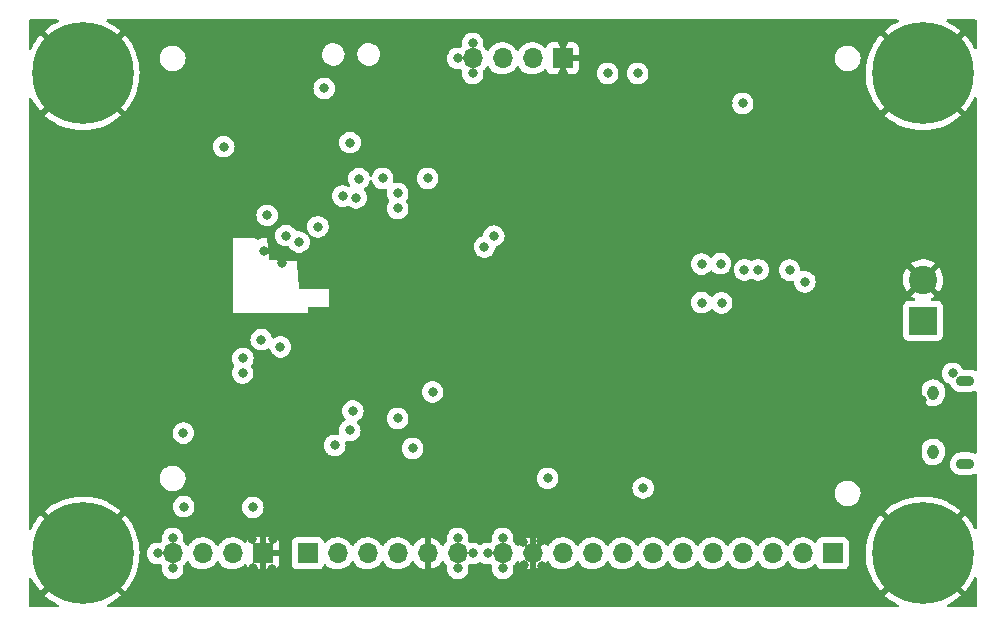
<source format=gbr>
%TF.GenerationSoftware,KiCad,Pcbnew,(6.0.6)*%
%TF.CreationDate,2023-08-27T23:28:48-04:00*%
%TF.ProjectId,STM32,53544d33-322e-46b6-9963-61645f706362,rev?*%
%TF.SameCoordinates,Original*%
%TF.FileFunction,Copper,L2,Inr*%
%TF.FilePolarity,Positive*%
%FSLAX46Y46*%
G04 Gerber Fmt 4.6, Leading zero omitted, Abs format (unit mm)*
G04 Created by KiCad (PCBNEW (6.0.6)) date 2023-08-27 23:28:48*
%MOMM*%
%LPD*%
G01*
G04 APERTURE LIST*
%TA.AperFunction,ComponentPad*%
%ADD10R,1.700000X1.700000*%
%TD*%
%TA.AperFunction,ComponentPad*%
%ADD11O,1.700000X1.700000*%
%TD*%
%TA.AperFunction,ComponentPad*%
%ADD12R,2.400000X2.400000*%
%TD*%
%TA.AperFunction,ComponentPad*%
%ADD13C,2.400000*%
%TD*%
%TA.AperFunction,ComponentPad*%
%ADD14C,0.900000*%
%TD*%
%TA.AperFunction,ComponentPad*%
%ADD15C,8.600000*%
%TD*%
%TA.AperFunction,ComponentPad*%
%ADD16O,0.950000X1.250000*%
%TD*%
%TA.AperFunction,ComponentPad*%
%ADD17O,1.550000X0.890000*%
%TD*%
%TA.AperFunction,ViaPad*%
%ADD18C,0.800000*%
%TD*%
G04 APERTURE END LIST*
D10*
%TO.N,GND*%
%TO.C,J6*%
X104130000Y-74930000D03*
D11*
%TO.N,UART3_TX*%
X101590000Y-74930000D03*
%TO.N,UART3_RX*%
X99050000Y-74930000D03*
%TO.N,+3.3V*%
X96510000Y-74930000D03*
%TD*%
D12*
%TO.N,+12V*%
%TO.C,J1*%
X134648944Y-97166594D03*
D13*
%TO.N,GND*%
X134648944Y-93666594D03*
%TD*%
D10*
%TO.N,GPIO_AN1*%
%TO.C,J5*%
X82550000Y-116840000D03*
D11*
%TO.N,GPIO_AN2*%
X85090000Y-116840000D03*
%TO.N,GPIO_AN3*%
X87630000Y-116840000D03*
%TO.N,GPIO_AN4*%
X90170000Y-116840000D03*
%TO.N,GND*%
X92710000Y-116840000D03*
%TO.N,+3.3V*%
X95250000Y-116840000D03*
%TD*%
D10*
%TO.N,GPIO_IN1*%
%TO.C,J2*%
X127000000Y-116840000D03*
D11*
%TO.N,GPIO_IN2*%
X124460000Y-116840000D03*
%TO.N,GPIO_IN3*%
X121920000Y-116840000D03*
%TO.N,GPIO_IN4*%
X119380000Y-116840000D03*
%TO.N,GPIO_IN5*%
X116840000Y-116840000D03*
%TO.N,GPIO_OUT1*%
X114300000Y-116840000D03*
%TO.N,GPIO_OUT2*%
X111760000Y-116840000D03*
%TO.N,GPIO_OUT3*%
X109220000Y-116840000D03*
%TO.N,GPIO_OUT4*%
X106680000Y-116840000D03*
%TO.N,GPIO_OUT5*%
X104140000Y-116840000D03*
%TO.N,GND*%
X101600000Y-116840000D03*
%TO.N,+3.3V*%
X99060000Y-116840000D03*
%TD*%
D14*
%TO.N,GND*%
%TO.C,H2*%
X65780419Y-78480419D03*
X61219581Y-73919581D03*
X66725000Y-76200000D03*
X63500000Y-72975000D03*
X65780419Y-73919581D03*
X61219581Y-78480419D03*
D15*
X63500000Y-76200000D03*
D14*
X60275000Y-76200000D03*
X63500000Y-79425000D03*
%TD*%
D15*
%TO.N,GND*%
%TO.C,H4*%
X134620000Y-116840000D03*
D14*
X136900419Y-114559581D03*
X136900419Y-119120419D03*
X134620000Y-113615000D03*
X132339581Y-119120419D03*
X131395000Y-116840000D03*
X132339581Y-114559581D03*
X134620000Y-120065000D03*
X137845000Y-116840000D03*
%TD*%
%TO.N,GND*%
%TO.C,H1*%
X61219581Y-119120419D03*
X63500000Y-120065000D03*
X61219581Y-114559581D03*
X65780419Y-114559581D03*
D15*
X63500000Y-116840000D03*
D14*
X63500000Y-113615000D03*
X60275000Y-116840000D03*
X65780419Y-119120419D03*
X66725000Y-116840000D03*
%TD*%
D10*
%TO.N,GND*%
%TO.C,J7*%
X78740000Y-116840000D03*
D11*
%TO.N,I2C2_SDA*%
X76200000Y-116840000D03*
%TO.N,I2C2_SCL*%
X73660000Y-116840000D03*
%TO.N,+3.3V*%
X71120000Y-116840000D03*
%TD*%
D14*
%TO.N,GND*%
%TO.C,H3*%
X131395000Y-76200000D03*
X136900419Y-73919581D03*
X132339581Y-78480419D03*
X132339581Y-73919581D03*
X137845000Y-76200000D03*
X136900419Y-78480419D03*
X134620000Y-79425000D03*
D15*
X134620000Y-76200000D03*
D14*
X134620000Y-72975000D03*
%TD*%
D16*
%TO.N,unconnected-(J3-Pad6)*%
%TO.C,J3*%
X135514065Y-108250371D03*
X135514065Y-103250371D03*
D17*
X138214065Y-109250371D03*
X138214065Y-102250371D03*
%TD*%
D18*
%TO.N,GND*%
X80348754Y-92239112D03*
X102348839Y-117901535D03*
X102322781Y-115803865D03*
X107073591Y-103055301D03*
X79567013Y-118125528D03*
X123538752Y-97790000D03*
X96896528Y-89297056D03*
X122235851Y-97607593D03*
X78820548Y-91252063D03*
X76224214Y-87426535D03*
X118761450Y-97433873D03*
X77812441Y-115623959D03*
X100772330Y-115869010D03*
X94822551Y-105346414D03*
X104974512Y-97529419D03*
X134561236Y-103897029D03*
X84939935Y-88180234D03*
X127119229Y-99880171D03*
X109474393Y-97705639D03*
X83875271Y-104664315D03*
X100850504Y-117862448D03*
X95773668Y-102831816D03*
X79575699Y-115597901D03*
X77200733Y-97928976D03*
X116840000Y-78740000D03*
X126454750Y-97964907D03*
X109424603Y-103016696D03*
X77881929Y-118099470D03*
X79272741Y-106622093D03*
X98262234Y-93597588D03*
X81682451Y-82589482D03*
X81708509Y-88236090D03*
X78377031Y-89885205D03*
X107415810Y-97627465D03*
X101087219Y-91780596D03*
X79428037Y-100321313D03*
X104140000Y-76200000D03*
X118110000Y-78740000D03*
X75442474Y-83926075D03*
X88450499Y-77470000D03*
X120865306Y-97710841D03*
X114300000Y-78740000D03*
X104461382Y-87909795D03*
X79328804Y-97043003D03*
X104140000Y-73660000D03*
X133612423Y-103889070D03*
%TO.N,+3.3V*%
X99060000Y-118110000D03*
X72023875Y-106653941D03*
X96520000Y-76200000D03*
X69850000Y-116840000D03*
X115908754Y-92350718D03*
X97790000Y-116840000D03*
X71120000Y-118110000D03*
X123352534Y-92859505D03*
X80244522Y-99365853D03*
X96520000Y-116840000D03*
X77062809Y-100332661D03*
X115921783Y-95607969D03*
X124642406Y-93849709D03*
X99060000Y-115570000D03*
X119530817Y-92832791D03*
X77045437Y-101571865D03*
X86132320Y-82073582D03*
X96520000Y-73660000D03*
X81814585Y-90482696D03*
X98303661Y-89974564D03*
X93132073Y-103172175D03*
X95250000Y-74930000D03*
X83414735Y-89193302D03*
X117511321Y-92311631D03*
X77906230Y-112941209D03*
X75442474Y-82414710D03*
X78620239Y-98749147D03*
X86371581Y-104780747D03*
X79122184Y-88216701D03*
X72056776Y-112875495D03*
X117602524Y-95634027D03*
X120690399Y-92832791D03*
X95250000Y-118110000D03*
X95250000Y-115570000D03*
X83949238Y-77470000D03*
X85506928Y-86591626D03*
X97521921Y-90886595D03*
X80708567Y-89938373D03*
X119380000Y-78740000D03*
X71120000Y-115570000D03*
%TO.N,GPIO_IN4*%
X102870000Y-110490000D03*
X110947871Y-111302129D03*
%TO.N,unconnected-(J3-Pad6)*%
X135514065Y-103250371D03*
X137160000Y-101600000D03*
%TO.N,Net-(J4-Pad4)*%
X107950000Y-76200000D03*
X110490000Y-76200000D03*
%TO.N,Net-(J4-Pad6)*%
X90170000Y-87630000D03*
X92710000Y-85090000D03*
%TO.N,I2C1_SCL*%
X88900000Y-85090000D03*
X86900500Y-85108825D03*
%TO.N,/SW_BOOT*%
X86648639Y-86737181D03*
X90170000Y-86360000D03*
%TO.N,I2C2_SCL*%
X86111470Y-106431470D03*
X90170000Y-105410000D03*
%TO.N,I2C2_SDA*%
X84841470Y-107701470D03*
X91440000Y-107950000D03*
%TD*%
%TA.AperFunction,Conductor*%
%TO.N,GND*%
G36*
X61425737Y-71648502D02*
G01*
X61472230Y-71702158D01*
X61482334Y-71772432D01*
X61452840Y-71837012D01*
X61410367Y-71868926D01*
X61295133Y-71922050D01*
X61290164Y-71924614D01*
X60923581Y-72134984D01*
X60918848Y-72137987D01*
X60572420Y-72380109D01*
X60567979Y-72383517D01*
X60296476Y-72611739D01*
X60288031Y-72624456D01*
X60294139Y-72634929D01*
X60693493Y-73034283D01*
X61191209Y-73532000D01*
X61219580Y-73560371D01*
X62104878Y-74445668D01*
X63487188Y-75827978D01*
X63501132Y-75835592D01*
X63502965Y-75835461D01*
X63509580Y-75831210D01*
X64895121Y-74445669D01*
X65780419Y-73560372D01*
X65808790Y-73532001D01*
X66306506Y-73034284D01*
X66702754Y-72638036D01*
X66710316Y-72624187D01*
X66703987Y-72614962D01*
X66530928Y-72461582D01*
X66526561Y-72458046D01*
X66186600Y-72206948D01*
X66181947Y-72203821D01*
X65820995Y-71983926D01*
X65816094Y-71981232D01*
X65585480Y-71867506D01*
X65533231Y-71819438D01*
X65515264Y-71750752D01*
X65537283Y-71683256D01*
X65592298Y-71638380D01*
X65641208Y-71628500D01*
X132477616Y-71628500D01*
X132545737Y-71648502D01*
X132592230Y-71702158D01*
X132602334Y-71772432D01*
X132572840Y-71837012D01*
X132530367Y-71868926D01*
X132415133Y-71922050D01*
X132410164Y-71924614D01*
X132043581Y-72134984D01*
X132038848Y-72137987D01*
X131692420Y-72380109D01*
X131687979Y-72383517D01*
X131416476Y-72611739D01*
X131408031Y-72624456D01*
X131414139Y-72634929D01*
X131813493Y-73034283D01*
X132311209Y-73532000D01*
X132339580Y-73560371D01*
X133224878Y-74445668D01*
X134607188Y-75827978D01*
X134621132Y-75835592D01*
X134622965Y-75835461D01*
X134629580Y-75831210D01*
X136015121Y-74445669D01*
X136900419Y-73560372D01*
X136928790Y-73532001D01*
X137426506Y-73034284D01*
X137822754Y-72638036D01*
X137830316Y-72624187D01*
X137823987Y-72614962D01*
X137650928Y-72461582D01*
X137646561Y-72458046D01*
X137306600Y-72206948D01*
X137301947Y-72203821D01*
X136940995Y-71983926D01*
X136936094Y-71981232D01*
X136705480Y-71867506D01*
X136653231Y-71819438D01*
X136635264Y-71750752D01*
X136657283Y-71683256D01*
X136712298Y-71638380D01*
X136761208Y-71628500D01*
X139065500Y-71628500D01*
X139133621Y-71648502D01*
X139180114Y-71702158D01*
X139191500Y-71754500D01*
X139191500Y-74050554D01*
X139171498Y-74118675D01*
X139117842Y-74165168D01*
X139047568Y-74175272D01*
X138982988Y-74145778D01*
X138954300Y-74109804D01*
X138763936Y-73752535D01*
X138761085Y-73747713D01*
X138529974Y-73393865D01*
X138526692Y-73389297D01*
X138265030Y-73057380D01*
X138261382Y-73053155D01*
X138208103Y-72996715D01*
X138194389Y-72988705D01*
X138193517Y-72988742D01*
X138185438Y-72993772D01*
X137785717Y-73393493D01*
X136900419Y-74278790D01*
X136374332Y-74804878D01*
X134992022Y-76187188D01*
X134984408Y-76201132D01*
X134984539Y-76202965D01*
X134988790Y-76209580D01*
X136374331Y-77595121D01*
X136840343Y-78061134D01*
X136900418Y-78121209D01*
X137785716Y-79006506D01*
X138182142Y-79402932D01*
X138195903Y-79410446D01*
X138205263Y-79403989D01*
X138374244Y-79211303D01*
X138377744Y-79206935D01*
X138627073Y-78865645D01*
X138630168Y-78860987D01*
X138848160Y-78498903D01*
X138850841Y-78493964D01*
X138952204Y-78285679D01*
X138999998Y-78233179D01*
X139068589Y-78214853D01*
X139136199Y-78236519D01*
X139181362Y-78291298D01*
X139191500Y-78340815D01*
X139191500Y-101300246D01*
X139171498Y-101368367D01*
X139117842Y-101414860D01*
X139047568Y-101424964D01*
X139011992Y-101412930D01*
X139011638Y-101413748D01*
X138839717Y-101339351D01*
X138839716Y-101339351D01*
X138833861Y-101336817D01*
X138787765Y-101327187D01*
X138648992Y-101298195D01*
X138648988Y-101298195D01*
X138644247Y-101297204D01*
X138637893Y-101296871D01*
X138106062Y-101296871D01*
X138037941Y-101276869D01*
X137995769Y-101227727D01*
X137994527Y-101228444D01*
X137902341Y-101068774D01*
X137899040Y-101063056D01*
X137878859Y-101040642D01*
X137775675Y-100926045D01*
X137775674Y-100926044D01*
X137771253Y-100921134D01*
X137616752Y-100808882D01*
X137610724Y-100806198D01*
X137610722Y-100806197D01*
X137448319Y-100733891D01*
X137448318Y-100733891D01*
X137442288Y-100731206D01*
X137342240Y-100709940D01*
X137261944Y-100692872D01*
X137261939Y-100692872D01*
X137255487Y-100691500D01*
X137064513Y-100691500D01*
X137058061Y-100692872D01*
X137058056Y-100692872D01*
X136977760Y-100709940D01*
X136877712Y-100731206D01*
X136871682Y-100733891D01*
X136871681Y-100733891D01*
X136709278Y-100806197D01*
X136709276Y-100806198D01*
X136703248Y-100808882D01*
X136548747Y-100921134D01*
X136544326Y-100926044D01*
X136544325Y-100926045D01*
X136441142Y-101040642D01*
X136420960Y-101063056D01*
X136325473Y-101228444D01*
X136266458Y-101410072D01*
X136246496Y-101600000D01*
X136266458Y-101789928D01*
X136325473Y-101971556D01*
X136420960Y-102136944D01*
X136425378Y-102141851D01*
X136425379Y-102141852D01*
X136454145Y-102173800D01*
X136548747Y-102278866D01*
X136596794Y-102313774D01*
X136694105Y-102384475D01*
X136703248Y-102391118D01*
X136709276Y-102393802D01*
X136709278Y-102393803D01*
X136808489Y-102437974D01*
X136877712Y-102468794D01*
X136884167Y-102470166D01*
X136884173Y-102470168D01*
X136886397Y-102470641D01*
X136887559Y-102471268D01*
X136890451Y-102472208D01*
X136890279Y-102472737D01*
X136948869Y-102504372D01*
X136978444Y-102550378D01*
X137022646Y-102670513D01*
X137026004Y-102675929D01*
X137026006Y-102675933D01*
X137121358Y-102829721D01*
X137121361Y-102829725D01*
X137124721Y-102835144D01*
X137129107Y-102839782D01*
X137234542Y-102951276D01*
X137257816Y-102975888D01*
X137416492Y-103086994D01*
X137594269Y-103163925D01*
X137600517Y-103165230D01*
X137600516Y-103165230D01*
X137779138Y-103202547D01*
X137779142Y-103202547D01*
X137783883Y-103203538D01*
X137790237Y-103203871D01*
X138592473Y-103203871D01*
X138673921Y-103195598D01*
X138730433Y-103189858D01*
X138730435Y-103189858D01*
X138736781Y-103189213D01*
X138921626Y-103131286D01*
X138927215Y-103128188D01*
X139004414Y-103085396D01*
X139073691Y-103069865D01*
X139140367Y-103094253D01*
X139183274Y-103150817D01*
X139191500Y-103195598D01*
X139191500Y-108300246D01*
X139171498Y-108368367D01*
X139117842Y-108414860D01*
X139047568Y-108424964D01*
X139011992Y-108412930D01*
X139011638Y-108413748D01*
X138839717Y-108339351D01*
X138839716Y-108339351D01*
X138833861Y-108336817D01*
X138721954Y-108313438D01*
X138648992Y-108298195D01*
X138648988Y-108298195D01*
X138644247Y-108297204D01*
X138637893Y-108296871D01*
X137835657Y-108296871D01*
X137802430Y-108300246D01*
X137697697Y-108310884D01*
X137697695Y-108310884D01*
X137691349Y-108311529D01*
X137506504Y-108369456D01*
X137337083Y-108463368D01*
X137332235Y-108467524D01*
X137332234Y-108467524D01*
X137215498Y-108567579D01*
X137190006Y-108589428D01*
X137175136Y-108608598D01*
X137109642Y-108693033D01*
X137071281Y-108742487D01*
X136985758Y-108916294D01*
X136984151Y-108922464D01*
X136984149Y-108922469D01*
X136950746Y-109050706D01*
X136936930Y-109103747D01*
X136936596Y-109110127D01*
X136927227Y-109288894D01*
X136926792Y-109297189D01*
X136955758Y-109488720D01*
X136957961Y-109494708D01*
X136957962Y-109494711D01*
X136968240Y-109522645D01*
X137022646Y-109670513D01*
X137026004Y-109675929D01*
X137026006Y-109675933D01*
X137121358Y-109829721D01*
X137121361Y-109829725D01*
X137124721Y-109835144D01*
X137129107Y-109839782D01*
X137234542Y-109951276D01*
X137257816Y-109975888D01*
X137416492Y-110086994D01*
X137594269Y-110163925D01*
X137600517Y-110165230D01*
X137600516Y-110165230D01*
X137779138Y-110202547D01*
X137779142Y-110202547D01*
X137783883Y-110203538D01*
X137790237Y-110203871D01*
X138592473Y-110203871D01*
X138673921Y-110195598D01*
X138730433Y-110189858D01*
X138730435Y-110189858D01*
X138736781Y-110189213D01*
X138921626Y-110131286D01*
X138933455Y-110124729D01*
X139004414Y-110085396D01*
X139073691Y-110069865D01*
X139140367Y-110094253D01*
X139183274Y-110150817D01*
X139191500Y-110195598D01*
X139191500Y-114690554D01*
X139171498Y-114758675D01*
X139117842Y-114805168D01*
X139047568Y-114815272D01*
X138982988Y-114785778D01*
X138954300Y-114749804D01*
X138763936Y-114392535D01*
X138761085Y-114387713D01*
X138529974Y-114033865D01*
X138526692Y-114029297D01*
X138265030Y-113697380D01*
X138261382Y-113693155D01*
X138208103Y-113636715D01*
X138194389Y-113628705D01*
X138193517Y-113628742D01*
X138185438Y-113633772D01*
X137785717Y-114033493D01*
X136900419Y-114918790D01*
X136374332Y-115444878D01*
X134992022Y-116827188D01*
X134984408Y-116841132D01*
X134984539Y-116842965D01*
X134988790Y-116849580D01*
X136374331Y-118235121D01*
X136890621Y-118751412D01*
X136900418Y-118761209D01*
X137785716Y-119646506D01*
X138182142Y-120042932D01*
X138195903Y-120050446D01*
X138205263Y-120043989D01*
X138374244Y-119851303D01*
X138377744Y-119846935D01*
X138627073Y-119505645D01*
X138630168Y-119500987D01*
X138848160Y-119138903D01*
X138850841Y-119133964D01*
X138952204Y-118925679D01*
X138999998Y-118873179D01*
X139068589Y-118854853D01*
X139136199Y-118876519D01*
X139181362Y-118931298D01*
X139191500Y-118980815D01*
X139191500Y-121285500D01*
X139171498Y-121353621D01*
X139117842Y-121400114D01*
X139065500Y-121411500D01*
X136771396Y-121411500D01*
X136703275Y-121391498D01*
X136656782Y-121337842D01*
X136646678Y-121267568D01*
X136676172Y-121202988D01*
X136714847Y-121173369D01*
X136714700Y-121173096D01*
X136716407Y-121172175D01*
X136716557Y-121172060D01*
X136717163Y-121171767D01*
X137089131Y-120971063D01*
X137093935Y-120968188D01*
X137446563Y-120735231D01*
X137451126Y-120731916D01*
X137781658Y-120468529D01*
X137785873Y-120464852D01*
X137823823Y-120428649D01*
X137831763Y-120414890D01*
X137831713Y-120413843D01*
X137826822Y-120406032D01*
X137426507Y-120005717D01*
X136541210Y-119120419D01*
X136015122Y-118594332D01*
X134632812Y-117212022D01*
X134618868Y-117204408D01*
X134617035Y-117204539D01*
X134610420Y-117208790D01*
X133224879Y-118594331D01*
X132339581Y-119479628D01*
X131813494Y-120005716D01*
X131416736Y-120402474D01*
X131409122Y-120416418D01*
X131409171Y-120417110D01*
X131414617Y-120425274D01*
X131492268Y-120497812D01*
X131496507Y-120501433D01*
X131829802Y-120761363D01*
X131834359Y-120764602D01*
X132189448Y-120993880D01*
X132194250Y-120996686D01*
X132531252Y-121173991D01*
X132582225Y-121223411D01*
X132598388Y-121292543D01*
X132574609Y-121359439D01*
X132518439Y-121402860D01*
X132472585Y-121411500D01*
X65651396Y-121411500D01*
X65583275Y-121391498D01*
X65536782Y-121337842D01*
X65526678Y-121267568D01*
X65556172Y-121202988D01*
X65594847Y-121173369D01*
X65594700Y-121173096D01*
X65596407Y-121172175D01*
X65596557Y-121172060D01*
X65597163Y-121171767D01*
X65969131Y-120971063D01*
X65973935Y-120968188D01*
X66326563Y-120735231D01*
X66331126Y-120731916D01*
X66661658Y-120468529D01*
X66665873Y-120464852D01*
X66703823Y-120428649D01*
X66711763Y-120414890D01*
X66711713Y-120413843D01*
X66706822Y-120406032D01*
X66306507Y-120005717D01*
X65421210Y-119120419D01*
X64895122Y-118594332D01*
X63512812Y-117212022D01*
X63498868Y-117204408D01*
X63497035Y-117204539D01*
X63490420Y-117208790D01*
X62104879Y-118594331D01*
X61219581Y-119479628D01*
X60693494Y-120005716D01*
X60296736Y-120402474D01*
X60289122Y-120416418D01*
X60289171Y-120417110D01*
X60294617Y-120425274D01*
X60372268Y-120497812D01*
X60376507Y-120501433D01*
X60709802Y-120761363D01*
X60714359Y-120764602D01*
X61069448Y-120993880D01*
X61074250Y-120996686D01*
X61411252Y-121173991D01*
X61462225Y-121223411D01*
X61478388Y-121292543D01*
X61454609Y-121359439D01*
X61398439Y-121402860D01*
X61352585Y-121411500D01*
X59054500Y-121411500D01*
X58986379Y-121391498D01*
X58939886Y-121337842D01*
X58928500Y-121285500D01*
X58928500Y-118981898D01*
X58948502Y-118913777D01*
X59002158Y-118867284D01*
X59072432Y-118857180D01*
X59137012Y-118886674D01*
X59167212Y-118925578D01*
X59293411Y-119178141D01*
X59296140Y-119183043D01*
X59517917Y-119542833D01*
X59521068Y-119547469D01*
X59773955Y-119886127D01*
X59777488Y-119890444D01*
X59913222Y-120041988D01*
X59926717Y-120050351D01*
X59936128Y-120044662D01*
X60334283Y-119646507D01*
X61219581Y-118761210D01*
X61229378Y-118751413D01*
X61745668Y-118235122D01*
X63127978Y-116852812D01*
X63134356Y-116841132D01*
X63864408Y-116841132D01*
X63864539Y-116842965D01*
X63868790Y-116849580D01*
X65254331Y-118235121D01*
X65770621Y-118751412D01*
X65780418Y-118761209D01*
X66665716Y-119646506D01*
X67062142Y-120042932D01*
X67075903Y-120050446D01*
X67085263Y-120043989D01*
X67254244Y-119851303D01*
X67257744Y-119846935D01*
X67507073Y-119505645D01*
X67510168Y-119500987D01*
X67728160Y-119138903D01*
X67730841Y-119133964D01*
X67915779Y-118753946D01*
X67918014Y-118748780D01*
X68068442Y-118353815D01*
X68070201Y-118348496D01*
X68184920Y-117941730D01*
X68186204Y-117936259D01*
X68264315Y-117520883D01*
X68265102Y-117515346D01*
X68306035Y-117094102D01*
X68306308Y-117089665D01*
X68312788Y-116842233D01*
X68312767Y-116840000D01*
X68936496Y-116840000D01*
X68956458Y-117029928D01*
X69015473Y-117211556D01*
X69018776Y-117217278D01*
X69018777Y-117217279D01*
X69052686Y-117276010D01*
X69110960Y-117376944D01*
X69115378Y-117381851D01*
X69115379Y-117381852D01*
X69234325Y-117513955D01*
X69238747Y-117518866D01*
X69393248Y-117631118D01*
X69399276Y-117633802D01*
X69399278Y-117633803D01*
X69433389Y-117648990D01*
X69567712Y-117708794D01*
X69652480Y-117726812D01*
X69748056Y-117747128D01*
X69748061Y-117747128D01*
X69754513Y-117748500D01*
X69945487Y-117748500D01*
X69951940Y-117747128D01*
X69951944Y-117747128D01*
X70011310Y-117734509D01*
X70082101Y-117739911D01*
X70132744Y-117775258D01*
X70162865Y-117810031D01*
X70162866Y-117810032D01*
X70166250Y-117813938D01*
X70180013Y-117825364D01*
X70219649Y-117884267D01*
X70224839Y-117935478D01*
X70206496Y-118110000D01*
X70207186Y-118116565D01*
X70219647Y-118235121D01*
X70226458Y-118299928D01*
X70285473Y-118481556D01*
X70380960Y-118646944D01*
X70385378Y-118651851D01*
X70385379Y-118651852D01*
X70483845Y-118761210D01*
X70508747Y-118788866D01*
X70524171Y-118800072D01*
X70643368Y-118886674D01*
X70663248Y-118901118D01*
X70669276Y-118903802D01*
X70669278Y-118903803D01*
X70831681Y-118976109D01*
X70837712Y-118978794D01*
X70931112Y-118998647D01*
X71018056Y-119017128D01*
X71018061Y-119017128D01*
X71024513Y-119018500D01*
X71215487Y-119018500D01*
X71221939Y-119017128D01*
X71221944Y-119017128D01*
X71308888Y-118998647D01*
X71402288Y-118978794D01*
X71408319Y-118976109D01*
X71570722Y-118903803D01*
X71570724Y-118903802D01*
X71576752Y-118901118D01*
X71596633Y-118886674D01*
X71715829Y-118800072D01*
X71731253Y-118788866D01*
X71756155Y-118761210D01*
X71854621Y-118651852D01*
X71854622Y-118651851D01*
X71859040Y-118646944D01*
X71954527Y-118481556D01*
X72013542Y-118299928D01*
X72020354Y-118235121D01*
X72032814Y-118116565D01*
X72033504Y-118110000D01*
X72014840Y-117932423D01*
X72027612Y-117862585D01*
X72051210Y-117830002D01*
X72055865Y-117825364D01*
X72158096Y-117723489D01*
X72167670Y-117710166D01*
X72288453Y-117542077D01*
X72289776Y-117543028D01*
X72336645Y-117499857D01*
X72406580Y-117487625D01*
X72472026Y-117515144D01*
X72499875Y-117546994D01*
X72559987Y-117645088D01*
X72706250Y-117813938D01*
X72878126Y-117956632D01*
X73071000Y-118069338D01*
X73279692Y-118149030D01*
X73284760Y-118150061D01*
X73284763Y-118150062D01*
X73379862Y-118169410D01*
X73498597Y-118193567D01*
X73503772Y-118193757D01*
X73503774Y-118193757D01*
X73716673Y-118201564D01*
X73716677Y-118201564D01*
X73721837Y-118201753D01*
X73726957Y-118201097D01*
X73726959Y-118201097D01*
X73938288Y-118174025D01*
X73938289Y-118174025D01*
X73943416Y-118173368D01*
X73948366Y-118171883D01*
X74152429Y-118110661D01*
X74152434Y-118110659D01*
X74157384Y-118109174D01*
X74357994Y-118010896D01*
X74539860Y-117881173D01*
X74698096Y-117723489D01*
X74707670Y-117710166D01*
X74828453Y-117542077D01*
X74829776Y-117543028D01*
X74876645Y-117499857D01*
X74946580Y-117487625D01*
X75012026Y-117515144D01*
X75039875Y-117546994D01*
X75099987Y-117645088D01*
X75246250Y-117813938D01*
X75418126Y-117956632D01*
X75611000Y-118069338D01*
X75819692Y-118149030D01*
X75824760Y-118150061D01*
X75824763Y-118150062D01*
X75919862Y-118169410D01*
X76038597Y-118193567D01*
X76043772Y-118193757D01*
X76043774Y-118193757D01*
X76256673Y-118201564D01*
X76256677Y-118201564D01*
X76261837Y-118201753D01*
X76266957Y-118201097D01*
X76266959Y-118201097D01*
X76478288Y-118174025D01*
X76478289Y-118174025D01*
X76483416Y-118173368D01*
X76488366Y-118171883D01*
X76692429Y-118110661D01*
X76692434Y-118110659D01*
X76697384Y-118109174D01*
X76897994Y-118010896D01*
X77079860Y-117881173D01*
X77135865Y-117825364D01*
X77188479Y-117772933D01*
X77250851Y-117739017D01*
X77321658Y-117744205D01*
X77378419Y-117786851D01*
X77395401Y-117817954D01*
X77436676Y-117928054D01*
X77445214Y-117943649D01*
X77521715Y-118045724D01*
X77534276Y-118058285D01*
X77636351Y-118134786D01*
X77651946Y-118143324D01*
X77772394Y-118188478D01*
X77787649Y-118192105D01*
X77838514Y-118197631D01*
X77845328Y-118198000D01*
X78467885Y-118198000D01*
X78483124Y-118193525D01*
X78484329Y-118192135D01*
X78486000Y-118184452D01*
X78486000Y-118179884D01*
X78994000Y-118179884D01*
X78998475Y-118195123D01*
X78999865Y-118196328D01*
X79007548Y-118197999D01*
X79634669Y-118197999D01*
X79641490Y-118197629D01*
X79692352Y-118192105D01*
X79707604Y-118188479D01*
X79828054Y-118143324D01*
X79843649Y-118134786D01*
X79945724Y-118058285D01*
X79958285Y-118045724D01*
X80034786Y-117943649D01*
X80043324Y-117928054D01*
X80088478Y-117807606D01*
X80092105Y-117792351D01*
X80097631Y-117741486D01*
X80097813Y-117738134D01*
X81191500Y-117738134D01*
X81198255Y-117800316D01*
X81249385Y-117936705D01*
X81336739Y-118053261D01*
X81453295Y-118140615D01*
X81589684Y-118191745D01*
X81651866Y-118198500D01*
X83448134Y-118198500D01*
X83510316Y-118191745D01*
X83646705Y-118140615D01*
X83763261Y-118053261D01*
X83850615Y-117936705D01*
X83871433Y-117881173D01*
X83894598Y-117819382D01*
X83937240Y-117762618D01*
X84003802Y-117737918D01*
X84073150Y-117753126D01*
X84107817Y-117781114D01*
X84136250Y-117813938D01*
X84308126Y-117956632D01*
X84501000Y-118069338D01*
X84709692Y-118149030D01*
X84714760Y-118150061D01*
X84714763Y-118150062D01*
X84809862Y-118169410D01*
X84928597Y-118193567D01*
X84933772Y-118193757D01*
X84933774Y-118193757D01*
X85146673Y-118201564D01*
X85146677Y-118201564D01*
X85151837Y-118201753D01*
X85156957Y-118201097D01*
X85156959Y-118201097D01*
X85368288Y-118174025D01*
X85368289Y-118174025D01*
X85373416Y-118173368D01*
X85378366Y-118171883D01*
X85582429Y-118110661D01*
X85582434Y-118110659D01*
X85587384Y-118109174D01*
X85787994Y-118010896D01*
X85969860Y-117881173D01*
X86128096Y-117723489D01*
X86137670Y-117710166D01*
X86258453Y-117542077D01*
X86259776Y-117543028D01*
X86306645Y-117499857D01*
X86376580Y-117487625D01*
X86442026Y-117515144D01*
X86469875Y-117546994D01*
X86529987Y-117645088D01*
X86676250Y-117813938D01*
X86848126Y-117956632D01*
X87041000Y-118069338D01*
X87249692Y-118149030D01*
X87254760Y-118150061D01*
X87254763Y-118150062D01*
X87349862Y-118169410D01*
X87468597Y-118193567D01*
X87473772Y-118193757D01*
X87473774Y-118193757D01*
X87686673Y-118201564D01*
X87686677Y-118201564D01*
X87691837Y-118201753D01*
X87696957Y-118201097D01*
X87696959Y-118201097D01*
X87908288Y-118174025D01*
X87908289Y-118174025D01*
X87913416Y-118173368D01*
X87918366Y-118171883D01*
X88122429Y-118110661D01*
X88122434Y-118110659D01*
X88127384Y-118109174D01*
X88327994Y-118010896D01*
X88509860Y-117881173D01*
X88668096Y-117723489D01*
X88677670Y-117710166D01*
X88798453Y-117542077D01*
X88799776Y-117543028D01*
X88846645Y-117499857D01*
X88916580Y-117487625D01*
X88982026Y-117515144D01*
X89009875Y-117546994D01*
X89069987Y-117645088D01*
X89216250Y-117813938D01*
X89388126Y-117956632D01*
X89581000Y-118069338D01*
X89789692Y-118149030D01*
X89794760Y-118150061D01*
X89794763Y-118150062D01*
X89889862Y-118169410D01*
X90008597Y-118193567D01*
X90013772Y-118193757D01*
X90013774Y-118193757D01*
X90226673Y-118201564D01*
X90226677Y-118201564D01*
X90231837Y-118201753D01*
X90236957Y-118201097D01*
X90236959Y-118201097D01*
X90448288Y-118174025D01*
X90448289Y-118174025D01*
X90453416Y-118173368D01*
X90458366Y-118171883D01*
X90662429Y-118110661D01*
X90662434Y-118110659D01*
X90667384Y-118109174D01*
X90867994Y-118010896D01*
X91049860Y-117881173D01*
X91208096Y-117723489D01*
X91217670Y-117710166D01*
X91338453Y-117542077D01*
X91339640Y-117542930D01*
X91386960Y-117499362D01*
X91456897Y-117487145D01*
X91522338Y-117514678D01*
X91550166Y-117546511D01*
X91607694Y-117640388D01*
X91613777Y-117648699D01*
X91753213Y-117809667D01*
X91760580Y-117816883D01*
X91924434Y-117952916D01*
X91932881Y-117958831D01*
X92116756Y-118066279D01*
X92126042Y-118070729D01*
X92325001Y-118146703D01*
X92334899Y-118149579D01*
X92438250Y-118170606D01*
X92452299Y-118169410D01*
X92456000Y-118159065D01*
X92456000Y-118158517D01*
X92964000Y-118158517D01*
X92968064Y-118172359D01*
X92981478Y-118174393D01*
X92988184Y-118173534D01*
X92998262Y-118171392D01*
X93202255Y-118110191D01*
X93211842Y-118106433D01*
X93403095Y-118012739D01*
X93411945Y-118007464D01*
X93585328Y-117883792D01*
X93593200Y-117877139D01*
X93744052Y-117726812D01*
X93750730Y-117718965D01*
X93878022Y-117541819D01*
X93879279Y-117542722D01*
X93926373Y-117499362D01*
X93996311Y-117487145D01*
X94061751Y-117514678D01*
X94089579Y-117546511D01*
X94149987Y-117645088D01*
X94296250Y-117813938D01*
X94310013Y-117825364D01*
X94349649Y-117884267D01*
X94354839Y-117935478D01*
X94336496Y-118110000D01*
X94337186Y-118116565D01*
X94349647Y-118235121D01*
X94356458Y-118299928D01*
X94415473Y-118481556D01*
X94510960Y-118646944D01*
X94515378Y-118651851D01*
X94515379Y-118651852D01*
X94613845Y-118761210D01*
X94638747Y-118788866D01*
X94654171Y-118800072D01*
X94773368Y-118886674D01*
X94793248Y-118901118D01*
X94799276Y-118903802D01*
X94799278Y-118903803D01*
X94961681Y-118976109D01*
X94967712Y-118978794D01*
X95061112Y-118998647D01*
X95148056Y-119017128D01*
X95148061Y-119017128D01*
X95154513Y-119018500D01*
X95345487Y-119018500D01*
X95351939Y-119017128D01*
X95351944Y-119017128D01*
X95438888Y-118998647D01*
X95532288Y-118978794D01*
X95538319Y-118976109D01*
X95700722Y-118903803D01*
X95700724Y-118903802D01*
X95706752Y-118901118D01*
X95726633Y-118886674D01*
X95845829Y-118800072D01*
X95861253Y-118788866D01*
X95886155Y-118761210D01*
X95984621Y-118651852D01*
X95984622Y-118651851D01*
X95989040Y-118646944D01*
X96084527Y-118481556D01*
X96143542Y-118299928D01*
X96150354Y-118235121D01*
X96162814Y-118116565D01*
X96163504Y-118110000D01*
X96144840Y-117932423D01*
X96157612Y-117862585D01*
X96181211Y-117830002D01*
X96243034Y-117768395D01*
X96305405Y-117734479D01*
X96358169Y-117734399D01*
X96404306Y-117744205D01*
X96424513Y-117748500D01*
X96615487Y-117748500D01*
X96621939Y-117747128D01*
X96621944Y-117747128D01*
X96717520Y-117726812D01*
X96802288Y-117708794D01*
X96936611Y-117648990D01*
X96970722Y-117633803D01*
X96970724Y-117633802D01*
X96976752Y-117631118D01*
X97080940Y-117555421D01*
X97147806Y-117531563D01*
X97216958Y-117547643D01*
X97229056Y-117555418D01*
X97333248Y-117631118D01*
X97339276Y-117633802D01*
X97339278Y-117633803D01*
X97373389Y-117648990D01*
X97507712Y-117708794D01*
X97592480Y-117726812D01*
X97688056Y-117747128D01*
X97688061Y-117747128D01*
X97694513Y-117748500D01*
X97885487Y-117748500D01*
X97891940Y-117747128D01*
X97891944Y-117747128D01*
X97951310Y-117734509D01*
X98022101Y-117739911D01*
X98072744Y-117775258D01*
X98102865Y-117810031D01*
X98102866Y-117810032D01*
X98106250Y-117813938D01*
X98120013Y-117825364D01*
X98159649Y-117884267D01*
X98164839Y-117935478D01*
X98146496Y-118110000D01*
X98147186Y-118116565D01*
X98159647Y-118235121D01*
X98166458Y-118299928D01*
X98225473Y-118481556D01*
X98320960Y-118646944D01*
X98325378Y-118651851D01*
X98325379Y-118651852D01*
X98423845Y-118761210D01*
X98448747Y-118788866D01*
X98464171Y-118800072D01*
X98583368Y-118886674D01*
X98603248Y-118901118D01*
X98609276Y-118903802D01*
X98609278Y-118903803D01*
X98771681Y-118976109D01*
X98777712Y-118978794D01*
X98871112Y-118998647D01*
X98958056Y-119017128D01*
X98958061Y-119017128D01*
X98964513Y-119018500D01*
X99155487Y-119018500D01*
X99161939Y-119017128D01*
X99161944Y-119017128D01*
X99248888Y-118998647D01*
X99342288Y-118978794D01*
X99348319Y-118976109D01*
X99510722Y-118903803D01*
X99510724Y-118903802D01*
X99516752Y-118901118D01*
X99536633Y-118886674D01*
X99655829Y-118800072D01*
X99671253Y-118788866D01*
X99696155Y-118761210D01*
X99794621Y-118651852D01*
X99794622Y-118651851D01*
X99799040Y-118646944D01*
X99894527Y-118481556D01*
X99953542Y-118299928D01*
X99960354Y-118235121D01*
X99972814Y-118116565D01*
X99973504Y-118110000D01*
X99954840Y-117932423D01*
X99967612Y-117862585D01*
X99991210Y-117830002D01*
X99995865Y-117825364D01*
X100098096Y-117723489D01*
X100107670Y-117710166D01*
X100228453Y-117542077D01*
X100229640Y-117542930D01*
X100276960Y-117499362D01*
X100346897Y-117487145D01*
X100412338Y-117514678D01*
X100440166Y-117546511D01*
X100497694Y-117640388D01*
X100503777Y-117648699D01*
X100643213Y-117809667D01*
X100650580Y-117816883D01*
X100814434Y-117952916D01*
X100822881Y-117958831D01*
X101006756Y-118066279D01*
X101016042Y-118070729D01*
X101215001Y-118146703D01*
X101224899Y-118149579D01*
X101328250Y-118170606D01*
X101342299Y-118169410D01*
X101346000Y-118159065D01*
X101346000Y-118158517D01*
X101854000Y-118158517D01*
X101858064Y-118172359D01*
X101871478Y-118174393D01*
X101878184Y-118173534D01*
X101888262Y-118171392D01*
X102092255Y-118110191D01*
X102101842Y-118106433D01*
X102293095Y-118012739D01*
X102301945Y-118007464D01*
X102475328Y-117883792D01*
X102483200Y-117877139D01*
X102634052Y-117726812D01*
X102640730Y-117718965D01*
X102768022Y-117541819D01*
X102769279Y-117542722D01*
X102816373Y-117499362D01*
X102886311Y-117487145D01*
X102951751Y-117514678D01*
X102979579Y-117546511D01*
X103039987Y-117645088D01*
X103186250Y-117813938D01*
X103358126Y-117956632D01*
X103551000Y-118069338D01*
X103759692Y-118149030D01*
X103764760Y-118150061D01*
X103764763Y-118150062D01*
X103859862Y-118169410D01*
X103978597Y-118193567D01*
X103983772Y-118193757D01*
X103983774Y-118193757D01*
X104196673Y-118201564D01*
X104196677Y-118201564D01*
X104201837Y-118201753D01*
X104206957Y-118201097D01*
X104206959Y-118201097D01*
X104418288Y-118174025D01*
X104418289Y-118174025D01*
X104423416Y-118173368D01*
X104428366Y-118171883D01*
X104632429Y-118110661D01*
X104632434Y-118110659D01*
X104637384Y-118109174D01*
X104837994Y-118010896D01*
X105019860Y-117881173D01*
X105178096Y-117723489D01*
X105187670Y-117710166D01*
X105308453Y-117542077D01*
X105309776Y-117543028D01*
X105356645Y-117499857D01*
X105426580Y-117487625D01*
X105492026Y-117515144D01*
X105519875Y-117546994D01*
X105579987Y-117645088D01*
X105726250Y-117813938D01*
X105898126Y-117956632D01*
X106091000Y-118069338D01*
X106299692Y-118149030D01*
X106304760Y-118150061D01*
X106304763Y-118150062D01*
X106399862Y-118169410D01*
X106518597Y-118193567D01*
X106523772Y-118193757D01*
X106523774Y-118193757D01*
X106736673Y-118201564D01*
X106736677Y-118201564D01*
X106741837Y-118201753D01*
X106746957Y-118201097D01*
X106746959Y-118201097D01*
X106958288Y-118174025D01*
X106958289Y-118174025D01*
X106963416Y-118173368D01*
X106968366Y-118171883D01*
X107172429Y-118110661D01*
X107172434Y-118110659D01*
X107177384Y-118109174D01*
X107377994Y-118010896D01*
X107559860Y-117881173D01*
X107718096Y-117723489D01*
X107727670Y-117710166D01*
X107848453Y-117542077D01*
X107849776Y-117543028D01*
X107896645Y-117499857D01*
X107966580Y-117487625D01*
X108032026Y-117515144D01*
X108059875Y-117546994D01*
X108119987Y-117645088D01*
X108266250Y-117813938D01*
X108438126Y-117956632D01*
X108631000Y-118069338D01*
X108839692Y-118149030D01*
X108844760Y-118150061D01*
X108844763Y-118150062D01*
X108939862Y-118169410D01*
X109058597Y-118193567D01*
X109063772Y-118193757D01*
X109063774Y-118193757D01*
X109276673Y-118201564D01*
X109276677Y-118201564D01*
X109281837Y-118201753D01*
X109286957Y-118201097D01*
X109286959Y-118201097D01*
X109498288Y-118174025D01*
X109498289Y-118174025D01*
X109503416Y-118173368D01*
X109508366Y-118171883D01*
X109712429Y-118110661D01*
X109712434Y-118110659D01*
X109717384Y-118109174D01*
X109917994Y-118010896D01*
X110099860Y-117881173D01*
X110258096Y-117723489D01*
X110267670Y-117710166D01*
X110388453Y-117542077D01*
X110389776Y-117543028D01*
X110436645Y-117499857D01*
X110506580Y-117487625D01*
X110572026Y-117515144D01*
X110599875Y-117546994D01*
X110659987Y-117645088D01*
X110806250Y-117813938D01*
X110978126Y-117956632D01*
X111171000Y-118069338D01*
X111379692Y-118149030D01*
X111384760Y-118150061D01*
X111384763Y-118150062D01*
X111479862Y-118169410D01*
X111598597Y-118193567D01*
X111603772Y-118193757D01*
X111603774Y-118193757D01*
X111816673Y-118201564D01*
X111816677Y-118201564D01*
X111821837Y-118201753D01*
X111826957Y-118201097D01*
X111826959Y-118201097D01*
X112038288Y-118174025D01*
X112038289Y-118174025D01*
X112043416Y-118173368D01*
X112048366Y-118171883D01*
X112252429Y-118110661D01*
X112252434Y-118110659D01*
X112257384Y-118109174D01*
X112457994Y-118010896D01*
X112639860Y-117881173D01*
X112798096Y-117723489D01*
X112807670Y-117710166D01*
X112928453Y-117542077D01*
X112929776Y-117543028D01*
X112976645Y-117499857D01*
X113046580Y-117487625D01*
X113112026Y-117515144D01*
X113139875Y-117546994D01*
X113199987Y-117645088D01*
X113346250Y-117813938D01*
X113518126Y-117956632D01*
X113711000Y-118069338D01*
X113919692Y-118149030D01*
X113924760Y-118150061D01*
X113924763Y-118150062D01*
X114019862Y-118169410D01*
X114138597Y-118193567D01*
X114143772Y-118193757D01*
X114143774Y-118193757D01*
X114356673Y-118201564D01*
X114356677Y-118201564D01*
X114361837Y-118201753D01*
X114366957Y-118201097D01*
X114366959Y-118201097D01*
X114578288Y-118174025D01*
X114578289Y-118174025D01*
X114583416Y-118173368D01*
X114588366Y-118171883D01*
X114792429Y-118110661D01*
X114792434Y-118110659D01*
X114797384Y-118109174D01*
X114997994Y-118010896D01*
X115179860Y-117881173D01*
X115338096Y-117723489D01*
X115347670Y-117710166D01*
X115468453Y-117542077D01*
X115469776Y-117543028D01*
X115516645Y-117499857D01*
X115586580Y-117487625D01*
X115652026Y-117515144D01*
X115679875Y-117546994D01*
X115739987Y-117645088D01*
X115886250Y-117813938D01*
X116058126Y-117956632D01*
X116251000Y-118069338D01*
X116459692Y-118149030D01*
X116464760Y-118150061D01*
X116464763Y-118150062D01*
X116559862Y-118169410D01*
X116678597Y-118193567D01*
X116683772Y-118193757D01*
X116683774Y-118193757D01*
X116896673Y-118201564D01*
X116896677Y-118201564D01*
X116901837Y-118201753D01*
X116906957Y-118201097D01*
X116906959Y-118201097D01*
X117118288Y-118174025D01*
X117118289Y-118174025D01*
X117123416Y-118173368D01*
X117128366Y-118171883D01*
X117332429Y-118110661D01*
X117332434Y-118110659D01*
X117337384Y-118109174D01*
X117537994Y-118010896D01*
X117719860Y-117881173D01*
X117878096Y-117723489D01*
X117887670Y-117710166D01*
X118008453Y-117542077D01*
X118009776Y-117543028D01*
X118056645Y-117499857D01*
X118126580Y-117487625D01*
X118192026Y-117515144D01*
X118219875Y-117546994D01*
X118279987Y-117645088D01*
X118426250Y-117813938D01*
X118598126Y-117956632D01*
X118791000Y-118069338D01*
X118999692Y-118149030D01*
X119004760Y-118150061D01*
X119004763Y-118150062D01*
X119099862Y-118169410D01*
X119218597Y-118193567D01*
X119223772Y-118193757D01*
X119223774Y-118193757D01*
X119436673Y-118201564D01*
X119436677Y-118201564D01*
X119441837Y-118201753D01*
X119446957Y-118201097D01*
X119446959Y-118201097D01*
X119658288Y-118174025D01*
X119658289Y-118174025D01*
X119663416Y-118173368D01*
X119668366Y-118171883D01*
X119872429Y-118110661D01*
X119872434Y-118110659D01*
X119877384Y-118109174D01*
X120077994Y-118010896D01*
X120259860Y-117881173D01*
X120418096Y-117723489D01*
X120427670Y-117710166D01*
X120548453Y-117542077D01*
X120549776Y-117543028D01*
X120596645Y-117499857D01*
X120666580Y-117487625D01*
X120732026Y-117515144D01*
X120759875Y-117546994D01*
X120819987Y-117645088D01*
X120966250Y-117813938D01*
X121138126Y-117956632D01*
X121331000Y-118069338D01*
X121539692Y-118149030D01*
X121544760Y-118150061D01*
X121544763Y-118150062D01*
X121639862Y-118169410D01*
X121758597Y-118193567D01*
X121763772Y-118193757D01*
X121763774Y-118193757D01*
X121976673Y-118201564D01*
X121976677Y-118201564D01*
X121981837Y-118201753D01*
X121986957Y-118201097D01*
X121986959Y-118201097D01*
X122198288Y-118174025D01*
X122198289Y-118174025D01*
X122203416Y-118173368D01*
X122208366Y-118171883D01*
X122412429Y-118110661D01*
X122412434Y-118110659D01*
X122417384Y-118109174D01*
X122617994Y-118010896D01*
X122799860Y-117881173D01*
X122958096Y-117723489D01*
X122967670Y-117710166D01*
X123088453Y-117542077D01*
X123089776Y-117543028D01*
X123136645Y-117499857D01*
X123206580Y-117487625D01*
X123272026Y-117515144D01*
X123299875Y-117546994D01*
X123359987Y-117645088D01*
X123506250Y-117813938D01*
X123678126Y-117956632D01*
X123871000Y-118069338D01*
X124079692Y-118149030D01*
X124084760Y-118150061D01*
X124084763Y-118150062D01*
X124179862Y-118169410D01*
X124298597Y-118193567D01*
X124303772Y-118193757D01*
X124303774Y-118193757D01*
X124516673Y-118201564D01*
X124516677Y-118201564D01*
X124521837Y-118201753D01*
X124526957Y-118201097D01*
X124526959Y-118201097D01*
X124738288Y-118174025D01*
X124738289Y-118174025D01*
X124743416Y-118173368D01*
X124748366Y-118171883D01*
X124952429Y-118110661D01*
X124952434Y-118110659D01*
X124957384Y-118109174D01*
X125157994Y-118010896D01*
X125339860Y-117881173D01*
X125448091Y-117773319D01*
X125510462Y-117739404D01*
X125581268Y-117744592D01*
X125638030Y-117787238D01*
X125655012Y-117818341D01*
X125676572Y-117875852D01*
X125699385Y-117936705D01*
X125786739Y-118053261D01*
X125903295Y-118140615D01*
X126039684Y-118191745D01*
X126101866Y-118198500D01*
X127898134Y-118198500D01*
X127960316Y-118191745D01*
X128096705Y-118140615D01*
X128213261Y-118053261D01*
X128300615Y-117936705D01*
X128351745Y-117800316D01*
X128358500Y-117738134D01*
X128358500Y-116716825D01*
X129808855Y-116716825D01*
X129816600Y-117139410D01*
X129816950Y-117144976D01*
X129862231Y-117565208D01*
X129863078Y-117570746D01*
X129945535Y-117985286D01*
X129946864Y-117990698D01*
X130065852Y-118396289D01*
X130067658Y-118401564D01*
X130222219Y-118794948D01*
X130224501Y-118800072D01*
X130413416Y-119178150D01*
X130416140Y-119183043D01*
X130637917Y-119542833D01*
X130641068Y-119547469D01*
X130893955Y-119886127D01*
X130897488Y-119890444D01*
X131033222Y-120041988D01*
X131046717Y-120050351D01*
X131056128Y-120044662D01*
X131454283Y-119646507D01*
X132339581Y-118761210D01*
X132349378Y-118751413D01*
X132865668Y-118235122D01*
X134247978Y-116852812D01*
X134255592Y-116838868D01*
X134255461Y-116837035D01*
X134251210Y-116830420D01*
X132865669Y-115444879D01*
X131980372Y-114559581D01*
X131454284Y-114033494D01*
X131055561Y-113634771D01*
X131042253Y-113627504D01*
X131032214Y-113634626D01*
X130788223Y-113927994D01*
X130784828Y-113932467D01*
X130544528Y-114280152D01*
X130541549Y-114284902D01*
X130333106Y-114652575D01*
X130330562Y-114657568D01*
X130155629Y-115042312D01*
X130153538Y-115047511D01*
X130013498Y-115446290D01*
X130011877Y-115451659D01*
X129907840Y-115861303D01*
X129906706Y-115866776D01*
X129839496Y-116284054D01*
X129838851Y-116289632D01*
X129809002Y-116711204D01*
X129808855Y-116716825D01*
X128358500Y-116716825D01*
X128358500Y-115941866D01*
X128351745Y-115879684D01*
X128300615Y-115743295D01*
X128213261Y-115626739D01*
X128096705Y-115539385D01*
X127960316Y-115488255D01*
X127898134Y-115481500D01*
X126101866Y-115481500D01*
X126039684Y-115488255D01*
X125903295Y-115539385D01*
X125786739Y-115626739D01*
X125699385Y-115743295D01*
X125696233Y-115751703D01*
X125654919Y-115861907D01*
X125612277Y-115918671D01*
X125545716Y-115943371D01*
X125476367Y-115928163D01*
X125443743Y-115902476D01*
X125393151Y-115846875D01*
X125393142Y-115846866D01*
X125389670Y-115843051D01*
X125385619Y-115839852D01*
X125385615Y-115839848D01*
X125218414Y-115707800D01*
X125218410Y-115707798D01*
X125214359Y-115704598D01*
X125178028Y-115684542D01*
X125086970Y-115634276D01*
X125018789Y-115596638D01*
X125013920Y-115594914D01*
X125013916Y-115594912D01*
X124813087Y-115523795D01*
X124813083Y-115523794D01*
X124808212Y-115522069D01*
X124803119Y-115521162D01*
X124803116Y-115521161D01*
X124593373Y-115483800D01*
X124593367Y-115483799D01*
X124588284Y-115482894D01*
X124514452Y-115481992D01*
X124370081Y-115480228D01*
X124370079Y-115480228D01*
X124364911Y-115480165D01*
X124144091Y-115513955D01*
X123931756Y-115583357D01*
X123733607Y-115686507D01*
X123729474Y-115689610D01*
X123729471Y-115689612D01*
X123559100Y-115817530D01*
X123554965Y-115820635D01*
X123529541Y-115847240D01*
X123435373Y-115945781D01*
X123400629Y-115982138D01*
X123293201Y-116139621D01*
X123238293Y-116184621D01*
X123167768Y-116192792D01*
X123104021Y-116161538D01*
X123083324Y-116137054D01*
X123002822Y-116012617D01*
X123002820Y-116012614D01*
X123000014Y-116008277D01*
X122849670Y-115843051D01*
X122845619Y-115839852D01*
X122845615Y-115839848D01*
X122678414Y-115707800D01*
X122678410Y-115707798D01*
X122674359Y-115704598D01*
X122638028Y-115684542D01*
X122546970Y-115634276D01*
X122478789Y-115596638D01*
X122473920Y-115594914D01*
X122473916Y-115594912D01*
X122273087Y-115523795D01*
X122273083Y-115523794D01*
X122268212Y-115522069D01*
X122263119Y-115521162D01*
X122263116Y-115521161D01*
X122053373Y-115483800D01*
X122053367Y-115483799D01*
X122048284Y-115482894D01*
X121974452Y-115481992D01*
X121830081Y-115480228D01*
X121830079Y-115480228D01*
X121824911Y-115480165D01*
X121604091Y-115513955D01*
X121391756Y-115583357D01*
X121193607Y-115686507D01*
X121189474Y-115689610D01*
X121189471Y-115689612D01*
X121019100Y-115817530D01*
X121014965Y-115820635D01*
X120989541Y-115847240D01*
X120895373Y-115945781D01*
X120860629Y-115982138D01*
X120753201Y-116139621D01*
X120698293Y-116184621D01*
X120627768Y-116192792D01*
X120564021Y-116161538D01*
X120543324Y-116137054D01*
X120462822Y-116012617D01*
X120462820Y-116012614D01*
X120460014Y-116008277D01*
X120309670Y-115843051D01*
X120305619Y-115839852D01*
X120305615Y-115839848D01*
X120138414Y-115707800D01*
X120138410Y-115707798D01*
X120134359Y-115704598D01*
X120098028Y-115684542D01*
X120006970Y-115634276D01*
X119938789Y-115596638D01*
X119933920Y-115594914D01*
X119933916Y-115594912D01*
X119733087Y-115523795D01*
X119733083Y-115523794D01*
X119728212Y-115522069D01*
X119723119Y-115521162D01*
X119723116Y-115521161D01*
X119513373Y-115483800D01*
X119513367Y-115483799D01*
X119508284Y-115482894D01*
X119434452Y-115481992D01*
X119290081Y-115480228D01*
X119290079Y-115480228D01*
X119284911Y-115480165D01*
X119064091Y-115513955D01*
X118851756Y-115583357D01*
X118653607Y-115686507D01*
X118649474Y-115689610D01*
X118649471Y-115689612D01*
X118479100Y-115817530D01*
X118474965Y-115820635D01*
X118449541Y-115847240D01*
X118355373Y-115945781D01*
X118320629Y-115982138D01*
X118213201Y-116139621D01*
X118158293Y-116184621D01*
X118087768Y-116192792D01*
X118024021Y-116161538D01*
X118003324Y-116137054D01*
X117922822Y-116012617D01*
X117922820Y-116012614D01*
X117920014Y-116008277D01*
X117769670Y-115843051D01*
X117765619Y-115839852D01*
X117765615Y-115839848D01*
X117598414Y-115707800D01*
X117598410Y-115707798D01*
X117594359Y-115704598D01*
X117558028Y-115684542D01*
X117466970Y-115634276D01*
X117398789Y-115596638D01*
X117393920Y-115594914D01*
X117393916Y-115594912D01*
X117193087Y-115523795D01*
X117193083Y-115523794D01*
X117188212Y-115522069D01*
X117183119Y-115521162D01*
X117183116Y-115521161D01*
X116973373Y-115483800D01*
X116973367Y-115483799D01*
X116968284Y-115482894D01*
X116894452Y-115481992D01*
X116750081Y-115480228D01*
X116750079Y-115480228D01*
X116744911Y-115480165D01*
X116524091Y-115513955D01*
X116311756Y-115583357D01*
X116113607Y-115686507D01*
X116109474Y-115689610D01*
X116109471Y-115689612D01*
X115939100Y-115817530D01*
X115934965Y-115820635D01*
X115909541Y-115847240D01*
X115815373Y-115945781D01*
X115780629Y-115982138D01*
X115673201Y-116139621D01*
X115618293Y-116184621D01*
X115547768Y-116192792D01*
X115484021Y-116161538D01*
X115463324Y-116137054D01*
X115382822Y-116012617D01*
X115382820Y-116012614D01*
X115380014Y-116008277D01*
X115229670Y-115843051D01*
X115225619Y-115839852D01*
X115225615Y-115839848D01*
X115058414Y-115707800D01*
X115058410Y-115707798D01*
X115054359Y-115704598D01*
X115018028Y-115684542D01*
X114926970Y-115634276D01*
X114858789Y-115596638D01*
X114853920Y-115594914D01*
X114853916Y-115594912D01*
X114653087Y-115523795D01*
X114653083Y-115523794D01*
X114648212Y-115522069D01*
X114643119Y-115521162D01*
X114643116Y-115521161D01*
X114433373Y-115483800D01*
X114433367Y-115483799D01*
X114428284Y-115482894D01*
X114354452Y-115481992D01*
X114210081Y-115480228D01*
X114210079Y-115480228D01*
X114204911Y-115480165D01*
X113984091Y-115513955D01*
X113771756Y-115583357D01*
X113573607Y-115686507D01*
X113569474Y-115689610D01*
X113569471Y-115689612D01*
X113399100Y-115817530D01*
X113394965Y-115820635D01*
X113369541Y-115847240D01*
X113275373Y-115945781D01*
X113240629Y-115982138D01*
X113133201Y-116139621D01*
X113078293Y-116184621D01*
X113007768Y-116192792D01*
X112944021Y-116161538D01*
X112923324Y-116137054D01*
X112842822Y-116012617D01*
X112842820Y-116012614D01*
X112840014Y-116008277D01*
X112689670Y-115843051D01*
X112685619Y-115839852D01*
X112685615Y-115839848D01*
X112518414Y-115707800D01*
X112518410Y-115707798D01*
X112514359Y-115704598D01*
X112478028Y-115684542D01*
X112386970Y-115634276D01*
X112318789Y-115596638D01*
X112313920Y-115594914D01*
X112313916Y-115594912D01*
X112113087Y-115523795D01*
X112113083Y-115523794D01*
X112108212Y-115522069D01*
X112103119Y-115521162D01*
X112103116Y-115521161D01*
X111893373Y-115483800D01*
X111893367Y-115483799D01*
X111888284Y-115482894D01*
X111814452Y-115481992D01*
X111670081Y-115480228D01*
X111670079Y-115480228D01*
X111664911Y-115480165D01*
X111444091Y-115513955D01*
X111231756Y-115583357D01*
X111033607Y-115686507D01*
X111029474Y-115689610D01*
X111029471Y-115689612D01*
X110859100Y-115817530D01*
X110854965Y-115820635D01*
X110829541Y-115847240D01*
X110735373Y-115945781D01*
X110700629Y-115982138D01*
X110593201Y-116139621D01*
X110538293Y-116184621D01*
X110467768Y-116192792D01*
X110404021Y-116161538D01*
X110383324Y-116137054D01*
X110302822Y-116012617D01*
X110302820Y-116012614D01*
X110300014Y-116008277D01*
X110149670Y-115843051D01*
X110145619Y-115839852D01*
X110145615Y-115839848D01*
X109978414Y-115707800D01*
X109978410Y-115707798D01*
X109974359Y-115704598D01*
X109938028Y-115684542D01*
X109846970Y-115634276D01*
X109778789Y-115596638D01*
X109773920Y-115594914D01*
X109773916Y-115594912D01*
X109573087Y-115523795D01*
X109573083Y-115523794D01*
X109568212Y-115522069D01*
X109563119Y-115521162D01*
X109563116Y-115521161D01*
X109353373Y-115483800D01*
X109353367Y-115483799D01*
X109348284Y-115482894D01*
X109274452Y-115481992D01*
X109130081Y-115480228D01*
X109130079Y-115480228D01*
X109124911Y-115480165D01*
X108904091Y-115513955D01*
X108691756Y-115583357D01*
X108493607Y-115686507D01*
X108489474Y-115689610D01*
X108489471Y-115689612D01*
X108319100Y-115817530D01*
X108314965Y-115820635D01*
X108289541Y-115847240D01*
X108195373Y-115945781D01*
X108160629Y-115982138D01*
X108053201Y-116139621D01*
X107998293Y-116184621D01*
X107927768Y-116192792D01*
X107864021Y-116161538D01*
X107843324Y-116137054D01*
X107762822Y-116012617D01*
X107762820Y-116012614D01*
X107760014Y-116008277D01*
X107609670Y-115843051D01*
X107605619Y-115839852D01*
X107605615Y-115839848D01*
X107438414Y-115707800D01*
X107438410Y-115707798D01*
X107434359Y-115704598D01*
X107398028Y-115684542D01*
X107306970Y-115634276D01*
X107238789Y-115596638D01*
X107233920Y-115594914D01*
X107233916Y-115594912D01*
X107033087Y-115523795D01*
X107033083Y-115523794D01*
X107028212Y-115522069D01*
X107023119Y-115521162D01*
X107023116Y-115521161D01*
X106813373Y-115483800D01*
X106813367Y-115483799D01*
X106808284Y-115482894D01*
X106734452Y-115481992D01*
X106590081Y-115480228D01*
X106590079Y-115480228D01*
X106584911Y-115480165D01*
X106364091Y-115513955D01*
X106151756Y-115583357D01*
X105953607Y-115686507D01*
X105949474Y-115689610D01*
X105949471Y-115689612D01*
X105779100Y-115817530D01*
X105774965Y-115820635D01*
X105749541Y-115847240D01*
X105655373Y-115945781D01*
X105620629Y-115982138D01*
X105513201Y-116139621D01*
X105458293Y-116184621D01*
X105387768Y-116192792D01*
X105324021Y-116161538D01*
X105303324Y-116137054D01*
X105222822Y-116012617D01*
X105222820Y-116012614D01*
X105220014Y-116008277D01*
X105069670Y-115843051D01*
X105065619Y-115839852D01*
X105065615Y-115839848D01*
X104898414Y-115707800D01*
X104898410Y-115707798D01*
X104894359Y-115704598D01*
X104858028Y-115684542D01*
X104766970Y-115634276D01*
X104698789Y-115596638D01*
X104693920Y-115594914D01*
X104693916Y-115594912D01*
X104493087Y-115523795D01*
X104493083Y-115523794D01*
X104488212Y-115522069D01*
X104483119Y-115521162D01*
X104483116Y-115521161D01*
X104273373Y-115483800D01*
X104273367Y-115483799D01*
X104268284Y-115482894D01*
X104194452Y-115481992D01*
X104050081Y-115480228D01*
X104050079Y-115480228D01*
X104044911Y-115480165D01*
X103824091Y-115513955D01*
X103611756Y-115583357D01*
X103413607Y-115686507D01*
X103409474Y-115689610D01*
X103409471Y-115689612D01*
X103239100Y-115817530D01*
X103234965Y-115820635D01*
X103209541Y-115847240D01*
X103115373Y-115945781D01*
X103080629Y-115982138D01*
X103077720Y-115986403D01*
X103077714Y-115986411D01*
X103065404Y-116004457D01*
X102973204Y-116139618D01*
X102972898Y-116140066D01*
X102917987Y-116185069D01*
X102847462Y-116193240D01*
X102783715Y-116161986D01*
X102763018Y-116137502D01*
X102682426Y-116012926D01*
X102676136Y-116004757D01*
X102532806Y-115847240D01*
X102525273Y-115840215D01*
X102358139Y-115708222D01*
X102349552Y-115702517D01*
X102163117Y-115599599D01*
X102153705Y-115595369D01*
X101952959Y-115524280D01*
X101942988Y-115521646D01*
X101871837Y-115508972D01*
X101858540Y-115510432D01*
X101854000Y-115524989D01*
X101854000Y-118158517D01*
X101346000Y-118158517D01*
X101346000Y-115523102D01*
X101342082Y-115509758D01*
X101327806Y-115507771D01*
X101289324Y-115513660D01*
X101279288Y-115516051D01*
X101076868Y-115582212D01*
X101067359Y-115586209D01*
X100878463Y-115684542D01*
X100869738Y-115690036D01*
X100699433Y-115817905D01*
X100691726Y-115824748D01*
X100544590Y-115978717D01*
X100538109Y-115986722D01*
X100433498Y-116140074D01*
X100378587Y-116185076D01*
X100308062Y-116193247D01*
X100244315Y-116161993D01*
X100223618Y-116137509D01*
X100142822Y-116012617D01*
X100142820Y-116012614D01*
X100140014Y-116008277D01*
X99989670Y-115843051D01*
X99990912Y-115841921D01*
X99958522Y-115787242D01*
X99955321Y-115742998D01*
X99959021Y-115707800D01*
X99973504Y-115570000D01*
X99967614Y-115513955D01*
X99954232Y-115386635D01*
X99954232Y-115386633D01*
X99953542Y-115380072D01*
X99894527Y-115198444D01*
X99875233Y-115165025D01*
X99829416Y-115085669D01*
X99799040Y-115033056D01*
X99671253Y-114891134D01*
X99566838Y-114815272D01*
X99522094Y-114782763D01*
X99522093Y-114782762D01*
X99516752Y-114778882D01*
X99510724Y-114776198D01*
X99510722Y-114776197D01*
X99348319Y-114703891D01*
X99348318Y-114703891D01*
X99342288Y-114701206D01*
X99248887Y-114681353D01*
X99161944Y-114662872D01*
X99161939Y-114662872D01*
X99155487Y-114661500D01*
X98964513Y-114661500D01*
X98958061Y-114662872D01*
X98958056Y-114662872D01*
X98871113Y-114681353D01*
X98777712Y-114701206D01*
X98771682Y-114703891D01*
X98771681Y-114703891D01*
X98609278Y-114776197D01*
X98609276Y-114776198D01*
X98603248Y-114778882D01*
X98597907Y-114782762D01*
X98597906Y-114782763D01*
X98553162Y-114815272D01*
X98448747Y-114891134D01*
X98320960Y-115033056D01*
X98290584Y-115085669D01*
X98244768Y-115165025D01*
X98225473Y-115198444D01*
X98166458Y-115380072D01*
X98165768Y-115386633D01*
X98165768Y-115386635D01*
X98152386Y-115513955D01*
X98146496Y-115570000D01*
X98147186Y-115576564D01*
X98147186Y-115576565D01*
X98164968Y-115745751D01*
X98152196Y-115815589D01*
X98130752Y-115845972D01*
X98115203Y-115862243D01*
X98069961Y-115909587D01*
X98008438Y-115945016D01*
X97952672Y-115945781D01*
X97885487Y-115931500D01*
X97694513Y-115931500D01*
X97688061Y-115932872D01*
X97688056Y-115932872D01*
X97601112Y-115951353D01*
X97507712Y-115971206D01*
X97501682Y-115973891D01*
X97501681Y-115973891D01*
X97339278Y-116046197D01*
X97339276Y-116046198D01*
X97333248Y-116048882D01*
X97229060Y-116124579D01*
X97162194Y-116148437D01*
X97093042Y-116132357D01*
X97080944Y-116124582D01*
X96976752Y-116048882D01*
X96970724Y-116046198D01*
X96970722Y-116046197D01*
X96808319Y-115973891D01*
X96808318Y-115973891D01*
X96802288Y-115971206D01*
X96708888Y-115951353D01*
X96621944Y-115932872D01*
X96621939Y-115932872D01*
X96615487Y-115931500D01*
X96424513Y-115931500D01*
X96418060Y-115932872D01*
X96418047Y-115932873D01*
X96357516Y-115945740D01*
X96286726Y-115940339D01*
X96238127Y-115907295D01*
X96179670Y-115843051D01*
X96179669Y-115843050D01*
X96180911Y-115841920D01*
X96148523Y-115787245D01*
X96145321Y-115742999D01*
X96157541Y-115626739D01*
X96163504Y-115570000D01*
X96157614Y-115513955D01*
X96144232Y-115386635D01*
X96144232Y-115386633D01*
X96143542Y-115380072D01*
X96084527Y-115198444D01*
X96065233Y-115165025D01*
X96019416Y-115085669D01*
X95989040Y-115033056D01*
X95861253Y-114891134D01*
X95756838Y-114815272D01*
X95712094Y-114782763D01*
X95712093Y-114782762D01*
X95706752Y-114778882D01*
X95700724Y-114776198D01*
X95700722Y-114776197D01*
X95538319Y-114703891D01*
X95538318Y-114703891D01*
X95532288Y-114701206D01*
X95438887Y-114681353D01*
X95351944Y-114662872D01*
X95351939Y-114662872D01*
X95345487Y-114661500D01*
X95154513Y-114661500D01*
X95148061Y-114662872D01*
X95148056Y-114662872D01*
X95061113Y-114681353D01*
X94967712Y-114701206D01*
X94961682Y-114703891D01*
X94961681Y-114703891D01*
X94799278Y-114776197D01*
X94799276Y-114776198D01*
X94793248Y-114778882D01*
X94787907Y-114782762D01*
X94787906Y-114782763D01*
X94743162Y-114815272D01*
X94638747Y-114891134D01*
X94510960Y-115033056D01*
X94480584Y-115085669D01*
X94434768Y-115165025D01*
X94415473Y-115198444D01*
X94356458Y-115380072D01*
X94355768Y-115386633D01*
X94355768Y-115386635D01*
X94342386Y-115513955D01*
X94336496Y-115570000D01*
X94337186Y-115576564D01*
X94337186Y-115576565D01*
X94354968Y-115745751D01*
X94342196Y-115815589D01*
X94320752Y-115845972D01*
X94211410Y-115960392D01*
X94190629Y-115982138D01*
X94187720Y-115986403D01*
X94187714Y-115986411D01*
X94175404Y-116004457D01*
X94083204Y-116139618D01*
X94082898Y-116140066D01*
X94027987Y-116185069D01*
X93957462Y-116193240D01*
X93893715Y-116161986D01*
X93873018Y-116137502D01*
X93792426Y-116012926D01*
X93786136Y-116004757D01*
X93642806Y-115847240D01*
X93635273Y-115840215D01*
X93468139Y-115708222D01*
X93459552Y-115702517D01*
X93273117Y-115599599D01*
X93263705Y-115595369D01*
X93062959Y-115524280D01*
X93052988Y-115521646D01*
X92981837Y-115508972D01*
X92968540Y-115510432D01*
X92964000Y-115524989D01*
X92964000Y-118158517D01*
X92456000Y-118158517D01*
X92456000Y-115523102D01*
X92452082Y-115509758D01*
X92437806Y-115507771D01*
X92399324Y-115513660D01*
X92389288Y-115516051D01*
X92186868Y-115582212D01*
X92177359Y-115586209D01*
X91988463Y-115684542D01*
X91979738Y-115690036D01*
X91809433Y-115817905D01*
X91801726Y-115824748D01*
X91654590Y-115978717D01*
X91648109Y-115986722D01*
X91543498Y-116140074D01*
X91488587Y-116185076D01*
X91418062Y-116193247D01*
X91354315Y-116161993D01*
X91333618Y-116137509D01*
X91252822Y-116012617D01*
X91252820Y-116012614D01*
X91250014Y-116008277D01*
X91099670Y-115843051D01*
X91095619Y-115839852D01*
X91095615Y-115839848D01*
X90928414Y-115707800D01*
X90928410Y-115707798D01*
X90924359Y-115704598D01*
X90888028Y-115684542D01*
X90796970Y-115634276D01*
X90728789Y-115596638D01*
X90723920Y-115594914D01*
X90723916Y-115594912D01*
X90523087Y-115523795D01*
X90523083Y-115523794D01*
X90518212Y-115522069D01*
X90513119Y-115521162D01*
X90513116Y-115521161D01*
X90303373Y-115483800D01*
X90303367Y-115483799D01*
X90298284Y-115482894D01*
X90224452Y-115481992D01*
X90080081Y-115480228D01*
X90080079Y-115480228D01*
X90074911Y-115480165D01*
X89854091Y-115513955D01*
X89641756Y-115583357D01*
X89443607Y-115686507D01*
X89439474Y-115689610D01*
X89439471Y-115689612D01*
X89269100Y-115817530D01*
X89264965Y-115820635D01*
X89239541Y-115847240D01*
X89145373Y-115945781D01*
X89110629Y-115982138D01*
X89003201Y-116139621D01*
X88948293Y-116184621D01*
X88877768Y-116192792D01*
X88814021Y-116161538D01*
X88793324Y-116137054D01*
X88712822Y-116012617D01*
X88712820Y-116012614D01*
X88710014Y-116008277D01*
X88559670Y-115843051D01*
X88555619Y-115839852D01*
X88555615Y-115839848D01*
X88388414Y-115707800D01*
X88388410Y-115707798D01*
X88384359Y-115704598D01*
X88348028Y-115684542D01*
X88256970Y-115634276D01*
X88188789Y-115596638D01*
X88183920Y-115594914D01*
X88183916Y-115594912D01*
X87983087Y-115523795D01*
X87983083Y-115523794D01*
X87978212Y-115522069D01*
X87973119Y-115521162D01*
X87973116Y-115521161D01*
X87763373Y-115483800D01*
X87763367Y-115483799D01*
X87758284Y-115482894D01*
X87684452Y-115481992D01*
X87540081Y-115480228D01*
X87540079Y-115480228D01*
X87534911Y-115480165D01*
X87314091Y-115513955D01*
X87101756Y-115583357D01*
X86903607Y-115686507D01*
X86899474Y-115689610D01*
X86899471Y-115689612D01*
X86729100Y-115817530D01*
X86724965Y-115820635D01*
X86699541Y-115847240D01*
X86605373Y-115945781D01*
X86570629Y-115982138D01*
X86463201Y-116139621D01*
X86408293Y-116184621D01*
X86337768Y-116192792D01*
X86274021Y-116161538D01*
X86253324Y-116137054D01*
X86172822Y-116012617D01*
X86172820Y-116012614D01*
X86170014Y-116008277D01*
X86019670Y-115843051D01*
X86015619Y-115839852D01*
X86015615Y-115839848D01*
X85848414Y-115707800D01*
X85848410Y-115707798D01*
X85844359Y-115704598D01*
X85808028Y-115684542D01*
X85716970Y-115634276D01*
X85648789Y-115596638D01*
X85643920Y-115594914D01*
X85643916Y-115594912D01*
X85443087Y-115523795D01*
X85443083Y-115523794D01*
X85438212Y-115522069D01*
X85433119Y-115521162D01*
X85433116Y-115521161D01*
X85223373Y-115483800D01*
X85223367Y-115483799D01*
X85218284Y-115482894D01*
X85144452Y-115481992D01*
X85000081Y-115480228D01*
X85000079Y-115480228D01*
X84994911Y-115480165D01*
X84774091Y-115513955D01*
X84561756Y-115583357D01*
X84363607Y-115686507D01*
X84359474Y-115689610D01*
X84359471Y-115689612D01*
X84189100Y-115817530D01*
X84184965Y-115820635D01*
X84106360Y-115902891D01*
X84104283Y-115905064D01*
X84042759Y-115940494D01*
X83971846Y-115937037D01*
X83914060Y-115895791D01*
X83895207Y-115862243D01*
X83853767Y-115751703D01*
X83850615Y-115743295D01*
X83763261Y-115626739D01*
X83646705Y-115539385D01*
X83510316Y-115488255D01*
X83448134Y-115481500D01*
X81651866Y-115481500D01*
X81589684Y-115488255D01*
X81453295Y-115539385D01*
X81336739Y-115626739D01*
X81249385Y-115743295D01*
X81198255Y-115879684D01*
X81191500Y-115941866D01*
X81191500Y-117738134D01*
X80097813Y-117738134D01*
X80098000Y-117734672D01*
X80098000Y-117112115D01*
X80093525Y-117096876D01*
X80092135Y-117095671D01*
X80084452Y-117094000D01*
X79012115Y-117094000D01*
X78996876Y-117098475D01*
X78995671Y-117099865D01*
X78994000Y-117107548D01*
X78994000Y-118179884D01*
X78486000Y-118179884D01*
X78486000Y-116567885D01*
X78994000Y-116567885D01*
X78998475Y-116583124D01*
X78999865Y-116584329D01*
X79007548Y-116586000D01*
X80079884Y-116586000D01*
X80095123Y-116581525D01*
X80096328Y-116580135D01*
X80097999Y-116572452D01*
X80097999Y-115945331D01*
X80097629Y-115938510D01*
X80092105Y-115887648D01*
X80088479Y-115872396D01*
X80043324Y-115751946D01*
X80034786Y-115736351D01*
X79958285Y-115634276D01*
X79945724Y-115621715D01*
X79843649Y-115545214D01*
X79828054Y-115536676D01*
X79707606Y-115491522D01*
X79692351Y-115487895D01*
X79641486Y-115482369D01*
X79634672Y-115482000D01*
X79012115Y-115482000D01*
X78996876Y-115486475D01*
X78995671Y-115487865D01*
X78994000Y-115495548D01*
X78994000Y-116567885D01*
X78486000Y-116567885D01*
X78486000Y-115500116D01*
X78481525Y-115484877D01*
X78480135Y-115483672D01*
X78472452Y-115482001D01*
X77845331Y-115482001D01*
X77838510Y-115482371D01*
X77787648Y-115487895D01*
X77772396Y-115491521D01*
X77651946Y-115536676D01*
X77636351Y-115545214D01*
X77534276Y-115621715D01*
X77521715Y-115634276D01*
X77445214Y-115736351D01*
X77436676Y-115751946D01*
X77395297Y-115862322D01*
X77352655Y-115919087D01*
X77286093Y-115943786D01*
X77216744Y-115928578D01*
X77184121Y-115902891D01*
X77133151Y-115846876D01*
X77133145Y-115846870D01*
X77129670Y-115843051D01*
X77125619Y-115839852D01*
X77125615Y-115839848D01*
X76958414Y-115707800D01*
X76958410Y-115707798D01*
X76954359Y-115704598D01*
X76918028Y-115684542D01*
X76826970Y-115634276D01*
X76758789Y-115596638D01*
X76753920Y-115594914D01*
X76753916Y-115594912D01*
X76553087Y-115523795D01*
X76553083Y-115523794D01*
X76548212Y-115522069D01*
X76543119Y-115521162D01*
X76543116Y-115521161D01*
X76333373Y-115483800D01*
X76333367Y-115483799D01*
X76328284Y-115482894D01*
X76254452Y-115481992D01*
X76110081Y-115480228D01*
X76110079Y-115480228D01*
X76104911Y-115480165D01*
X75884091Y-115513955D01*
X75671756Y-115583357D01*
X75473607Y-115686507D01*
X75469474Y-115689610D01*
X75469471Y-115689612D01*
X75299100Y-115817530D01*
X75294965Y-115820635D01*
X75269541Y-115847240D01*
X75175373Y-115945781D01*
X75140629Y-115982138D01*
X75033201Y-116139621D01*
X74978293Y-116184621D01*
X74907768Y-116192792D01*
X74844021Y-116161538D01*
X74823324Y-116137054D01*
X74742822Y-116012617D01*
X74742820Y-116012614D01*
X74740014Y-116008277D01*
X74589670Y-115843051D01*
X74585619Y-115839852D01*
X74585615Y-115839848D01*
X74418414Y-115707800D01*
X74418410Y-115707798D01*
X74414359Y-115704598D01*
X74378028Y-115684542D01*
X74286970Y-115634276D01*
X74218789Y-115596638D01*
X74213920Y-115594914D01*
X74213916Y-115594912D01*
X74013087Y-115523795D01*
X74013083Y-115523794D01*
X74008212Y-115522069D01*
X74003119Y-115521162D01*
X74003116Y-115521161D01*
X73793373Y-115483800D01*
X73793367Y-115483799D01*
X73788284Y-115482894D01*
X73714452Y-115481992D01*
X73570081Y-115480228D01*
X73570079Y-115480228D01*
X73564911Y-115480165D01*
X73344091Y-115513955D01*
X73131756Y-115583357D01*
X72933607Y-115686507D01*
X72929474Y-115689610D01*
X72929471Y-115689612D01*
X72759100Y-115817530D01*
X72754965Y-115820635D01*
X72729541Y-115847240D01*
X72635373Y-115945781D01*
X72600629Y-115982138D01*
X72493201Y-116139621D01*
X72438293Y-116184621D01*
X72367768Y-116192792D01*
X72304021Y-116161538D01*
X72283324Y-116137054D01*
X72202822Y-116012617D01*
X72202820Y-116012614D01*
X72200014Y-116008277D01*
X72049670Y-115843051D01*
X72050912Y-115841921D01*
X72018522Y-115787242D01*
X72015321Y-115742998D01*
X72019021Y-115707800D01*
X72033504Y-115570000D01*
X72027614Y-115513955D01*
X72014232Y-115386635D01*
X72014232Y-115386633D01*
X72013542Y-115380072D01*
X71954527Y-115198444D01*
X71935233Y-115165025D01*
X71889416Y-115085669D01*
X71859040Y-115033056D01*
X71731253Y-114891134D01*
X71626838Y-114815272D01*
X71582094Y-114782763D01*
X71582093Y-114782762D01*
X71576752Y-114778882D01*
X71570724Y-114776198D01*
X71570722Y-114776197D01*
X71408319Y-114703891D01*
X71408318Y-114703891D01*
X71402288Y-114701206D01*
X71308887Y-114681353D01*
X71221944Y-114662872D01*
X71221939Y-114662872D01*
X71215487Y-114661500D01*
X71024513Y-114661500D01*
X71018061Y-114662872D01*
X71018056Y-114662872D01*
X70931113Y-114681353D01*
X70837712Y-114701206D01*
X70831682Y-114703891D01*
X70831681Y-114703891D01*
X70669278Y-114776197D01*
X70669276Y-114776198D01*
X70663248Y-114778882D01*
X70657907Y-114782762D01*
X70657906Y-114782763D01*
X70613162Y-114815272D01*
X70508747Y-114891134D01*
X70380960Y-115033056D01*
X70350584Y-115085669D01*
X70304768Y-115165025D01*
X70285473Y-115198444D01*
X70226458Y-115380072D01*
X70225768Y-115386633D01*
X70225768Y-115386635D01*
X70212386Y-115513955D01*
X70206496Y-115570000D01*
X70207186Y-115576564D01*
X70207186Y-115576565D01*
X70224968Y-115745751D01*
X70212196Y-115815589D01*
X70190752Y-115845972D01*
X70175203Y-115862243D01*
X70129961Y-115909587D01*
X70068438Y-115945016D01*
X70012672Y-115945781D01*
X69945487Y-115931500D01*
X69754513Y-115931500D01*
X69748061Y-115932872D01*
X69748056Y-115932872D01*
X69661112Y-115951353D01*
X69567712Y-115971206D01*
X69561682Y-115973891D01*
X69561681Y-115973891D01*
X69399278Y-116046197D01*
X69399276Y-116046198D01*
X69393248Y-116048882D01*
X69238747Y-116161134D01*
X69234326Y-116166044D01*
X69234325Y-116166045D01*
X69207498Y-116195840D01*
X69110960Y-116303056D01*
X69015473Y-116468444D01*
X68956458Y-116650072D01*
X68936496Y-116840000D01*
X68312767Y-116840000D01*
X68312746Y-116837762D01*
X68293917Y-116414973D01*
X68293419Y-116409386D01*
X68237155Y-115990499D01*
X68236162Y-115984976D01*
X68142883Y-115572748D01*
X68141410Y-115567361D01*
X68011847Y-115165025D01*
X68009910Y-115159815D01*
X67845098Y-114770599D01*
X67842683Y-114765536D01*
X67643936Y-114392535D01*
X67641085Y-114387713D01*
X67409974Y-114033865D01*
X67406692Y-114029297D01*
X67145030Y-113697380D01*
X67141382Y-113693155D01*
X67088103Y-113636715D01*
X67074389Y-113628705D01*
X67073517Y-113628742D01*
X67065438Y-113633772D01*
X66665717Y-114033493D01*
X65780419Y-114918790D01*
X65254332Y-115444878D01*
X63872022Y-116827188D01*
X63864408Y-116841132D01*
X63134356Y-116841132D01*
X63135592Y-116838868D01*
X63135461Y-116837035D01*
X63131210Y-116830420D01*
X61745669Y-115444879D01*
X60860372Y-114559581D01*
X60334284Y-114033494D01*
X59935561Y-113634771D01*
X59922253Y-113627504D01*
X59912214Y-113634626D01*
X59668223Y-113927994D01*
X59664828Y-113932467D01*
X59424528Y-114280152D01*
X59421549Y-114284902D01*
X59213106Y-114652575D01*
X59210562Y-114657567D01*
X59169201Y-114748536D01*
X59122797Y-114802269D01*
X59054710Y-114822385D01*
X58986556Y-114802496D01*
X58939974Y-114748918D01*
X58928500Y-114696385D01*
X58928500Y-113264456D01*
X60288031Y-113264456D01*
X60294139Y-113274929D01*
X60693493Y-113674283D01*
X61219580Y-114200371D01*
X62104878Y-115085668D01*
X63487188Y-116467978D01*
X63501132Y-116475592D01*
X63502965Y-116475461D01*
X63509580Y-116471210D01*
X64895121Y-115085669D01*
X65780419Y-114200372D01*
X66306506Y-113674284D01*
X66702754Y-113278036D01*
X66710316Y-113264187D01*
X66703987Y-113254962D01*
X66530928Y-113101582D01*
X66526561Y-113098046D01*
X66225250Y-112875495D01*
X71143272Y-112875495D01*
X71143962Y-112882060D01*
X71158830Y-113023517D01*
X71163234Y-113065423D01*
X71222249Y-113247051D01*
X71317736Y-113412439D01*
X71322154Y-113417346D01*
X71322155Y-113417347D01*
X71376905Y-113478153D01*
X71445523Y-113554361D01*
X71600024Y-113666613D01*
X71606052Y-113669297D01*
X71606054Y-113669298D01*
X71753651Y-113735012D01*
X71774488Y-113744289D01*
X71867889Y-113764142D01*
X71954832Y-113782623D01*
X71954837Y-113782623D01*
X71961289Y-113783995D01*
X72152263Y-113783995D01*
X72158715Y-113782623D01*
X72158720Y-113782623D01*
X72245663Y-113764142D01*
X72339064Y-113744289D01*
X72359901Y-113735012D01*
X72507498Y-113669298D01*
X72507500Y-113669297D01*
X72513528Y-113666613D01*
X72668029Y-113554361D01*
X72736647Y-113478153D01*
X72791397Y-113417347D01*
X72791398Y-113417346D01*
X72795816Y-113412439D01*
X72891303Y-113247051D01*
X72950318Y-113065423D01*
X72954723Y-113023517D01*
X72963373Y-112941209D01*
X76992726Y-112941209D01*
X76993416Y-112947774D01*
X77009582Y-113101582D01*
X77012688Y-113131137D01*
X77071703Y-113312765D01*
X77167190Y-113478153D01*
X77294977Y-113620075D01*
X77449478Y-113732327D01*
X77455506Y-113735011D01*
X77455508Y-113735012D01*
X77617911Y-113807318D01*
X77623942Y-113810003D01*
X77717342Y-113829856D01*
X77804286Y-113848337D01*
X77804291Y-113848337D01*
X77810743Y-113849709D01*
X78001717Y-113849709D01*
X78008169Y-113848337D01*
X78008174Y-113848337D01*
X78095118Y-113829856D01*
X78188518Y-113810003D01*
X78194549Y-113807318D01*
X78356952Y-113735012D01*
X78356954Y-113735011D01*
X78362982Y-113732327D01*
X78517483Y-113620075D01*
X78645270Y-113478153D01*
X78740757Y-113312765D01*
X78756454Y-113264456D01*
X131408031Y-113264456D01*
X131414139Y-113274929D01*
X131813493Y-113674283D01*
X132339580Y-114200371D01*
X133224878Y-115085668D01*
X134607188Y-116467978D01*
X134621132Y-116475592D01*
X134622965Y-116475461D01*
X134629580Y-116471210D01*
X136015121Y-115085669D01*
X136900419Y-114200372D01*
X137426506Y-113674284D01*
X137822754Y-113278036D01*
X137830316Y-113264187D01*
X137823987Y-113254962D01*
X137650928Y-113101582D01*
X137646561Y-113098046D01*
X137306600Y-112846948D01*
X137301947Y-112843821D01*
X136940995Y-112623926D01*
X136936094Y-112621232D01*
X136557027Y-112434297D01*
X136551904Y-112432048D01*
X136157707Y-112279545D01*
X136152417Y-112277765D01*
X135746218Y-112160904D01*
X135740794Y-112159602D01*
X135325822Y-112079316D01*
X135320293Y-112078500D01*
X134899828Y-112035420D01*
X134894247Y-112035098D01*
X134471635Y-112029566D01*
X134466024Y-112029742D01*
X134044593Y-112061800D01*
X134039036Y-112062472D01*
X133622128Y-112131864D01*
X133616631Y-112133032D01*
X133207547Y-112239209D01*
X133202181Y-112240861D01*
X132804153Y-112382983D01*
X132798965Y-112385100D01*
X132415133Y-112562050D01*
X132410164Y-112564614D01*
X132043581Y-112774984D01*
X132038848Y-112777987D01*
X131692420Y-113020109D01*
X131687979Y-113023517D01*
X131416476Y-113251739D01*
X131408031Y-113264456D01*
X78756454Y-113264456D01*
X78799772Y-113131137D01*
X78802879Y-113101582D01*
X78819044Y-112947774D01*
X78819734Y-112941209D01*
X78809498Y-112843821D01*
X78800462Y-112757844D01*
X78800462Y-112757842D01*
X78799772Y-112751281D01*
X78740757Y-112569653D01*
X78736368Y-112562050D01*
X78662609Y-112434297D01*
X78645270Y-112404265D01*
X78591250Y-112344269D01*
X78521905Y-112267254D01*
X78521904Y-112267253D01*
X78517483Y-112262343D01*
X78362982Y-112150091D01*
X78356954Y-112147407D01*
X78356952Y-112147406D01*
X78194549Y-112075100D01*
X78194548Y-112075100D01*
X78188518Y-112072415D01*
X78095118Y-112052562D01*
X78008174Y-112034081D01*
X78008169Y-112034081D01*
X78001717Y-112032709D01*
X77810743Y-112032709D01*
X77804291Y-112034081D01*
X77804286Y-112034081D01*
X77717343Y-112052562D01*
X77623942Y-112072415D01*
X77617912Y-112075100D01*
X77617911Y-112075100D01*
X77455508Y-112147406D01*
X77455506Y-112147407D01*
X77449478Y-112150091D01*
X77294977Y-112262343D01*
X77290556Y-112267253D01*
X77290555Y-112267254D01*
X77221211Y-112344269D01*
X77167190Y-112404265D01*
X77149851Y-112434297D01*
X77076093Y-112562050D01*
X77071703Y-112569653D01*
X77012688Y-112751281D01*
X77011998Y-112757842D01*
X77011998Y-112757844D01*
X77002962Y-112843821D01*
X76992726Y-112941209D01*
X72963373Y-112941209D01*
X72969590Y-112882060D01*
X72970280Y-112875495D01*
X72964348Y-112819053D01*
X72951008Y-112692130D01*
X72951008Y-112692128D01*
X72950318Y-112685567D01*
X72891303Y-112503939D01*
X72872505Y-112471379D01*
X72821469Y-112382983D01*
X72795816Y-112338551D01*
X72769469Y-112309289D01*
X72672451Y-112201540D01*
X72672450Y-112201539D01*
X72668029Y-112196629D01*
X72529432Y-112095932D01*
X72518870Y-112088258D01*
X72518869Y-112088257D01*
X72513528Y-112084377D01*
X72507500Y-112081693D01*
X72507498Y-112081692D01*
X72345095Y-112009386D01*
X72345094Y-112009386D01*
X72339064Y-112006701D01*
X72245663Y-111986848D01*
X72158720Y-111968367D01*
X72158715Y-111968367D01*
X72152263Y-111966995D01*
X71961289Y-111966995D01*
X71954837Y-111968367D01*
X71954832Y-111968367D01*
X71867889Y-111986848D01*
X71774488Y-112006701D01*
X71768458Y-112009386D01*
X71768457Y-112009386D01*
X71606054Y-112081692D01*
X71606052Y-112081693D01*
X71600024Y-112084377D01*
X71594683Y-112088257D01*
X71594682Y-112088258D01*
X71584120Y-112095932D01*
X71445523Y-112196629D01*
X71441102Y-112201539D01*
X71441101Y-112201540D01*
X71344084Y-112309289D01*
X71317736Y-112338551D01*
X71292083Y-112382983D01*
X71241048Y-112471379D01*
X71222249Y-112503939D01*
X71163234Y-112685567D01*
X71162544Y-112692128D01*
X71162544Y-112692130D01*
X71149204Y-112819053D01*
X71143272Y-112875495D01*
X66225250Y-112875495D01*
X66186600Y-112846948D01*
X66181947Y-112843821D01*
X65820995Y-112623926D01*
X65816094Y-112621232D01*
X65437027Y-112434297D01*
X65431904Y-112432048D01*
X65037707Y-112279545D01*
X65032417Y-112277765D01*
X64626218Y-112160904D01*
X64620794Y-112159602D01*
X64205822Y-112079316D01*
X64200293Y-112078500D01*
X63779828Y-112035420D01*
X63774247Y-112035098D01*
X63351635Y-112029566D01*
X63346024Y-112029742D01*
X62924593Y-112061800D01*
X62919036Y-112062472D01*
X62502128Y-112131864D01*
X62496631Y-112133032D01*
X62087547Y-112239209D01*
X62082181Y-112240861D01*
X61684153Y-112382983D01*
X61678965Y-112385100D01*
X61295133Y-112562050D01*
X61290164Y-112564614D01*
X60923581Y-112774984D01*
X60918848Y-112777987D01*
X60572420Y-113020109D01*
X60567979Y-113023517D01*
X60296476Y-113251739D01*
X60288031Y-113264456D01*
X58928500Y-113264456D01*
X58928500Y-110461489D01*
X70031227Y-110461489D01*
X70033096Y-110490000D01*
X70044263Y-110660380D01*
X70045684Y-110665976D01*
X70045685Y-110665981D01*
X70073869Y-110776953D01*
X70093326Y-110853564D01*
X70095743Y-110858807D01*
X70131725Y-110936858D01*
X70176772Y-111034573D01*
X70180105Y-111039289D01*
X70267021Y-111162272D01*
X70291807Y-111197344D01*
X70434578Y-111336425D01*
X70439382Y-111339635D01*
X70505634Y-111383903D01*
X70600304Y-111447160D01*
X70605607Y-111449438D01*
X70605610Y-111449440D01*
X70704805Y-111492057D01*
X70783435Y-111525839D01*
X70842849Y-111539283D01*
X70972201Y-111568553D01*
X70972207Y-111568554D01*
X70977838Y-111569828D01*
X70983609Y-111570055D01*
X70983611Y-111570055D01*
X71044556Y-111572449D01*
X71177001Y-111577653D01*
X71288278Y-111561519D01*
X71368535Y-111549883D01*
X71368540Y-111549882D01*
X71374256Y-111549053D01*
X71379728Y-111547195D01*
X71379730Y-111547195D01*
X71557532Y-111486839D01*
X71557534Y-111486838D01*
X71562996Y-111484984D01*
X71736899Y-111387594D01*
X71890143Y-111260143D01*
X72017594Y-111106899D01*
X72114984Y-110932996D01*
X72164400Y-110787424D01*
X72177195Y-110749730D01*
X72177195Y-110749728D01*
X72179053Y-110744256D01*
X72179882Y-110738540D01*
X72179883Y-110738535D01*
X72197159Y-110619380D01*
X72207653Y-110547001D01*
X72209146Y-110490000D01*
X101956496Y-110490000D01*
X101957186Y-110496565D01*
X101971019Y-110628174D01*
X101976458Y-110679928D01*
X102035473Y-110861556D01*
X102038776Y-110867278D01*
X102038777Y-110867279D01*
X102047664Y-110882672D01*
X102130960Y-111026944D01*
X102258747Y-111168866D01*
X102303497Y-111201379D01*
X102384379Y-111260143D01*
X102413248Y-111281118D01*
X102419276Y-111283802D01*
X102419278Y-111283803D01*
X102565101Y-111348727D01*
X102587712Y-111358794D01*
X102665103Y-111375244D01*
X102768056Y-111397128D01*
X102768061Y-111397128D01*
X102774513Y-111398500D01*
X102965487Y-111398500D01*
X102971939Y-111397128D01*
X102971944Y-111397128D01*
X103074897Y-111375244D01*
X103152288Y-111358794D01*
X103174899Y-111348727D01*
X103279561Y-111302129D01*
X110034367Y-111302129D01*
X110035057Y-111308694D01*
X110053586Y-111484984D01*
X110054329Y-111492057D01*
X110113344Y-111673685D01*
X110208831Y-111839073D01*
X110336618Y-111980995D01*
X110375695Y-112009386D01*
X110478911Y-112084377D01*
X110491119Y-112093247D01*
X110497147Y-112095931D01*
X110497149Y-112095932D01*
X110659552Y-112168238D01*
X110665583Y-112170923D01*
X110758983Y-112190776D01*
X110845927Y-112209257D01*
X110845932Y-112209257D01*
X110852384Y-112210629D01*
X111043358Y-112210629D01*
X111049810Y-112209257D01*
X111049815Y-112209257D01*
X111136758Y-112190776D01*
X111230159Y-112170923D01*
X111236190Y-112168238D01*
X111398593Y-112095932D01*
X111398595Y-112095931D01*
X111404623Y-112093247D01*
X111416832Y-112084377D01*
X111520047Y-112009386D01*
X111559124Y-111980995D01*
X111686911Y-111839073D01*
X111749025Y-111731489D01*
X127181227Y-111731489D01*
X127183096Y-111760000D01*
X127194263Y-111930380D01*
X127195684Y-111935976D01*
X127195685Y-111935981D01*
X127231881Y-112078500D01*
X127243326Y-112123564D01*
X127245743Y-112128807D01*
X127282265Y-112208029D01*
X127326772Y-112304573D01*
X127330105Y-112309289D01*
X127393759Y-112399357D01*
X127441807Y-112467344D01*
X127584578Y-112606425D01*
X127750304Y-112717160D01*
X127755607Y-112719438D01*
X127755610Y-112719440D01*
X127884893Y-112774984D01*
X127933435Y-112795839D01*
X128005516Y-112812149D01*
X128122201Y-112838553D01*
X128122207Y-112838554D01*
X128127838Y-112839828D01*
X128133609Y-112840055D01*
X128133611Y-112840055D01*
X128194556Y-112842449D01*
X128327001Y-112847653D01*
X128426959Y-112833160D01*
X128518535Y-112819883D01*
X128518540Y-112819882D01*
X128524256Y-112819053D01*
X128529728Y-112817195D01*
X128529730Y-112817195D01*
X128707532Y-112756839D01*
X128707534Y-112756838D01*
X128712996Y-112754984D01*
X128886899Y-112657594D01*
X129040143Y-112530143D01*
X129167594Y-112376899D01*
X129264984Y-112202996D01*
X129267146Y-112196629D01*
X129327195Y-112019730D01*
X129327195Y-112019728D01*
X129329053Y-112014256D01*
X129329882Y-112008540D01*
X129329883Y-112008535D01*
X129355282Y-111833355D01*
X129357653Y-111817001D01*
X129359146Y-111760000D01*
X129342370Y-111577426D01*
X129341437Y-111567273D01*
X129341436Y-111567270D01*
X129340908Y-111561519D01*
X129337627Y-111549883D01*
X129288373Y-111375244D01*
X129288372Y-111375242D01*
X129286805Y-111369685D01*
X129281435Y-111358794D01*
X129201205Y-111196104D01*
X129198650Y-111190923D01*
X129079393Y-111031219D01*
X128933030Y-110895922D01*
X128928147Y-110892841D01*
X128928143Y-110892838D01*
X128769346Y-110792645D01*
X128769341Y-110792643D01*
X128764462Y-110789564D01*
X128579334Y-110715705D01*
X128383847Y-110676820D01*
X128378072Y-110676744D01*
X128378068Y-110676744D01*
X128278588Y-110675442D01*
X128184547Y-110674211D01*
X128178850Y-110675190D01*
X128178849Y-110675190D01*
X128114741Y-110686206D01*
X127988108Y-110707966D01*
X127801111Y-110776953D01*
X127796149Y-110779905D01*
X127663526Y-110858807D01*
X127629816Y-110878862D01*
X127479961Y-111010281D01*
X127356565Y-111166809D01*
X127353876Y-111171920D01*
X127353874Y-111171923D01*
X127305518Y-111263834D01*
X127263760Y-111343202D01*
X127232477Y-111443950D01*
X127206654Y-111527114D01*
X127204654Y-111533554D01*
X127181227Y-111731489D01*
X111749025Y-111731489D01*
X111782398Y-111673685D01*
X111841413Y-111492057D01*
X111842157Y-111484984D01*
X111860685Y-111308694D01*
X111861375Y-111302129D01*
X111850362Y-111197344D01*
X111842103Y-111118764D01*
X111842103Y-111118762D01*
X111841413Y-111112201D01*
X111782398Y-110930573D01*
X111686911Y-110765185D01*
X111668067Y-110744256D01*
X111563546Y-110628174D01*
X111563545Y-110628173D01*
X111559124Y-110623263D01*
X111449054Y-110543292D01*
X111409965Y-110514892D01*
X111409964Y-110514891D01*
X111404623Y-110511011D01*
X111398595Y-110508327D01*
X111398593Y-110508326D01*
X111236190Y-110436020D01*
X111236189Y-110436020D01*
X111230159Y-110433335D01*
X111136759Y-110413482D01*
X111049815Y-110395001D01*
X111049810Y-110395001D01*
X111043358Y-110393629D01*
X110852384Y-110393629D01*
X110845932Y-110395001D01*
X110845927Y-110395001D01*
X110758983Y-110413482D01*
X110665583Y-110433335D01*
X110659553Y-110436020D01*
X110659552Y-110436020D01*
X110497149Y-110508326D01*
X110497147Y-110508327D01*
X110491119Y-110511011D01*
X110485778Y-110514891D01*
X110485777Y-110514892D01*
X110446688Y-110543292D01*
X110336618Y-110623263D01*
X110332197Y-110628173D01*
X110332196Y-110628174D01*
X110227676Y-110744256D01*
X110208831Y-110765185D01*
X110113344Y-110930573D01*
X110054329Y-111112201D01*
X110053639Y-111118762D01*
X110053639Y-111118764D01*
X110045380Y-111197344D01*
X110034367Y-111302129D01*
X103279561Y-111302129D01*
X103320722Y-111283803D01*
X103320724Y-111283802D01*
X103326752Y-111281118D01*
X103355622Y-111260143D01*
X103436503Y-111201379D01*
X103481253Y-111168866D01*
X103609040Y-111026944D01*
X103692336Y-110882672D01*
X103701223Y-110867279D01*
X103701224Y-110867278D01*
X103704527Y-110861556D01*
X103763542Y-110679928D01*
X103768982Y-110628174D01*
X103782814Y-110496565D01*
X103783504Y-110490000D01*
X103763542Y-110300072D01*
X103704527Y-110118444D01*
X103693697Y-110099685D01*
X103622222Y-109975888D01*
X103609040Y-109953056D01*
X103584773Y-109926104D01*
X103485675Y-109816045D01*
X103485674Y-109816044D01*
X103481253Y-109811134D01*
X103382157Y-109739136D01*
X103332094Y-109702763D01*
X103332093Y-109702762D01*
X103326752Y-109698882D01*
X103320724Y-109696198D01*
X103320722Y-109696197D01*
X103158319Y-109623891D01*
X103158318Y-109623891D01*
X103152288Y-109621206D01*
X103058888Y-109601353D01*
X102971944Y-109582872D01*
X102971939Y-109582872D01*
X102965487Y-109581500D01*
X102774513Y-109581500D01*
X102768061Y-109582872D01*
X102768056Y-109582872D01*
X102681112Y-109601353D01*
X102587712Y-109621206D01*
X102581682Y-109623891D01*
X102581681Y-109623891D01*
X102419278Y-109696197D01*
X102419276Y-109696198D01*
X102413248Y-109698882D01*
X102407907Y-109702762D01*
X102407906Y-109702763D01*
X102357843Y-109739136D01*
X102258747Y-109811134D01*
X102254326Y-109816044D01*
X102254325Y-109816045D01*
X102155228Y-109926104D01*
X102130960Y-109953056D01*
X102117778Y-109975888D01*
X102046304Y-110099685D01*
X102035473Y-110118444D01*
X101976458Y-110300072D01*
X101956496Y-110490000D01*
X72209146Y-110490000D01*
X72190908Y-110291519D01*
X72163856Y-110195598D01*
X72138373Y-110105244D01*
X72138372Y-110105242D01*
X72136805Y-110099685D01*
X72134127Y-110094253D01*
X72051205Y-109926104D01*
X72048650Y-109920923D01*
X71929393Y-109761219D01*
X71783030Y-109625922D01*
X71778147Y-109622841D01*
X71778143Y-109622838D01*
X71619346Y-109522645D01*
X71619341Y-109522643D01*
X71614462Y-109519564D01*
X71429334Y-109445705D01*
X71233847Y-109406820D01*
X71228072Y-109406744D01*
X71228068Y-109406744D01*
X71128588Y-109405442D01*
X71034547Y-109404211D01*
X71028850Y-109405190D01*
X71028849Y-109405190D01*
X71012805Y-109407947D01*
X70838108Y-109437966D01*
X70651111Y-109506953D01*
X70646149Y-109509905D01*
X70523502Y-109582872D01*
X70479816Y-109608862D01*
X70329961Y-109740281D01*
X70206565Y-109896809D01*
X70203876Y-109901920D01*
X70203874Y-109901923D01*
X70167401Y-109971247D01*
X70113760Y-110073202D01*
X70081334Y-110177631D01*
X70073290Y-110203538D01*
X70054654Y-110263554D01*
X70031227Y-110461489D01*
X58928500Y-110461489D01*
X58928500Y-107701470D01*
X83927966Y-107701470D01*
X83947928Y-107891398D01*
X84006943Y-108073026D01*
X84102430Y-108238414D01*
X84106848Y-108243321D01*
X84106849Y-108243322D01*
X84223210Y-108372554D01*
X84230217Y-108380336D01*
X84277735Y-108414860D01*
X84376950Y-108486944D01*
X84384718Y-108492588D01*
X84390746Y-108495272D01*
X84390748Y-108495273D01*
X84507509Y-108547258D01*
X84559182Y-108570264D01*
X84629775Y-108585269D01*
X84739526Y-108608598D01*
X84739531Y-108608598D01*
X84745983Y-108609970D01*
X84936957Y-108609970D01*
X84943409Y-108608598D01*
X84943414Y-108608598D01*
X85053165Y-108585269D01*
X85123758Y-108570264D01*
X85175431Y-108547258D01*
X85292192Y-108495273D01*
X85292194Y-108495272D01*
X85298222Y-108492588D01*
X85305991Y-108486944D01*
X85405205Y-108414860D01*
X85452723Y-108380336D01*
X85459730Y-108372554D01*
X85576091Y-108243322D01*
X85576092Y-108243321D01*
X85580510Y-108238414D01*
X85675997Y-108073026D01*
X85715971Y-107950000D01*
X90526496Y-107950000D01*
X90527186Y-107956565D01*
X90532305Y-108005265D01*
X90546458Y-108139928D01*
X90605473Y-108321556D01*
X90608776Y-108327278D01*
X90608777Y-108327279D01*
X90614284Y-108336817D01*
X90700960Y-108486944D01*
X90705378Y-108491851D01*
X90705379Y-108491852D01*
X90807472Y-108605238D01*
X90828747Y-108628866D01*
X90983248Y-108741118D01*
X90989276Y-108743802D01*
X90989278Y-108743803D01*
X91151681Y-108816109D01*
X91157712Y-108818794D01*
X91251113Y-108838647D01*
X91338056Y-108857128D01*
X91338061Y-108857128D01*
X91344513Y-108858500D01*
X91535487Y-108858500D01*
X91541939Y-108857128D01*
X91541944Y-108857128D01*
X91628887Y-108838647D01*
X91722288Y-108818794D01*
X91728319Y-108816109D01*
X91890722Y-108743803D01*
X91890724Y-108743802D01*
X91896752Y-108741118D01*
X92051253Y-108628866D01*
X92072528Y-108605238D01*
X92174621Y-108491852D01*
X92174622Y-108491851D01*
X92179040Y-108486944D01*
X92200194Y-108450305D01*
X134530565Y-108450305D01*
X134531892Y-108463368D01*
X134542750Y-108570264D01*
X134545684Y-108599151D01*
X134605434Y-108789811D01*
X134608528Y-108795393D01*
X134608529Y-108795395D01*
X134622260Y-108820166D01*
X134702300Y-108964562D01*
X134706456Y-108969411D01*
X134816297Y-109097565D01*
X134832326Y-109116267D01*
X134837363Y-109120174D01*
X134837365Y-109120176D01*
X134985158Y-109234816D01*
X134985161Y-109234818D01*
X134990202Y-109238728D01*
X134995928Y-109241546D01*
X134995932Y-109241548D01*
X135109010Y-109297189D01*
X135169476Y-109326942D01*
X135258971Y-109350254D01*
X135356645Y-109375696D01*
X135356648Y-109375696D01*
X135362827Y-109377306D01*
X135456321Y-109382206D01*
X135555976Y-109387429D01*
X135555980Y-109387429D01*
X135562357Y-109387763D01*
X135759913Y-109357885D01*
X135947426Y-109288894D01*
X136117237Y-109183606D01*
X136262409Y-109046324D01*
X136377011Y-108882655D01*
X136456363Y-108699285D01*
X136497221Y-108503705D01*
X136497565Y-108497142D01*
X136497565Y-108050437D01*
X136487363Y-107950000D01*
X136483091Y-107907937D01*
X136483090Y-107907933D01*
X136482446Y-107901591D01*
X136422696Y-107710931D01*
X136325830Y-107536180D01*
X136250032Y-107447744D01*
X136199956Y-107389319D01*
X136199955Y-107389318D01*
X136195804Y-107384475D01*
X136190765Y-107380566D01*
X136042972Y-107265926D01*
X136042969Y-107265924D01*
X136037928Y-107262014D01*
X136032202Y-107259196D01*
X136032198Y-107259194D01*
X135864383Y-107176619D01*
X135858654Y-107173800D01*
X135739862Y-107142857D01*
X135671485Y-107125046D01*
X135671482Y-107125046D01*
X135665303Y-107123436D01*
X135571809Y-107118536D01*
X135472154Y-107113313D01*
X135472150Y-107113313D01*
X135465773Y-107112979D01*
X135268217Y-107142857D01*
X135262230Y-107145060D01*
X135262229Y-107145060D01*
X135209322Y-107164526D01*
X135080704Y-107211848D01*
X134999795Y-107262014D01*
X134938105Y-107300264D01*
X134910893Y-107317136D01*
X134906260Y-107321517D01*
X134906259Y-107321518D01*
X134887898Y-107338881D01*
X134765721Y-107454418D01*
X134651119Y-107618087D01*
X134571767Y-107801457D01*
X134530909Y-107997037D01*
X134530565Y-108003600D01*
X134530565Y-108450305D01*
X92200194Y-108450305D01*
X92265716Y-108336817D01*
X92271223Y-108327279D01*
X92271224Y-108327278D01*
X92274527Y-108321556D01*
X92333542Y-108139928D01*
X92347696Y-108005265D01*
X92352814Y-107956565D01*
X92353504Y-107950000D01*
X92333542Y-107760072D01*
X92274527Y-107578444D01*
X92179040Y-107413056D01*
X92051253Y-107271134D01*
X91914352Y-107171669D01*
X91902094Y-107162763D01*
X91902093Y-107162762D01*
X91896752Y-107158882D01*
X91890724Y-107156198D01*
X91890722Y-107156197D01*
X91728319Y-107083891D01*
X91728318Y-107083891D01*
X91722288Y-107081206D01*
X91628887Y-107061353D01*
X91541944Y-107042872D01*
X91541939Y-107042872D01*
X91535487Y-107041500D01*
X91344513Y-107041500D01*
X91338061Y-107042872D01*
X91338056Y-107042872D01*
X91251113Y-107061353D01*
X91157712Y-107081206D01*
X91151682Y-107083891D01*
X91151681Y-107083891D01*
X90989278Y-107156197D01*
X90989276Y-107156198D01*
X90983248Y-107158882D01*
X90977907Y-107162762D01*
X90977906Y-107162763D01*
X90965648Y-107171669D01*
X90828747Y-107271134D01*
X90700960Y-107413056D01*
X90605473Y-107578444D01*
X90546458Y-107760072D01*
X90526496Y-107950000D01*
X85715971Y-107950000D01*
X85735012Y-107891398D01*
X85754974Y-107701470D01*
X85740362Y-107562441D01*
X85735702Y-107518105D01*
X85735702Y-107518103D01*
X85735012Y-107511542D01*
X85721724Y-107470646D01*
X85719696Y-107399679D01*
X85756359Y-107338881D01*
X85820071Y-107307555D01*
X85867754Y-107308463D01*
X86009526Y-107338598D01*
X86009531Y-107338598D01*
X86015983Y-107339970D01*
X86206957Y-107339970D01*
X86213409Y-107338598D01*
X86213414Y-107338598D01*
X86314382Y-107317136D01*
X86393758Y-107300264D01*
X86448155Y-107276045D01*
X86562192Y-107225273D01*
X86562194Y-107225272D01*
X86568222Y-107222588D01*
X86583005Y-107211848D01*
X86659601Y-107156197D01*
X86722723Y-107110336D01*
X86804771Y-107019212D01*
X86846091Y-106973322D01*
X86846092Y-106973321D01*
X86850510Y-106968414D01*
X86945997Y-106803026D01*
X87005012Y-106621398D01*
X87024974Y-106431470D01*
X87009305Y-106282385D01*
X87005702Y-106248105D01*
X87005702Y-106248103D01*
X87005012Y-106241542D01*
X86945997Y-106059914D01*
X86850510Y-105894526D01*
X86754443Y-105787832D01*
X86752820Y-105786030D01*
X86722102Y-105722023D01*
X86730867Y-105651569D01*
X86776330Y-105597038D01*
X86795203Y-105586616D01*
X86828333Y-105571865D01*
X86982834Y-105459613D01*
X87027506Y-105410000D01*
X89256496Y-105410000D01*
X89257186Y-105416565D01*
X89273791Y-105574549D01*
X89276458Y-105599928D01*
X89335473Y-105781556D01*
X89430960Y-105946944D01*
X89435378Y-105951851D01*
X89435379Y-105951852D01*
X89554325Y-106083955D01*
X89558747Y-106088866D01*
X89713248Y-106201118D01*
X89719276Y-106203802D01*
X89719278Y-106203803D01*
X89804042Y-106241542D01*
X89887712Y-106278794D01*
X89981112Y-106298647D01*
X90068056Y-106317128D01*
X90068061Y-106317128D01*
X90074513Y-106318500D01*
X90265487Y-106318500D01*
X90271939Y-106317128D01*
X90271944Y-106317128D01*
X90358887Y-106298647D01*
X90452288Y-106278794D01*
X90535958Y-106241542D01*
X90620722Y-106203803D01*
X90620724Y-106203802D01*
X90626752Y-106201118D01*
X90781253Y-106088866D01*
X90785675Y-106083955D01*
X90904621Y-105951852D01*
X90904622Y-105951851D01*
X90909040Y-105946944D01*
X91004527Y-105781556D01*
X91063542Y-105599928D01*
X91066210Y-105574549D01*
X91082814Y-105416565D01*
X91083504Y-105410000D01*
X91063542Y-105220072D01*
X91004527Y-105038444D01*
X90909040Y-104873056D01*
X90781253Y-104731134D01*
X90626752Y-104618882D01*
X90620724Y-104616198D01*
X90620722Y-104616197D01*
X90458319Y-104543891D01*
X90458318Y-104543891D01*
X90452288Y-104541206D01*
X90358887Y-104521353D01*
X90271944Y-104502872D01*
X90271939Y-104502872D01*
X90265487Y-104501500D01*
X90074513Y-104501500D01*
X90068061Y-104502872D01*
X90068056Y-104502872D01*
X89981112Y-104521353D01*
X89887712Y-104541206D01*
X89881682Y-104543891D01*
X89881681Y-104543891D01*
X89719278Y-104616197D01*
X89719276Y-104616198D01*
X89713248Y-104618882D01*
X89558747Y-104731134D01*
X89430960Y-104873056D01*
X89335473Y-105038444D01*
X89276458Y-105220072D01*
X89256496Y-105410000D01*
X87027506Y-105410000D01*
X87110621Y-105317691D01*
X87206108Y-105152303D01*
X87265123Y-104970675D01*
X87285085Y-104780747D01*
X87279462Y-104727251D01*
X87265813Y-104597382D01*
X87265813Y-104597380D01*
X87265123Y-104590819D01*
X87206108Y-104409191D01*
X87110621Y-104243803D01*
X87106052Y-104238728D01*
X86987256Y-104106792D01*
X86987255Y-104106791D01*
X86982834Y-104101881D01*
X86828333Y-103989629D01*
X86822305Y-103986945D01*
X86822303Y-103986944D01*
X86659900Y-103914638D01*
X86659899Y-103914638D01*
X86653869Y-103911953D01*
X86540639Y-103887885D01*
X86473525Y-103873619D01*
X86473520Y-103873619D01*
X86467068Y-103872247D01*
X86276094Y-103872247D01*
X86269642Y-103873619D01*
X86269637Y-103873619D01*
X86202523Y-103887885D01*
X86089293Y-103911953D01*
X86083263Y-103914638D01*
X86083262Y-103914638D01*
X85920859Y-103986944D01*
X85920857Y-103986945D01*
X85914829Y-103989629D01*
X85760328Y-104101881D01*
X85755907Y-104106791D01*
X85755906Y-104106792D01*
X85637111Y-104238728D01*
X85632541Y-104243803D01*
X85537054Y-104409191D01*
X85478039Y-104590819D01*
X85477349Y-104597380D01*
X85477349Y-104597382D01*
X85463700Y-104727251D01*
X85458077Y-104780747D01*
X85478039Y-104970675D01*
X85537054Y-105152303D01*
X85632541Y-105317691D01*
X85636959Y-105322598D01*
X85636960Y-105322599D01*
X85730231Y-105426187D01*
X85760949Y-105490194D01*
X85752184Y-105560648D01*
X85706721Y-105615179D01*
X85687848Y-105625601D01*
X85654718Y-105640352D01*
X85500217Y-105752604D01*
X85495796Y-105757514D01*
X85495795Y-105757515D01*
X85468498Y-105787832D01*
X85372430Y-105894526D01*
X85276943Y-106059914D01*
X85217928Y-106241542D01*
X85217238Y-106248103D01*
X85217238Y-106248105D01*
X85213635Y-106282385D01*
X85197966Y-106431470D01*
X85217928Y-106621398D01*
X85219968Y-106627676D01*
X85231216Y-106662294D01*
X85233244Y-106733261D01*
X85196581Y-106794059D01*
X85132869Y-106825385D01*
X85085186Y-106824477D01*
X84943414Y-106794342D01*
X84943409Y-106794342D01*
X84936957Y-106792970D01*
X84745983Y-106792970D01*
X84739531Y-106794342D01*
X84739526Y-106794342D01*
X84671749Y-106808749D01*
X84559182Y-106832676D01*
X84553152Y-106835361D01*
X84553151Y-106835361D01*
X84390748Y-106907667D01*
X84390746Y-106907668D01*
X84384718Y-106910352D01*
X84230217Y-107022604D01*
X84225796Y-107027514D01*
X84225795Y-107027515D01*
X84139428Y-107123436D01*
X84102430Y-107164526D01*
X84006943Y-107329914D01*
X83947928Y-107511542D01*
X83947238Y-107518103D01*
X83947238Y-107518105D01*
X83942578Y-107562441D01*
X83927966Y-107701470D01*
X58928500Y-107701470D01*
X58928500Y-106653941D01*
X71110371Y-106653941D01*
X71111061Y-106660506D01*
X71129157Y-106832676D01*
X71130333Y-106843869D01*
X71189348Y-107025497D01*
X71284835Y-107190885D01*
X71289253Y-107195792D01*
X71289254Y-107195793D01*
X71395485Y-107313774D01*
X71412622Y-107332807D01*
X71567123Y-107445059D01*
X71573151Y-107447743D01*
X71573153Y-107447744D01*
X71735556Y-107520050D01*
X71741587Y-107522735D01*
X71831111Y-107541764D01*
X71921931Y-107561069D01*
X71921936Y-107561069D01*
X71928388Y-107562441D01*
X72119362Y-107562441D01*
X72125814Y-107561069D01*
X72125819Y-107561069D01*
X72216639Y-107541764D01*
X72306163Y-107522735D01*
X72312194Y-107520050D01*
X72474597Y-107447744D01*
X72474599Y-107447743D01*
X72480627Y-107445059D01*
X72635128Y-107332807D01*
X72652265Y-107313774D01*
X72758496Y-107195793D01*
X72758497Y-107195792D01*
X72762915Y-107190885D01*
X72858402Y-107025497D01*
X72917417Y-106843869D01*
X72918594Y-106832676D01*
X72936689Y-106660506D01*
X72937379Y-106653941D01*
X72917417Y-106464013D01*
X72858402Y-106282385D01*
X72762915Y-106116997D01*
X72635128Y-105975075D01*
X72480627Y-105862823D01*
X72474599Y-105860139D01*
X72474597Y-105860138D01*
X72312194Y-105787832D01*
X72312193Y-105787832D01*
X72306163Y-105785147D01*
X72212763Y-105765294D01*
X72125819Y-105746813D01*
X72125814Y-105746813D01*
X72119362Y-105745441D01*
X71928388Y-105745441D01*
X71921936Y-105746813D01*
X71921931Y-105746813D01*
X71834988Y-105765294D01*
X71741587Y-105785147D01*
X71735557Y-105787832D01*
X71735556Y-105787832D01*
X71573153Y-105860138D01*
X71573151Y-105860139D01*
X71567123Y-105862823D01*
X71412622Y-105975075D01*
X71284835Y-106116997D01*
X71189348Y-106282385D01*
X71130333Y-106464013D01*
X71110371Y-106653941D01*
X58928500Y-106653941D01*
X58928500Y-103172175D01*
X92218569Y-103172175D01*
X92219259Y-103178740D01*
X92221892Y-103203787D01*
X92238531Y-103362103D01*
X92297546Y-103543731D01*
X92393033Y-103709119D01*
X92520820Y-103851041D01*
X92675321Y-103963293D01*
X92681349Y-103965977D01*
X92681351Y-103965978D01*
X92843754Y-104038284D01*
X92849785Y-104040969D01*
X92943185Y-104060822D01*
X93030129Y-104079303D01*
X93030134Y-104079303D01*
X93036586Y-104080675D01*
X93227560Y-104080675D01*
X93234012Y-104079303D01*
X93234017Y-104079303D01*
X93320960Y-104060822D01*
X93414361Y-104040969D01*
X93420392Y-104038284D01*
X93582795Y-103965978D01*
X93582797Y-103965977D01*
X93588825Y-103963293D01*
X93743326Y-103851041D01*
X93871113Y-103709119D01*
X93966600Y-103543731D01*
X93996956Y-103450305D01*
X134530565Y-103450305D01*
X134530888Y-103453484D01*
X134540055Y-103543731D01*
X134545684Y-103599151D01*
X134605434Y-103789811D01*
X134608528Y-103795393D01*
X134608529Y-103795395D01*
X134653651Y-103876796D01*
X134702300Y-103964562D01*
X134706456Y-103969411D01*
X134816668Y-104097998D01*
X134832326Y-104116267D01*
X134837363Y-104120174D01*
X134837365Y-104120176D01*
X134985158Y-104234816D01*
X134985161Y-104234818D01*
X134990202Y-104238728D01*
X134995928Y-104241546D01*
X134995932Y-104241548D01*
X135163747Y-104324123D01*
X135169476Y-104326942D01*
X135258971Y-104350254D01*
X135356645Y-104375696D01*
X135356648Y-104375696D01*
X135362827Y-104377306D01*
X135456321Y-104382206D01*
X135555976Y-104387429D01*
X135555980Y-104387429D01*
X135562357Y-104387763D01*
X135759913Y-104357885D01*
X135947426Y-104288894D01*
X136117237Y-104183606D01*
X136262409Y-104046324D01*
X136377011Y-103882655D01*
X136456363Y-103699285D01*
X136497221Y-103503705D01*
X136497565Y-103497142D01*
X136497565Y-103050437D01*
X136482446Y-102901591D01*
X136422696Y-102710931D01*
X136325830Y-102536180D01*
X136321674Y-102531331D01*
X136199956Y-102389319D01*
X136199955Y-102389318D01*
X136195804Y-102384475D01*
X136190765Y-102380566D01*
X136042972Y-102265926D01*
X136042969Y-102265924D01*
X136037928Y-102262014D01*
X136032202Y-102259196D01*
X136032198Y-102259194D01*
X135864383Y-102176619D01*
X135858654Y-102173800D01*
X135739862Y-102142857D01*
X135671485Y-102125046D01*
X135671482Y-102125046D01*
X135665303Y-102123436D01*
X135571809Y-102118536D01*
X135472154Y-102113313D01*
X135472150Y-102113313D01*
X135465773Y-102112979D01*
X135268217Y-102142857D01*
X135080704Y-102211848D01*
X134910893Y-102317136D01*
X134765721Y-102454418D01*
X134651119Y-102618087D01*
X134571767Y-102801457D01*
X134530909Y-102997037D01*
X134530565Y-103003600D01*
X134530565Y-103450305D01*
X93996956Y-103450305D01*
X94025615Y-103362103D01*
X94042255Y-103203787D01*
X94044887Y-103178740D01*
X94045577Y-103172175D01*
X94027684Y-103001932D01*
X94026305Y-102988810D01*
X94026305Y-102988808D01*
X94025615Y-102982247D01*
X93966600Y-102800619D01*
X93871113Y-102635231D01*
X93855677Y-102618087D01*
X93747748Y-102498220D01*
X93747747Y-102498219D01*
X93743326Y-102493309D01*
X93644230Y-102421311D01*
X93594167Y-102384938D01*
X93594166Y-102384937D01*
X93588825Y-102381057D01*
X93582797Y-102378373D01*
X93582795Y-102378372D01*
X93420392Y-102306066D01*
X93420391Y-102306066D01*
X93414361Y-102303381D01*
X93299028Y-102278866D01*
X93234017Y-102265047D01*
X93234012Y-102265047D01*
X93227560Y-102263675D01*
X93036586Y-102263675D01*
X93030134Y-102265047D01*
X93030129Y-102265047D01*
X92965118Y-102278866D01*
X92849785Y-102303381D01*
X92843755Y-102306066D01*
X92843754Y-102306066D01*
X92681351Y-102378372D01*
X92681349Y-102378373D01*
X92675321Y-102381057D01*
X92669980Y-102384937D01*
X92669979Y-102384938D01*
X92619916Y-102421311D01*
X92520820Y-102493309D01*
X92516399Y-102498219D01*
X92516398Y-102498220D01*
X92408470Y-102618087D01*
X92393033Y-102635231D01*
X92297546Y-102800619D01*
X92238531Y-102982247D01*
X92237841Y-102988808D01*
X92237841Y-102988810D01*
X92236462Y-103001932D01*
X92218569Y-103172175D01*
X58928500Y-103172175D01*
X58928500Y-101571865D01*
X76131933Y-101571865D01*
X76151895Y-101761793D01*
X76210910Y-101943421D01*
X76306397Y-102108809D01*
X76310815Y-102113716D01*
X76310816Y-102113717D01*
X76402202Y-102215211D01*
X76434184Y-102250731D01*
X76588685Y-102362983D01*
X76594713Y-102365667D01*
X76594715Y-102365668D01*
X76657908Y-102393803D01*
X76763149Y-102440659D01*
X76827880Y-102454418D01*
X76943493Y-102478993D01*
X76943498Y-102478993D01*
X76949950Y-102480365D01*
X77140924Y-102480365D01*
X77147376Y-102478993D01*
X77147381Y-102478993D01*
X77262994Y-102454418D01*
X77327725Y-102440659D01*
X77432966Y-102393803D01*
X77496159Y-102365668D01*
X77496161Y-102365667D01*
X77502189Y-102362983D01*
X77656690Y-102250731D01*
X77688672Y-102215211D01*
X77780058Y-102113717D01*
X77780059Y-102113716D01*
X77784477Y-102108809D01*
X77879964Y-101943421D01*
X77938979Y-101761793D01*
X77958941Y-101571865D01*
X77942439Y-101414860D01*
X77939669Y-101388500D01*
X77939669Y-101388498D01*
X77938979Y-101381937D01*
X77879964Y-101200309D01*
X77784477Y-101034921D01*
X77784444Y-101034885D01*
X77761405Y-100970306D01*
X77777488Y-100901155D01*
X77793566Y-100878804D01*
X77797430Y-100874513D01*
X77797431Y-100874512D01*
X77801849Y-100869605D01*
X77897336Y-100704217D01*
X77956351Y-100522589D01*
X77976313Y-100332661D01*
X77970185Y-100274353D01*
X77957041Y-100149296D01*
X77957041Y-100149294D01*
X77956351Y-100142733D01*
X77897336Y-99961105D01*
X77801849Y-99795717D01*
X77674062Y-99653795D01*
X77519561Y-99541543D01*
X77513533Y-99538859D01*
X77513531Y-99538858D01*
X77351128Y-99466552D01*
X77351127Y-99466552D01*
X77345097Y-99463867D01*
X77251697Y-99444014D01*
X77164753Y-99425533D01*
X77164748Y-99425533D01*
X77158296Y-99424161D01*
X76967322Y-99424161D01*
X76960870Y-99425533D01*
X76960865Y-99425533D01*
X76873921Y-99444014D01*
X76780521Y-99463867D01*
X76774491Y-99466552D01*
X76774490Y-99466552D01*
X76612087Y-99538858D01*
X76612085Y-99538859D01*
X76606057Y-99541543D01*
X76451556Y-99653795D01*
X76323769Y-99795717D01*
X76228282Y-99961105D01*
X76169267Y-100142733D01*
X76168577Y-100149294D01*
X76168577Y-100149296D01*
X76155433Y-100274353D01*
X76149305Y-100332661D01*
X76169267Y-100522589D01*
X76228282Y-100704217D01*
X76323769Y-100869605D01*
X76323802Y-100869641D01*
X76346841Y-100934220D01*
X76330758Y-101003371D01*
X76314681Y-101025721D01*
X76306397Y-101034921D01*
X76210910Y-101200309D01*
X76151895Y-101381937D01*
X76151205Y-101388498D01*
X76151205Y-101388500D01*
X76148435Y-101414860D01*
X76131933Y-101571865D01*
X58928500Y-101571865D01*
X58928500Y-98749147D01*
X77706735Y-98749147D01*
X77707425Y-98755712D01*
X77719934Y-98874725D01*
X77726697Y-98939075D01*
X77785712Y-99120703D01*
X77789015Y-99126425D01*
X77789016Y-99126426D01*
X77821384Y-99182488D01*
X77881199Y-99286091D01*
X78008986Y-99428013D01*
X78163487Y-99540265D01*
X78169515Y-99542949D01*
X78169517Y-99542950D01*
X78212437Y-99562059D01*
X78337951Y-99617941D01*
X78431352Y-99637794D01*
X78518295Y-99656275D01*
X78518300Y-99656275D01*
X78524752Y-99657647D01*
X78715726Y-99657647D01*
X78722178Y-99656275D01*
X78722183Y-99656275D01*
X78809126Y-99637794D01*
X78902527Y-99617941D01*
X79028041Y-99562059D01*
X79070961Y-99542950D01*
X79070963Y-99542949D01*
X79076991Y-99540265D01*
X79155114Y-99483505D01*
X79221981Y-99459647D01*
X79291133Y-99475727D01*
X79340613Y-99526641D01*
X79350903Y-99555049D01*
X79350980Y-99555781D01*
X79409995Y-99737409D01*
X79505482Y-99902797D01*
X79633269Y-100044719D01*
X79787770Y-100156971D01*
X79793798Y-100159655D01*
X79793800Y-100159656D01*
X79956203Y-100231962D01*
X79962234Y-100234647D01*
X80055634Y-100254500D01*
X80142578Y-100272981D01*
X80142583Y-100272981D01*
X80149035Y-100274353D01*
X80340009Y-100274353D01*
X80346461Y-100272981D01*
X80346466Y-100272981D01*
X80433410Y-100254500D01*
X80526810Y-100234647D01*
X80532841Y-100231962D01*
X80695244Y-100159656D01*
X80695246Y-100159655D01*
X80701274Y-100156971D01*
X80855775Y-100044719D01*
X80983562Y-99902797D01*
X81079049Y-99737409D01*
X81138064Y-99555781D01*
X81139561Y-99541543D01*
X81157336Y-99372418D01*
X81158026Y-99365853D01*
X81138064Y-99175925D01*
X81079049Y-98994297D01*
X81047167Y-98939075D01*
X80986863Y-98834627D01*
X80983562Y-98828909D01*
X80975866Y-98820361D01*
X80860197Y-98691898D01*
X80860196Y-98691897D01*
X80855775Y-98686987D01*
X80701274Y-98574735D01*
X80695246Y-98572051D01*
X80695244Y-98572050D01*
X80532841Y-98499744D01*
X80532840Y-98499744D01*
X80526810Y-98497059D01*
X80432017Y-98476910D01*
X80346466Y-98458725D01*
X80346461Y-98458725D01*
X80340009Y-98457353D01*
X80149035Y-98457353D01*
X80142583Y-98458725D01*
X80142578Y-98458725D01*
X80057027Y-98476910D01*
X79962234Y-98497059D01*
X79956204Y-98499744D01*
X79956203Y-98499744D01*
X79793800Y-98572050D01*
X79793798Y-98572051D01*
X79787770Y-98574735D01*
X79782429Y-98578615D01*
X79782428Y-98578616D01*
X79709647Y-98631495D01*
X79642780Y-98655353D01*
X79573628Y-98639273D01*
X79524148Y-98588359D01*
X79513858Y-98559951D01*
X79513781Y-98559219D01*
X79466833Y-98414728D01*
X132940444Y-98414728D01*
X132947199Y-98476910D01*
X132998329Y-98613299D01*
X133085683Y-98729855D01*
X133202239Y-98817209D01*
X133338628Y-98868339D01*
X133400810Y-98875094D01*
X135897078Y-98875094D01*
X135959260Y-98868339D01*
X136095649Y-98817209D01*
X136212205Y-98729855D01*
X136299559Y-98613299D01*
X136350689Y-98476910D01*
X136357444Y-98414728D01*
X136357444Y-95918460D01*
X136350689Y-95856278D01*
X136299559Y-95719889D01*
X136212205Y-95603333D01*
X136095649Y-95515979D01*
X135959260Y-95464849D01*
X135897078Y-95458094D01*
X135418640Y-95458094D01*
X135350519Y-95438092D01*
X135304026Y-95384436D01*
X135293922Y-95314162D01*
X135323416Y-95249582D01*
X135368902Y-95216327D01*
X135435517Y-95187707D01*
X135443800Y-95183394D01*
X135651721Y-95054729D01*
X135653564Y-95053390D01*
X135660982Y-95042135D01*
X135654918Y-95031778D01*
X134661756Y-94038616D01*
X134647812Y-94031002D01*
X134645979Y-94031133D01*
X134639364Y-94035384D01*
X133646988Y-95027760D01*
X133640330Y-95039953D01*
X133649043Y-95051473D01*
X133737530Y-95116354D01*
X133745449Y-95121302D01*
X133934157Y-95220586D01*
X133985130Y-95270005D01*
X134001293Y-95339138D01*
X133977514Y-95406034D01*
X133921343Y-95449454D01*
X133875490Y-95458094D01*
X133400810Y-95458094D01*
X133338628Y-95464849D01*
X133202239Y-95515979D01*
X133085683Y-95603333D01*
X132998329Y-95719889D01*
X132947199Y-95856278D01*
X132940444Y-95918460D01*
X132940444Y-98414728D01*
X79466833Y-98414728D01*
X79454766Y-98377591D01*
X79359279Y-98212203D01*
X79231492Y-98070281D01*
X79076991Y-97958029D01*
X79070963Y-97955345D01*
X79070961Y-97955344D01*
X78908558Y-97883038D01*
X78908557Y-97883038D01*
X78902527Y-97880353D01*
X78809126Y-97860500D01*
X78722183Y-97842019D01*
X78722178Y-97842019D01*
X78715726Y-97840647D01*
X78524752Y-97840647D01*
X78518300Y-97842019D01*
X78518295Y-97842019D01*
X78431351Y-97860500D01*
X78337951Y-97880353D01*
X78331921Y-97883038D01*
X78331920Y-97883038D01*
X78169517Y-97955344D01*
X78169515Y-97955345D01*
X78163487Y-97958029D01*
X78008986Y-98070281D01*
X77881199Y-98212203D01*
X77785712Y-98377591D01*
X77726697Y-98559219D01*
X77726007Y-98565780D01*
X77726007Y-98565782D01*
X77718283Y-98639273D01*
X77706735Y-98749147D01*
X58928500Y-98749147D01*
X58928500Y-96520000D01*
X76200000Y-96520000D01*
X82550000Y-96520000D01*
X82550831Y-96502821D01*
X82568400Y-96139195D01*
X82571492Y-96075212D01*
X82594758Y-96008136D01*
X82650595Y-95964287D01*
X82699145Y-95955306D01*
X83779500Y-95970739D01*
X84401431Y-95979624D01*
X84396579Y-95864134D01*
X84385816Y-95607969D01*
X115008279Y-95607969D01*
X115028241Y-95797897D01*
X115087256Y-95979525D01*
X115090559Y-95985247D01*
X115090560Y-95985248D01*
X115105605Y-96011306D01*
X115182743Y-96144913D01*
X115310530Y-96286835D01*
X115465031Y-96399087D01*
X115471059Y-96401771D01*
X115471061Y-96401772D01*
X115529589Y-96427830D01*
X115639495Y-96476763D01*
X115732895Y-96496616D01*
X115819839Y-96515097D01*
X115819844Y-96515097D01*
X115826296Y-96516469D01*
X116017270Y-96516469D01*
X116023722Y-96515097D01*
X116023727Y-96515097D01*
X116110671Y-96496616D01*
X116204071Y-96476763D01*
X116313977Y-96427830D01*
X116372505Y-96401772D01*
X116372507Y-96401771D01*
X116378535Y-96399087D01*
X116533036Y-96286835D01*
X116659095Y-96146832D01*
X116719541Y-96109592D01*
X116790524Y-96110944D01*
X116849509Y-96150457D01*
X116856172Y-96160002D01*
X116856300Y-96159909D01*
X116860183Y-96165253D01*
X116863484Y-96170971D01*
X116867902Y-96175878D01*
X116867903Y-96175879D01*
X116986849Y-96307982D01*
X116991271Y-96312893D01*
X117145772Y-96425145D01*
X117151800Y-96427829D01*
X117151802Y-96427830D01*
X117261708Y-96476763D01*
X117320236Y-96502821D01*
X117413637Y-96522674D01*
X117500580Y-96541155D01*
X117500585Y-96541155D01*
X117507037Y-96542527D01*
X117698011Y-96542527D01*
X117704463Y-96541155D01*
X117704468Y-96541155D01*
X117791412Y-96522674D01*
X117884812Y-96502821D01*
X117943340Y-96476763D01*
X118053246Y-96427830D01*
X118053248Y-96427829D01*
X118059276Y-96425145D01*
X118213777Y-96312893D01*
X118218199Y-96307982D01*
X118337145Y-96175879D01*
X118337146Y-96175878D01*
X118341564Y-96170971D01*
X118437051Y-96005583D01*
X118496066Y-95823955D01*
X118516028Y-95634027D01*
X118503290Y-95512827D01*
X118496756Y-95450662D01*
X118496756Y-95450660D01*
X118496066Y-95444099D01*
X118437051Y-95262471D01*
X118341564Y-95097083D01*
X118279146Y-95027760D01*
X118218199Y-94960072D01*
X118218198Y-94960071D01*
X118213777Y-94955161D01*
X118059276Y-94842909D01*
X118053248Y-94840225D01*
X118053246Y-94840224D01*
X117890843Y-94767918D01*
X117890842Y-94767918D01*
X117884812Y-94765233D01*
X117791411Y-94745380D01*
X117704468Y-94726899D01*
X117704463Y-94726899D01*
X117698011Y-94725527D01*
X117507037Y-94725527D01*
X117500585Y-94726899D01*
X117500580Y-94726899D01*
X117413637Y-94745380D01*
X117320236Y-94765233D01*
X117314206Y-94767918D01*
X117314205Y-94767918D01*
X117151802Y-94840224D01*
X117151800Y-94840225D01*
X117145772Y-94842909D01*
X116991271Y-94955161D01*
X116876987Y-95082087D01*
X116865212Y-95095164D01*
X116804766Y-95132404D01*
X116733783Y-95131052D01*
X116674798Y-95091539D01*
X116668135Y-95081994D01*
X116668007Y-95082087D01*
X116664124Y-95076743D01*
X116660823Y-95071025D01*
X116644945Y-95053390D01*
X116537458Y-94934014D01*
X116537457Y-94934013D01*
X116533036Y-94929103D01*
X116378535Y-94816851D01*
X116372507Y-94814167D01*
X116372505Y-94814166D01*
X116210102Y-94741860D01*
X116210101Y-94741860D01*
X116204071Y-94739175D01*
X116110670Y-94719322D01*
X116023727Y-94700841D01*
X116023722Y-94700841D01*
X116017270Y-94699469D01*
X115826296Y-94699469D01*
X115819844Y-94700841D01*
X115819839Y-94700841D01*
X115732896Y-94719322D01*
X115639495Y-94739175D01*
X115633465Y-94741860D01*
X115633464Y-94741860D01*
X115471061Y-94814166D01*
X115471059Y-94814167D01*
X115465031Y-94816851D01*
X115310530Y-94929103D01*
X115306109Y-94934013D01*
X115306108Y-94934014D01*
X115198622Y-95053390D01*
X115182743Y-95071025D01*
X115087256Y-95236413D01*
X115028241Y-95418041D01*
X115027551Y-95424602D01*
X115027551Y-95424604D01*
X115023411Y-95463996D01*
X115008279Y-95607969D01*
X84385816Y-95607969D01*
X84371615Y-95270005D01*
X84336286Y-94429172D01*
X84323591Y-94429367D01*
X84323589Y-94429367D01*
X83322418Y-94444770D01*
X81915323Y-94466418D01*
X81846905Y-94447466D01*
X81799592Y-94394532D01*
X81787666Y-94348814D01*
X81654460Y-92350718D01*
X114995250Y-92350718D01*
X114995940Y-92357283D01*
X115011764Y-92507837D01*
X115015212Y-92540646D01*
X115074227Y-92722274D01*
X115169714Y-92887662D01*
X115174132Y-92892569D01*
X115174133Y-92892570D01*
X115262307Y-92990497D01*
X115297501Y-93029584D01*
X115452002Y-93141836D01*
X115458030Y-93144520D01*
X115458032Y-93144521D01*
X115620435Y-93216827D01*
X115626466Y-93219512D01*
X115707724Y-93236784D01*
X115806810Y-93257846D01*
X115806815Y-93257846D01*
X115813267Y-93259218D01*
X116004241Y-93259218D01*
X116010693Y-93257846D01*
X116010698Y-93257846D01*
X116109784Y-93236784D01*
X116191042Y-93219512D01*
X116197073Y-93216827D01*
X116359476Y-93144521D01*
X116359478Y-93144520D01*
X116365506Y-93141836D01*
X116520007Y-93029584D01*
X116559619Y-92985591D01*
X116633999Y-92902983D01*
X116694445Y-92865743D01*
X116765429Y-92867095D01*
X116821268Y-92902980D01*
X116900068Y-92990497D01*
X117054569Y-93102749D01*
X117060597Y-93105433D01*
X117060599Y-93105434D01*
X117223002Y-93177740D01*
X117229033Y-93180425D01*
X117312008Y-93198062D01*
X117409377Y-93218759D01*
X117409382Y-93218759D01*
X117415834Y-93220131D01*
X117606808Y-93220131D01*
X117613260Y-93218759D01*
X117613265Y-93218759D01*
X117710634Y-93198062D01*
X117793609Y-93180425D01*
X117799640Y-93177740D01*
X117962043Y-93105434D01*
X117962045Y-93105433D01*
X117968073Y-93102749D01*
X118122574Y-92990497D01*
X118181403Y-92925161D01*
X118245942Y-92853483D01*
X118245943Y-92853482D01*
X118250361Y-92848575D01*
X118259474Y-92832791D01*
X118617313Y-92832791D01*
X118618003Y-92839356D01*
X118631033Y-92963326D01*
X118637275Y-93022719D01*
X118696290Y-93204347D01*
X118699593Y-93210069D01*
X118699594Y-93210070D01*
X118727178Y-93257846D01*
X118791777Y-93369735D01*
X118796195Y-93374642D01*
X118796196Y-93374643D01*
X118827018Y-93408874D01*
X118919564Y-93511657D01*
X118951027Y-93534516D01*
X119064699Y-93617104D01*
X119074065Y-93623909D01*
X119080093Y-93626593D01*
X119080095Y-93626594D01*
X119242498Y-93698900D01*
X119248529Y-93701585D01*
X119341929Y-93721438D01*
X119428873Y-93739919D01*
X119428878Y-93739919D01*
X119435330Y-93741291D01*
X119626304Y-93741291D01*
X119632756Y-93739919D01*
X119632761Y-93739919D01*
X119719705Y-93721438D01*
X119813105Y-93701585D01*
X119819136Y-93698900D01*
X119981539Y-93626594D01*
X119981541Y-93626593D01*
X119987569Y-93623909D01*
X120036548Y-93588324D01*
X120103414Y-93564466D01*
X120172566Y-93580546D01*
X120184664Y-93588321D01*
X120233647Y-93623909D01*
X120239675Y-93626593D01*
X120239677Y-93626594D01*
X120402080Y-93698900D01*
X120408111Y-93701585D01*
X120501511Y-93721438D01*
X120588455Y-93739919D01*
X120588460Y-93739919D01*
X120594912Y-93741291D01*
X120785886Y-93741291D01*
X120792338Y-93739919D01*
X120792343Y-93739919D01*
X120879287Y-93721438D01*
X120972687Y-93701585D01*
X120978718Y-93698900D01*
X121141121Y-93626594D01*
X121141123Y-93626593D01*
X121147151Y-93623909D01*
X121156518Y-93617104D01*
X121270189Y-93534516D01*
X121301652Y-93511657D01*
X121394198Y-93408874D01*
X121425020Y-93374643D01*
X121425021Y-93374642D01*
X121429439Y-93369735D01*
X121494038Y-93257846D01*
X121521622Y-93210070D01*
X121521623Y-93210069D01*
X121524926Y-93204347D01*
X121583941Y-93022719D01*
X121590184Y-92963326D01*
X121601095Y-92859505D01*
X122439030Y-92859505D01*
X122439720Y-92866070D01*
X122457036Y-93030818D01*
X122458992Y-93049433D01*
X122518007Y-93231061D01*
X122613494Y-93396449D01*
X122617912Y-93401356D01*
X122617913Y-93401357D01*
X122712806Y-93506746D01*
X122741281Y-93538371D01*
X122895782Y-93650623D01*
X122901810Y-93653307D01*
X122901812Y-93653308D01*
X123064215Y-93725614D01*
X123070246Y-93728299D01*
X123163647Y-93748152D01*
X123250590Y-93766633D01*
X123250595Y-93766633D01*
X123257047Y-93768005D01*
X123448021Y-93768005D01*
X123454474Y-93766633D01*
X123454487Y-93766632D01*
X123577485Y-93740487D01*
X123648275Y-93745888D01*
X123704908Y-93788705D01*
X123728992Y-93850562D01*
X123748864Y-94039637D01*
X123807879Y-94221265D01*
X123903366Y-94386653D01*
X123907784Y-94391560D01*
X123907785Y-94391561D01*
X123958122Y-94447466D01*
X124031153Y-94528575D01*
X124185654Y-94640827D01*
X124191682Y-94643511D01*
X124191684Y-94643512D01*
X124320448Y-94700841D01*
X124360118Y-94718503D01*
X124450917Y-94737803D01*
X124540462Y-94756837D01*
X124540467Y-94756837D01*
X124546919Y-94758209D01*
X124737893Y-94758209D01*
X124744345Y-94756837D01*
X124744350Y-94756837D01*
X124833895Y-94737803D01*
X124924694Y-94718503D01*
X124964364Y-94700841D01*
X125093128Y-94643512D01*
X125093130Y-94643511D01*
X125099158Y-94640827D01*
X125253659Y-94528575D01*
X125326690Y-94447466D01*
X125377027Y-94391561D01*
X125377028Y-94391560D01*
X125381446Y-94386653D01*
X125476933Y-94221265D01*
X125535948Y-94039637D01*
X125555910Y-93849709D01*
X125547323Y-93768005D01*
X125536638Y-93666344D01*
X125536638Y-93666342D01*
X125535948Y-93659781D01*
X125525111Y-93626429D01*
X132936966Y-93626429D01*
X132948698Y-93870658D01*
X132949835Y-93879918D01*
X132997537Y-94119737D01*
X133000026Y-94128712D01*
X133082652Y-94358844D01*
X133086449Y-94367372D01*
X133202178Y-94582754D01*
X133207189Y-94590621D01*
X133264117Y-94666857D01*
X133275375Y-94675306D01*
X133287794Y-94668534D01*
X134276922Y-93679406D01*
X134283300Y-93667726D01*
X135013352Y-93667726D01*
X135013483Y-93669559D01*
X135017734Y-93676174D01*
X136012676Y-94671116D01*
X136025056Y-94677876D01*
X136033397Y-94671632D01*
X136151644Y-94487796D01*
X136156091Y-94479605D01*
X136256516Y-94256670D01*
X136259711Y-94247892D01*
X136326079Y-94012567D01*
X136327937Y-94003438D01*
X136358988Y-93759364D01*
X136359469Y-93753077D01*
X136361650Y-93669754D01*
X136361499Y-93663445D01*
X136343265Y-93418080D01*
X136341888Y-93408874D01*
X136287923Y-93170380D01*
X136285199Y-93161469D01*
X136196577Y-92933577D01*
X136192563Y-92925161D01*
X136071228Y-92712870D01*
X136066018Y-92705147D01*
X136034731Y-92665459D01*
X136022807Y-92656989D01*
X136011272Y-92663476D01*
X135020966Y-93653782D01*
X135013352Y-93667726D01*
X134283300Y-93667726D01*
X134284536Y-93665462D01*
X134284405Y-93663629D01*
X134280154Y-93657014D01*
X133285772Y-92662632D01*
X133272464Y-92655365D01*
X133262425Y-92662487D01*
X133257525Y-92668378D01*
X133252112Y-92675967D01*
X133125266Y-92885003D01*
X133121028Y-92893320D01*
X133026473Y-93118808D01*
X133023516Y-93127646D01*
X132963328Y-93364636D01*
X132961707Y-93373826D01*
X132937211Y-93617104D01*
X132936966Y-93626429D01*
X125525111Y-93626429D01*
X125476933Y-93478153D01*
X125381446Y-93312765D01*
X125313033Y-93236784D01*
X125258081Y-93175754D01*
X125258080Y-93175753D01*
X125253659Y-93170843D01*
X125099158Y-93058591D01*
X125093130Y-93055907D01*
X125093128Y-93055906D01*
X124930725Y-92983600D01*
X124930724Y-92983600D01*
X124924694Y-92980915D01*
X124831294Y-92961062D01*
X124744350Y-92942581D01*
X124744345Y-92942581D01*
X124737893Y-92941209D01*
X124546919Y-92941209D01*
X124540466Y-92942581D01*
X124540453Y-92942582D01*
X124417455Y-92968727D01*
X124346665Y-92963326D01*
X124290032Y-92920509D01*
X124265948Y-92858651D01*
X124246766Y-92676140D01*
X124246766Y-92676138D01*
X124246076Y-92669577D01*
X124187061Y-92487949D01*
X124168334Y-92455512D01*
X124094875Y-92328279D01*
X124091574Y-92322561D01*
X124075822Y-92305066D01*
X124063617Y-92291511D01*
X133638274Y-92291511D01*
X133642847Y-92301287D01*
X134636132Y-93294572D01*
X134650076Y-93302186D01*
X134651909Y-93302055D01*
X134658524Y-93297804D01*
X135651432Y-92304896D01*
X135657816Y-92293206D01*
X135648404Y-92281096D01*
X135522088Y-92193467D01*
X135514060Y-92188739D01*
X135294754Y-92080589D01*
X135286121Y-92077101D01*
X135053232Y-92002552D01*
X135044182Y-92000379D01*
X134802835Y-91961074D01*
X134793546Y-91960262D01*
X134549058Y-91957061D01*
X134539747Y-91957631D01*
X134297466Y-91990604D01*
X134288347Y-91992542D01*
X134053612Y-92060961D01*
X134044859Y-92064233D01*
X133822813Y-92166598D01*
X133814658Y-92171118D01*
X133647412Y-92280769D01*
X133638274Y-92291511D01*
X124063617Y-92291511D01*
X123968209Y-92185550D01*
X123968208Y-92185549D01*
X123963787Y-92180639D01*
X123809286Y-92068387D01*
X123803258Y-92065703D01*
X123803256Y-92065702D01*
X123640853Y-91993396D01*
X123640852Y-91993396D01*
X123634822Y-91990711D01*
X123541421Y-91970858D01*
X123454478Y-91952377D01*
X123454473Y-91952377D01*
X123448021Y-91951005D01*
X123257047Y-91951005D01*
X123250595Y-91952377D01*
X123250590Y-91952377D01*
X123163647Y-91970858D01*
X123070246Y-91990711D01*
X123064216Y-91993396D01*
X123064215Y-91993396D01*
X122901812Y-92065702D01*
X122901810Y-92065703D01*
X122895782Y-92068387D01*
X122741281Y-92180639D01*
X122736860Y-92185549D01*
X122736859Y-92185550D01*
X122629247Y-92305066D01*
X122613494Y-92322561D01*
X122610193Y-92328279D01*
X122536735Y-92455512D01*
X122518007Y-92487949D01*
X122458992Y-92669577D01*
X122458302Y-92676138D01*
X122458302Y-92676140D01*
X122456960Y-92688910D01*
X122439030Y-92859505D01*
X121601095Y-92859505D01*
X121603213Y-92839356D01*
X121603903Y-92832791D01*
X121587439Y-92676140D01*
X121584631Y-92649426D01*
X121584631Y-92649424D01*
X121583941Y-92642863D01*
X121524926Y-92461235D01*
X121429439Y-92295847D01*
X121301652Y-92153925D01*
X121147151Y-92041673D01*
X121141123Y-92038989D01*
X121141121Y-92038988D01*
X120978718Y-91966682D01*
X120978717Y-91966682D01*
X120972687Y-91963997D01*
X120879286Y-91944144D01*
X120792343Y-91925663D01*
X120792338Y-91925663D01*
X120785886Y-91924291D01*
X120594912Y-91924291D01*
X120588460Y-91925663D01*
X120588455Y-91925663D01*
X120501512Y-91944144D01*
X120408111Y-91963997D01*
X120402081Y-91966682D01*
X120402080Y-91966682D01*
X120239677Y-92038988D01*
X120239675Y-92038989D01*
X120233647Y-92041673D01*
X120184668Y-92077258D01*
X120117802Y-92101116D01*
X120048650Y-92085036D01*
X120036552Y-92077261D01*
X119987569Y-92041673D01*
X119981541Y-92038989D01*
X119981539Y-92038988D01*
X119819136Y-91966682D01*
X119819135Y-91966682D01*
X119813105Y-91963997D01*
X119719704Y-91944144D01*
X119632761Y-91925663D01*
X119632756Y-91925663D01*
X119626304Y-91924291D01*
X119435330Y-91924291D01*
X119428878Y-91925663D01*
X119428873Y-91925663D01*
X119341930Y-91944144D01*
X119248529Y-91963997D01*
X119242499Y-91966682D01*
X119242498Y-91966682D01*
X119080095Y-92038988D01*
X119080093Y-92038989D01*
X119074065Y-92041673D01*
X118919564Y-92153925D01*
X118791777Y-92295847D01*
X118696290Y-92461235D01*
X118637275Y-92642863D01*
X118636585Y-92649424D01*
X118636585Y-92649426D01*
X118633777Y-92676140D01*
X118617313Y-92832791D01*
X118259474Y-92832791D01*
X118326910Y-92715989D01*
X118342544Y-92688910D01*
X118342545Y-92688909D01*
X118345848Y-92683187D01*
X118404863Y-92501559D01*
X118406294Y-92487949D01*
X118424135Y-92318196D01*
X118424825Y-92311631D01*
X118408766Y-92158836D01*
X118405553Y-92128266D01*
X118405553Y-92128264D01*
X118404863Y-92121703D01*
X118345848Y-91940075D01*
X118250361Y-91774687D01*
X118234221Y-91756761D01*
X118126996Y-91637676D01*
X118126995Y-91637675D01*
X118122574Y-91632765D01*
X117968073Y-91520513D01*
X117962045Y-91517829D01*
X117962043Y-91517828D01*
X117799640Y-91445522D01*
X117799639Y-91445522D01*
X117793609Y-91442837D01*
X117675919Y-91417821D01*
X117613265Y-91404503D01*
X117613260Y-91404503D01*
X117606808Y-91403131D01*
X117415834Y-91403131D01*
X117409382Y-91404503D01*
X117409377Y-91404503D01*
X117346723Y-91417821D01*
X117229033Y-91442837D01*
X117223003Y-91445522D01*
X117223002Y-91445522D01*
X117060599Y-91517828D01*
X117060597Y-91517829D01*
X117054569Y-91520513D01*
X116900068Y-91632765D01*
X116895647Y-91637675D01*
X116895646Y-91637676D01*
X116786076Y-91759366D01*
X116725630Y-91796606D01*
X116654646Y-91795254D01*
X116598807Y-91759369D01*
X116520007Y-91671852D01*
X116420911Y-91599854D01*
X116370848Y-91563481D01*
X116370847Y-91563480D01*
X116365506Y-91559600D01*
X116359478Y-91556916D01*
X116359476Y-91556915D01*
X116197073Y-91484609D01*
X116197072Y-91484609D01*
X116191042Y-91481924D01*
X116097641Y-91462071D01*
X116010698Y-91443590D01*
X116010693Y-91443590D01*
X116004241Y-91442218D01*
X115813267Y-91442218D01*
X115806815Y-91443590D01*
X115806810Y-91443590D01*
X115719866Y-91462071D01*
X115626466Y-91481924D01*
X115620436Y-91484609D01*
X115620435Y-91484609D01*
X115458032Y-91556915D01*
X115458030Y-91556916D01*
X115452002Y-91559600D01*
X115446661Y-91563480D01*
X115446660Y-91563481D01*
X115396597Y-91599854D01*
X115297501Y-91671852D01*
X115293080Y-91676762D01*
X115293079Y-91676763D01*
X115186533Y-91795095D01*
X115169714Y-91813774D01*
X115166413Y-91819492D01*
X115082983Y-91963997D01*
X115074227Y-91979162D01*
X115015212Y-92160790D01*
X115014522Y-92167351D01*
X115014522Y-92167353D01*
X115002602Y-92280769D01*
X114995250Y-92350718D01*
X81654460Y-92350718D01*
X81640486Y-92141113D01*
X81639281Y-92123038D01*
X81629418Y-92122556D01*
X81629415Y-92122555D01*
X80521971Y-92068387D01*
X79355297Y-92011321D01*
X79288237Y-91988015D01*
X79244421Y-91932152D01*
X79235649Y-91892461D01*
X79138717Y-90147689D01*
X79137712Y-90129600D01*
X79126075Y-90129548D01*
X79126074Y-90129548D01*
X78080081Y-90124899D01*
X76206186Y-90116571D01*
X76200000Y-90170000D01*
X76200000Y-96520000D01*
X58928500Y-96520000D01*
X58928500Y-89938373D01*
X79795063Y-89938373D01*
X79795753Y-89944938D01*
X79813801Y-90116652D01*
X79815025Y-90128301D01*
X79874040Y-90309929D01*
X79877343Y-90315651D01*
X79877344Y-90315652D01*
X79898239Y-90351843D01*
X79969527Y-90475317D01*
X80097314Y-90617239D01*
X80251815Y-90729491D01*
X80257843Y-90732175D01*
X80257845Y-90732176D01*
X80339132Y-90768367D01*
X80426279Y-90807167D01*
X80519679Y-90827020D01*
X80606623Y-90845501D01*
X80606628Y-90845501D01*
X80613080Y-90846873D01*
X80804054Y-90846873D01*
X80810507Y-90845501D01*
X80810511Y-90845501D01*
X80867482Y-90833391D01*
X80938273Y-90838793D01*
X80994906Y-90881610D01*
X81002794Y-90893632D01*
X81075545Y-91019640D01*
X81079963Y-91024547D01*
X81079964Y-91024548D01*
X81132415Y-91082801D01*
X81203332Y-91161562D01*
X81357833Y-91273814D01*
X81363861Y-91276498D01*
X81363863Y-91276499D01*
X81526266Y-91348805D01*
X81532297Y-91351490D01*
X81625698Y-91371343D01*
X81712641Y-91389824D01*
X81712646Y-91389824D01*
X81719098Y-91391196D01*
X81910072Y-91391196D01*
X81916524Y-91389824D01*
X81916529Y-91389824D01*
X82003472Y-91371343D01*
X82096873Y-91351490D01*
X82102904Y-91348805D01*
X82265307Y-91276499D01*
X82265309Y-91276498D01*
X82271337Y-91273814D01*
X82425838Y-91161562D01*
X82496755Y-91082801D01*
X82549206Y-91024548D01*
X82549207Y-91024547D01*
X82553625Y-91019640D01*
X82622421Y-90900482D01*
X82630439Y-90886595D01*
X96608417Y-90886595D01*
X96628379Y-91076523D01*
X96687394Y-91258151D01*
X96782881Y-91423539D01*
X96787299Y-91428446D01*
X96787300Y-91428447D01*
X96867779Y-91517828D01*
X96910668Y-91565461D01*
X96997959Y-91628882D01*
X97051758Y-91667969D01*
X97065169Y-91677713D01*
X97071197Y-91680397D01*
X97071199Y-91680398D01*
X97233602Y-91752704D01*
X97239633Y-91755389D01*
X97333034Y-91775242D01*
X97419977Y-91793723D01*
X97419982Y-91793723D01*
X97426434Y-91795095D01*
X97617408Y-91795095D01*
X97623860Y-91793723D01*
X97623865Y-91793723D01*
X97710808Y-91775242D01*
X97804209Y-91755389D01*
X97810240Y-91752704D01*
X97972643Y-91680398D01*
X97972645Y-91680397D01*
X97978673Y-91677713D01*
X97992085Y-91667969D01*
X98045883Y-91628882D01*
X98133174Y-91565461D01*
X98176063Y-91517828D01*
X98256542Y-91428447D01*
X98256543Y-91428446D01*
X98260961Y-91423539D01*
X98356448Y-91258151D01*
X98415463Y-91076523D01*
X98427065Y-90966139D01*
X98454078Y-90900482D01*
X98512300Y-90859853D01*
X98526178Y-90856064D01*
X98579483Y-90844733D01*
X98579488Y-90844731D01*
X98585949Y-90843358D01*
X98591980Y-90840673D01*
X98754383Y-90768367D01*
X98754385Y-90768366D01*
X98760413Y-90765682D01*
X98914914Y-90653430D01*
X98944004Y-90621122D01*
X99038282Y-90516416D01*
X99038283Y-90516415D01*
X99042701Y-90511508D01*
X99138188Y-90346120D01*
X99197203Y-90164492D01*
X99200543Y-90132719D01*
X99216475Y-89981129D01*
X99217165Y-89974564D01*
X99199517Y-89806649D01*
X99197893Y-89791199D01*
X99197893Y-89791197D01*
X99197203Y-89784636D01*
X99138188Y-89603008D01*
X99122346Y-89575568D01*
X99100975Y-89538554D01*
X99042701Y-89437620D01*
X98914914Y-89295698D01*
X98815818Y-89223700D01*
X98765755Y-89187327D01*
X98765754Y-89187326D01*
X98760413Y-89183446D01*
X98754385Y-89180762D01*
X98754383Y-89180761D01*
X98591980Y-89108455D01*
X98591979Y-89108455D01*
X98585949Y-89105770D01*
X98490563Y-89085495D01*
X98405605Y-89067436D01*
X98405600Y-89067436D01*
X98399148Y-89066064D01*
X98208174Y-89066064D01*
X98201722Y-89067436D01*
X98201717Y-89067436D01*
X98116759Y-89085495D01*
X98021373Y-89105770D01*
X98015343Y-89108455D01*
X98015342Y-89108455D01*
X97852939Y-89180761D01*
X97852937Y-89180762D01*
X97846909Y-89183446D01*
X97841568Y-89187326D01*
X97841567Y-89187327D01*
X97791504Y-89223700D01*
X97692408Y-89295698D01*
X97564621Y-89437620D01*
X97506347Y-89538554D01*
X97484977Y-89575568D01*
X97469134Y-89603008D01*
X97410119Y-89784636D01*
X97409429Y-89791197D01*
X97409429Y-89791199D01*
X97398517Y-89895020D01*
X97371504Y-89960677D01*
X97313282Y-90001306D01*
X97299404Y-90005095D01*
X97246099Y-90016426D01*
X97246094Y-90016428D01*
X97239633Y-90017801D01*
X97233603Y-90020486D01*
X97233602Y-90020486D01*
X97071199Y-90092792D01*
X97071197Y-90092793D01*
X97065169Y-90095477D01*
X97059828Y-90099357D01*
X97059827Y-90099358D01*
X97022428Y-90126530D01*
X96910668Y-90207729D01*
X96906247Y-90212639D01*
X96906246Y-90212640D01*
X96834099Y-90292768D01*
X96782881Y-90349651D01*
X96779580Y-90355369D01*
X96710328Y-90475317D01*
X96687394Y-90515039D01*
X96628379Y-90696667D01*
X96627689Y-90703228D01*
X96627689Y-90703230D01*
X96612961Y-90843358D01*
X96608417Y-90886595D01*
X82630439Y-90886595D01*
X82645808Y-90859975D01*
X82645809Y-90859974D01*
X82649112Y-90854252D01*
X82708127Y-90672624D01*
X82710145Y-90653430D01*
X82727399Y-90489261D01*
X82728089Y-90482696D01*
X82714106Y-90349651D01*
X82708817Y-90299331D01*
X82708817Y-90299329D01*
X82708127Y-90292768D01*
X82649112Y-90111140D01*
X82621589Y-90063468D01*
X82588084Y-90005436D01*
X82571346Y-89936440D01*
X82594567Y-89869349D01*
X82650374Y-89825462D01*
X82721049Y-89818713D01*
X82784153Y-89851246D01*
X82790820Y-89858105D01*
X82803482Y-89872168D01*
X82894605Y-89938373D01*
X82935382Y-89967999D01*
X82957983Y-89984420D01*
X82964011Y-89987104D01*
X82964013Y-89987105D01*
X83126416Y-90059411D01*
X83132447Y-90062096D01*
X83225848Y-90081949D01*
X83312791Y-90100430D01*
X83312796Y-90100430D01*
X83319248Y-90101802D01*
X83510222Y-90101802D01*
X83516674Y-90100430D01*
X83516679Y-90100430D01*
X83603622Y-90081949D01*
X83697023Y-90062096D01*
X83703054Y-90059411D01*
X83865457Y-89987105D01*
X83865459Y-89987104D01*
X83871487Y-89984420D01*
X83894089Y-89967999D01*
X83934865Y-89938373D01*
X84025988Y-89872168D01*
X84143041Y-89742167D01*
X84149356Y-89735154D01*
X84149357Y-89735153D01*
X84153775Y-89730246D01*
X84249262Y-89564858D01*
X84308277Y-89383230D01*
X84320765Y-89264418D01*
X84327549Y-89199867D01*
X84328239Y-89193302D01*
X84314866Y-89066064D01*
X84308967Y-89009937D01*
X84308967Y-89009935D01*
X84308277Y-89003374D01*
X84249262Y-88821746D01*
X84153775Y-88656358D01*
X84025988Y-88514436D01*
X83871487Y-88402184D01*
X83865459Y-88399500D01*
X83865457Y-88399499D01*
X83703054Y-88327193D01*
X83703053Y-88327193D01*
X83697023Y-88324508D01*
X83600329Y-88303955D01*
X83516679Y-88286174D01*
X83516674Y-88286174D01*
X83510222Y-88284802D01*
X83319248Y-88284802D01*
X83312796Y-88286174D01*
X83312791Y-88286174D01*
X83229141Y-88303955D01*
X83132447Y-88324508D01*
X83126417Y-88327193D01*
X83126416Y-88327193D01*
X82964013Y-88399499D01*
X82964011Y-88399500D01*
X82957983Y-88402184D01*
X82803482Y-88514436D01*
X82675695Y-88656358D01*
X82580208Y-88821746D01*
X82521193Y-89003374D01*
X82520503Y-89009935D01*
X82520503Y-89009937D01*
X82514604Y-89066064D01*
X82501231Y-89193302D01*
X82501921Y-89199867D01*
X82508706Y-89264418D01*
X82521193Y-89383230D01*
X82580208Y-89564858D01*
X82583511Y-89570580D01*
X82583512Y-89570581D01*
X82641236Y-89670562D01*
X82657974Y-89739558D01*
X82634753Y-89806649D01*
X82578946Y-89850536D01*
X82508271Y-89857285D01*
X82445167Y-89824752D01*
X82438500Y-89817893D01*
X82425838Y-89803830D01*
X82271337Y-89691578D01*
X82265309Y-89688894D01*
X82265307Y-89688893D01*
X82102904Y-89616587D01*
X82102903Y-89616587D01*
X82096873Y-89613902D01*
X82003472Y-89594049D01*
X81916529Y-89575568D01*
X81916524Y-89575568D01*
X81910072Y-89574196D01*
X81719098Y-89574196D01*
X81712645Y-89575568D01*
X81712641Y-89575568D01*
X81655670Y-89587678D01*
X81584879Y-89582276D01*
X81528246Y-89539459D01*
X81520354Y-89527431D01*
X81450908Y-89407147D01*
X81447607Y-89401429D01*
X81356829Y-89300609D01*
X81324242Y-89264418D01*
X81324241Y-89264417D01*
X81319820Y-89259507D01*
X81165319Y-89147255D01*
X81159291Y-89144571D01*
X81159289Y-89144570D01*
X80996886Y-89072264D01*
X80996885Y-89072264D01*
X80990855Y-89069579D01*
X80897454Y-89049726D01*
X80810511Y-89031245D01*
X80810506Y-89031245D01*
X80804054Y-89029873D01*
X80613080Y-89029873D01*
X80606628Y-89031245D01*
X80606623Y-89031245D01*
X80519680Y-89049726D01*
X80426279Y-89069579D01*
X80420249Y-89072264D01*
X80420248Y-89072264D01*
X80257845Y-89144570D01*
X80257843Y-89144571D01*
X80251815Y-89147255D01*
X80097314Y-89259507D01*
X80092893Y-89264417D01*
X80092892Y-89264418D01*
X80060306Y-89300609D01*
X79969527Y-89401429D01*
X79966226Y-89407147D01*
X79896780Y-89527431D01*
X79874040Y-89566817D01*
X79815025Y-89748445D01*
X79814335Y-89755006D01*
X79814335Y-89755008D01*
X79795753Y-89931808D01*
X79795063Y-89938373D01*
X58928500Y-89938373D01*
X58928500Y-88216701D01*
X78208680Y-88216701D01*
X78209370Y-88223266D01*
X78227893Y-88399499D01*
X78228642Y-88406629D01*
X78287657Y-88588257D01*
X78383144Y-88753645D01*
X78510931Y-88895567D01*
X78665432Y-89007819D01*
X78671460Y-89010503D01*
X78671462Y-89010504D01*
X78833865Y-89082810D01*
X78839896Y-89085495D01*
X78928827Y-89104398D01*
X79020240Y-89123829D01*
X79020245Y-89123829D01*
X79026697Y-89125201D01*
X79217671Y-89125201D01*
X79224123Y-89123829D01*
X79224128Y-89123829D01*
X79315541Y-89104398D01*
X79404472Y-89085495D01*
X79410503Y-89082810D01*
X79572906Y-89010504D01*
X79572908Y-89010503D01*
X79578936Y-89007819D01*
X79733437Y-88895567D01*
X79861224Y-88753645D01*
X79956711Y-88588257D01*
X80015726Y-88406629D01*
X80016476Y-88399499D01*
X80034998Y-88223266D01*
X80035688Y-88216701D01*
X80015726Y-88026773D01*
X79956711Y-87845145D01*
X79861224Y-87679757D01*
X79794791Y-87605975D01*
X79737859Y-87542746D01*
X79737858Y-87542745D01*
X79733437Y-87537835D01*
X79623189Y-87457735D01*
X79584278Y-87429464D01*
X79584277Y-87429463D01*
X79578936Y-87425583D01*
X79572908Y-87422899D01*
X79572906Y-87422898D01*
X79410503Y-87350592D01*
X79410502Y-87350592D01*
X79404472Y-87347907D01*
X79311072Y-87328054D01*
X79224128Y-87309573D01*
X79224123Y-87309573D01*
X79217671Y-87308201D01*
X79026697Y-87308201D01*
X79020245Y-87309573D01*
X79020240Y-87309573D01*
X78933296Y-87328054D01*
X78839896Y-87347907D01*
X78833866Y-87350592D01*
X78833865Y-87350592D01*
X78671462Y-87422898D01*
X78671460Y-87422899D01*
X78665432Y-87425583D01*
X78660091Y-87429463D01*
X78660090Y-87429464D01*
X78621179Y-87457735D01*
X78510931Y-87537835D01*
X78506510Y-87542745D01*
X78506509Y-87542746D01*
X78449578Y-87605975D01*
X78383144Y-87679757D01*
X78287657Y-87845145D01*
X78228642Y-88026773D01*
X78208680Y-88216701D01*
X58928500Y-88216701D01*
X58928500Y-86591626D01*
X84593424Y-86591626D01*
X84594114Y-86598191D01*
X84608733Y-86737279D01*
X84613386Y-86781554D01*
X84672401Y-86963182D01*
X84767888Y-87128570D01*
X84895675Y-87270492D01*
X85050176Y-87382744D01*
X85056204Y-87385428D01*
X85056206Y-87385429D01*
X85178937Y-87440072D01*
X85224640Y-87460420D01*
X85318041Y-87480273D01*
X85404984Y-87498754D01*
X85404989Y-87498754D01*
X85411441Y-87500126D01*
X85602415Y-87500126D01*
X85608867Y-87498754D01*
X85608872Y-87498754D01*
X85695815Y-87480273D01*
X85789216Y-87460420D01*
X85849020Y-87433794D01*
X85914503Y-87404639D01*
X85984870Y-87395205D01*
X86039812Y-87417810D01*
X86191887Y-87528299D01*
X86197915Y-87530983D01*
X86197917Y-87530984D01*
X86360320Y-87603290D01*
X86366351Y-87605975D01*
X86459751Y-87625828D01*
X86546695Y-87644309D01*
X86546700Y-87644309D01*
X86553152Y-87645681D01*
X86744126Y-87645681D01*
X86750578Y-87644309D01*
X86750583Y-87644309D01*
X86837527Y-87625828D01*
X86930927Y-87605975D01*
X86936958Y-87603290D01*
X87099361Y-87530984D01*
X87099363Y-87530983D01*
X87105391Y-87528299D01*
X87259892Y-87416047D01*
X87318828Y-87350592D01*
X87383260Y-87279033D01*
X87383261Y-87279032D01*
X87387679Y-87274125D01*
X87468882Y-87133478D01*
X87479862Y-87114460D01*
X87479863Y-87114459D01*
X87483166Y-87108737D01*
X87542181Y-86927109D01*
X87545352Y-86896944D01*
X87561453Y-86743746D01*
X87562143Y-86737181D01*
X87542181Y-86547253D01*
X87483166Y-86365625D01*
X87387679Y-86200237D01*
X87366428Y-86176635D01*
X87302005Y-86105086D01*
X87271287Y-86041079D01*
X87280052Y-85970625D01*
X87325515Y-85916094D01*
X87344390Y-85905670D01*
X87351220Y-85902629D01*
X87351223Y-85902627D01*
X87357252Y-85899943D01*
X87511753Y-85787691D01*
X87588500Y-85702455D01*
X87635121Y-85650677D01*
X87635122Y-85650676D01*
X87639540Y-85645769D01*
X87735027Y-85480381D01*
X87783475Y-85331273D01*
X87823549Y-85272668D01*
X87888945Y-85245031D01*
X87958902Y-85257138D01*
X88011208Y-85305144D01*
X88023141Y-85331273D01*
X88065473Y-85461556D01*
X88068776Y-85467278D01*
X88068777Y-85467279D01*
X88077858Y-85483007D01*
X88160960Y-85626944D01*
X88165378Y-85631851D01*
X88165379Y-85631852D01*
X88209753Y-85681134D01*
X88288747Y-85768866D01*
X88443248Y-85881118D01*
X88449276Y-85883802D01*
X88449278Y-85883803D01*
X88611681Y-85956109D01*
X88617712Y-85958794D01*
X88706276Y-85977619D01*
X88798056Y-85997128D01*
X88798061Y-85997128D01*
X88804513Y-85998500D01*
X88995487Y-85998500D01*
X89001939Y-85997128D01*
X89001944Y-85997128D01*
X89143716Y-85966993D01*
X89214507Y-85972395D01*
X89271139Y-86015212D01*
X89295633Y-86081850D01*
X89289746Y-86129176D01*
X89276458Y-86170072D01*
X89275768Y-86176633D01*
X89275768Y-86176635D01*
X89271203Y-86220070D01*
X89256496Y-86360000D01*
X89276458Y-86549928D01*
X89335473Y-86731556D01*
X89430960Y-86896944D01*
X89443338Y-86910691D01*
X89474054Y-86974697D01*
X89465290Y-87045150D01*
X89443339Y-87079307D01*
X89430960Y-87093056D01*
X89335473Y-87258444D01*
X89276458Y-87440072D01*
X89275768Y-87446633D01*
X89275768Y-87446635D01*
X89274319Y-87460420D01*
X89256496Y-87630000D01*
X89276458Y-87819928D01*
X89335473Y-88001556D01*
X89430960Y-88166944D01*
X89558747Y-88308866D01*
X89583972Y-88327193D01*
X89701947Y-88412907D01*
X89713248Y-88421118D01*
X89719276Y-88423802D01*
X89719278Y-88423803D01*
X89881681Y-88496109D01*
X89887712Y-88498794D01*
X89981113Y-88518647D01*
X90068056Y-88537128D01*
X90068061Y-88537128D01*
X90074513Y-88538500D01*
X90265487Y-88538500D01*
X90271939Y-88537128D01*
X90271944Y-88537128D01*
X90358887Y-88518647D01*
X90452288Y-88498794D01*
X90458319Y-88496109D01*
X90620722Y-88423803D01*
X90620724Y-88423802D01*
X90626752Y-88421118D01*
X90638054Y-88412907D01*
X90756028Y-88327193D01*
X90781253Y-88308866D01*
X90909040Y-88166944D01*
X91004527Y-88001556D01*
X91063542Y-87819928D01*
X91083504Y-87630000D01*
X91065681Y-87460420D01*
X91064232Y-87446635D01*
X91064232Y-87446633D01*
X91063542Y-87440072D01*
X91004527Y-87258444D01*
X90909040Y-87093056D01*
X90896662Y-87079309D01*
X90865946Y-87015303D01*
X90874710Y-86944850D01*
X90896661Y-86910693D01*
X90909040Y-86896944D01*
X91004527Y-86731556D01*
X91063542Y-86549928D01*
X91083504Y-86360000D01*
X91068797Y-86220070D01*
X91064232Y-86176635D01*
X91064232Y-86176633D01*
X91063542Y-86170072D01*
X91004527Y-85988444D01*
X90909040Y-85823056D01*
X90872776Y-85782780D01*
X90785675Y-85686045D01*
X90785674Y-85686044D01*
X90781253Y-85681134D01*
X90626752Y-85568882D01*
X90620724Y-85566198D01*
X90620722Y-85566197D01*
X90458319Y-85493891D01*
X90458318Y-85493891D01*
X90452288Y-85491206D01*
X90339721Y-85467279D01*
X90271944Y-85452872D01*
X90271939Y-85452872D01*
X90265487Y-85451500D01*
X90074513Y-85451500D01*
X90068061Y-85452872D01*
X90068056Y-85452872D01*
X89926284Y-85483007D01*
X89855493Y-85477605D01*
X89798861Y-85434788D01*
X89774367Y-85368150D01*
X89780254Y-85320824D01*
X89791502Y-85286206D01*
X89793542Y-85279928D01*
X89813504Y-85090000D01*
X91796496Y-85090000D01*
X91816458Y-85279928D01*
X91875473Y-85461556D01*
X91878776Y-85467278D01*
X91878777Y-85467279D01*
X91887858Y-85483007D01*
X91970960Y-85626944D01*
X91975378Y-85631851D01*
X91975379Y-85631852D01*
X92019753Y-85681134D01*
X92098747Y-85768866D01*
X92253248Y-85881118D01*
X92259276Y-85883802D01*
X92259278Y-85883803D01*
X92421681Y-85956109D01*
X92427712Y-85958794D01*
X92516276Y-85977619D01*
X92608056Y-85997128D01*
X92608061Y-85997128D01*
X92614513Y-85998500D01*
X92805487Y-85998500D01*
X92811939Y-85997128D01*
X92811944Y-85997128D01*
X92903724Y-85977619D01*
X92992288Y-85958794D01*
X92998319Y-85956109D01*
X93160722Y-85883803D01*
X93160724Y-85883802D01*
X93166752Y-85881118D01*
X93321253Y-85768866D01*
X93400247Y-85681134D01*
X93444621Y-85631852D01*
X93444622Y-85631851D01*
X93449040Y-85626944D01*
X93532142Y-85483007D01*
X93541223Y-85467279D01*
X93541224Y-85467278D01*
X93544527Y-85461556D01*
X93603542Y-85279928D01*
X93623504Y-85090000D01*
X93606284Y-84926157D01*
X93604232Y-84906635D01*
X93604232Y-84906633D01*
X93603542Y-84900072D01*
X93544527Y-84718444D01*
X93449040Y-84553056D01*
X93321253Y-84411134D01*
X93166752Y-84298882D01*
X93160724Y-84296198D01*
X93160722Y-84296197D01*
X92998319Y-84223891D01*
X92998318Y-84223891D01*
X92992288Y-84221206D01*
X92894051Y-84200325D01*
X92811944Y-84182872D01*
X92811939Y-84182872D01*
X92805487Y-84181500D01*
X92614513Y-84181500D01*
X92608061Y-84182872D01*
X92608056Y-84182872D01*
X92525949Y-84200325D01*
X92427712Y-84221206D01*
X92421682Y-84223891D01*
X92421681Y-84223891D01*
X92259278Y-84296197D01*
X92259276Y-84296198D01*
X92253248Y-84298882D01*
X92098747Y-84411134D01*
X91970960Y-84553056D01*
X91875473Y-84718444D01*
X91816458Y-84900072D01*
X91815768Y-84906633D01*
X91815768Y-84906635D01*
X91813716Y-84926157D01*
X91796496Y-85090000D01*
X89813504Y-85090000D01*
X89796284Y-84926157D01*
X89794232Y-84906635D01*
X89794232Y-84906633D01*
X89793542Y-84900072D01*
X89734527Y-84718444D01*
X89639040Y-84553056D01*
X89511253Y-84411134D01*
X89356752Y-84298882D01*
X89350724Y-84296198D01*
X89350722Y-84296197D01*
X89188319Y-84223891D01*
X89188318Y-84223891D01*
X89182288Y-84221206D01*
X89084051Y-84200325D01*
X89001944Y-84182872D01*
X89001939Y-84182872D01*
X88995487Y-84181500D01*
X88804513Y-84181500D01*
X88798061Y-84182872D01*
X88798056Y-84182872D01*
X88715949Y-84200325D01*
X88617712Y-84221206D01*
X88611682Y-84223891D01*
X88611681Y-84223891D01*
X88449278Y-84296197D01*
X88449276Y-84296198D01*
X88443248Y-84298882D01*
X88288747Y-84411134D01*
X88160960Y-84553056D01*
X88065473Y-84718444D01*
X88063431Y-84724729D01*
X88017025Y-84867551D01*
X87976951Y-84926157D01*
X87911555Y-84953794D01*
X87841598Y-84941687D01*
X87789292Y-84893681D01*
X87777359Y-84867552D01*
X87737068Y-84743551D01*
X87735027Y-84737269D01*
X87724159Y-84718444D01*
X87642841Y-84577599D01*
X87639540Y-84571881D01*
X87627739Y-84558774D01*
X87516175Y-84434870D01*
X87516174Y-84434869D01*
X87511753Y-84429959D01*
X87357252Y-84317707D01*
X87351224Y-84315023D01*
X87351222Y-84315022D01*
X87188819Y-84242716D01*
X87188818Y-84242716D01*
X87182788Y-84240031D01*
X87087769Y-84219834D01*
X87002444Y-84201697D01*
X87002439Y-84201697D01*
X86995987Y-84200325D01*
X86805013Y-84200325D01*
X86798561Y-84201697D01*
X86798556Y-84201697D01*
X86713231Y-84219834D01*
X86618212Y-84240031D01*
X86612182Y-84242716D01*
X86612181Y-84242716D01*
X86449778Y-84315022D01*
X86449776Y-84315023D01*
X86443748Y-84317707D01*
X86289247Y-84429959D01*
X86284826Y-84434869D01*
X86284825Y-84434870D01*
X86173262Y-84558774D01*
X86161460Y-84571881D01*
X86158159Y-84577599D01*
X86076842Y-84718444D01*
X86065973Y-84737269D01*
X86006958Y-84918897D01*
X85986996Y-85108825D01*
X85987686Y-85115390D01*
X86004290Y-85273365D01*
X86006958Y-85298753D01*
X86065973Y-85480381D01*
X86069276Y-85486103D01*
X86069277Y-85486104D01*
X86161460Y-85645769D01*
X86159044Y-85647164D01*
X86178768Y-85702455D01*
X86162683Y-85771605D01*
X86111765Y-85821082D01*
X86042182Y-85835176D01*
X85978911Y-85811574D01*
X85969023Y-85804390D01*
X85963680Y-85800508D01*
X85957652Y-85797824D01*
X85957650Y-85797823D01*
X85795247Y-85725517D01*
X85795246Y-85725517D01*
X85789216Y-85722832D01*
X85693350Y-85702455D01*
X85608872Y-85684498D01*
X85608867Y-85684498D01*
X85602415Y-85683126D01*
X85411441Y-85683126D01*
X85404989Y-85684498D01*
X85404984Y-85684498D01*
X85320506Y-85702455D01*
X85224640Y-85722832D01*
X85218610Y-85725517D01*
X85218609Y-85725517D01*
X85056206Y-85797823D01*
X85056204Y-85797824D01*
X85050176Y-85800508D01*
X84895675Y-85912760D01*
X84767888Y-86054682D01*
X84764587Y-86060400D01*
X84683852Y-86200237D01*
X84672401Y-86220070D01*
X84613386Y-86401698D01*
X84593424Y-86591626D01*
X58928500Y-86591626D01*
X58928500Y-82414710D01*
X74528970Y-82414710D01*
X74529660Y-82421275D01*
X74531508Y-82438853D01*
X74548932Y-82604638D01*
X74607947Y-82786266D01*
X74703434Y-82951654D01*
X74831221Y-83093576D01*
X74985722Y-83205828D01*
X74991750Y-83208512D01*
X74991752Y-83208513D01*
X75154155Y-83280819D01*
X75160186Y-83283504D01*
X75253587Y-83303357D01*
X75340530Y-83321838D01*
X75340535Y-83321838D01*
X75346987Y-83323210D01*
X75537961Y-83323210D01*
X75544413Y-83321838D01*
X75544418Y-83321838D01*
X75631361Y-83303357D01*
X75724762Y-83283504D01*
X75730793Y-83280819D01*
X75893196Y-83208513D01*
X75893198Y-83208512D01*
X75899226Y-83205828D01*
X76053727Y-83093576D01*
X76181514Y-82951654D01*
X76277001Y-82786266D01*
X76336016Y-82604638D01*
X76353441Y-82438853D01*
X76355288Y-82421275D01*
X76355978Y-82414710D01*
X76340746Y-82269788D01*
X76336706Y-82231345D01*
X76336706Y-82231343D01*
X76336016Y-82224782D01*
X76286888Y-82073582D01*
X85218816Y-82073582D01*
X85219506Y-82080147D01*
X85234708Y-82224782D01*
X85238778Y-82263510D01*
X85297793Y-82445138D01*
X85393280Y-82610526D01*
X85521067Y-82752448D01*
X85675568Y-82864700D01*
X85681596Y-82867384D01*
X85681598Y-82867385D01*
X85844001Y-82939691D01*
X85850032Y-82942376D01*
X85916772Y-82956562D01*
X86030376Y-82980710D01*
X86030381Y-82980710D01*
X86036833Y-82982082D01*
X86227807Y-82982082D01*
X86234259Y-82980710D01*
X86234264Y-82980710D01*
X86347868Y-82956562D01*
X86414608Y-82942376D01*
X86420639Y-82939691D01*
X86583042Y-82867385D01*
X86583044Y-82867384D01*
X86589072Y-82864700D01*
X86743573Y-82752448D01*
X86871360Y-82610526D01*
X86966847Y-82445138D01*
X87025862Y-82263510D01*
X87029933Y-82224782D01*
X87045134Y-82080147D01*
X87045824Y-82073582D01*
X87045134Y-82067017D01*
X87026552Y-81890217D01*
X87026552Y-81890215D01*
X87025862Y-81883654D01*
X86966847Y-81702026D01*
X86871360Y-81536638D01*
X86743573Y-81394716D01*
X86589072Y-81282464D01*
X86583044Y-81279780D01*
X86583042Y-81279779D01*
X86420639Y-81207473D01*
X86420638Y-81207473D01*
X86414608Y-81204788D01*
X86321208Y-81184935D01*
X86234264Y-81166454D01*
X86234259Y-81166454D01*
X86227807Y-81165082D01*
X86036833Y-81165082D01*
X86030381Y-81166454D01*
X86030376Y-81166454D01*
X85943432Y-81184935D01*
X85850032Y-81204788D01*
X85844002Y-81207473D01*
X85844001Y-81207473D01*
X85681598Y-81279779D01*
X85681596Y-81279780D01*
X85675568Y-81282464D01*
X85521067Y-81394716D01*
X85393280Y-81536638D01*
X85297793Y-81702026D01*
X85238778Y-81883654D01*
X85238088Y-81890215D01*
X85238088Y-81890217D01*
X85219506Y-82067017D01*
X85218816Y-82073582D01*
X76286888Y-82073582D01*
X76277001Y-82043154D01*
X76181514Y-81877766D01*
X76053727Y-81735844D01*
X75899226Y-81623592D01*
X75893198Y-81620908D01*
X75893196Y-81620907D01*
X75730793Y-81548601D01*
X75730792Y-81548601D01*
X75724762Y-81545916D01*
X75631361Y-81526063D01*
X75544418Y-81507582D01*
X75544413Y-81507582D01*
X75537961Y-81506210D01*
X75346987Y-81506210D01*
X75340535Y-81507582D01*
X75340530Y-81507582D01*
X75253587Y-81526063D01*
X75160186Y-81545916D01*
X75154156Y-81548601D01*
X75154155Y-81548601D01*
X74991752Y-81620907D01*
X74991750Y-81620908D01*
X74985722Y-81623592D01*
X74831221Y-81735844D01*
X74703434Y-81877766D01*
X74607947Y-82043154D01*
X74548932Y-82224782D01*
X74548242Y-82231343D01*
X74548242Y-82231345D01*
X74544202Y-82269788D01*
X74528970Y-82414710D01*
X58928500Y-82414710D01*
X58928500Y-79776418D01*
X60289122Y-79776418D01*
X60289171Y-79777110D01*
X60294617Y-79785274D01*
X60372268Y-79857812D01*
X60376507Y-79861433D01*
X60709802Y-80121363D01*
X60714359Y-80124602D01*
X61069448Y-80353880D01*
X61074250Y-80356686D01*
X61448316Y-80553491D01*
X61453374Y-80555871D01*
X61843435Y-80718638D01*
X61848690Y-80720561D01*
X62251676Y-80848008D01*
X62257075Y-80849455D01*
X62669796Y-80940575D01*
X62675307Y-80941537D01*
X63094501Y-80995610D01*
X63100064Y-80996077D01*
X63522405Y-81012670D01*
X63527997Y-81012641D01*
X63950125Y-80991626D01*
X63955708Y-80991098D01*
X64374305Y-80932640D01*
X64379792Y-80931623D01*
X64791543Y-80836185D01*
X64796929Y-80834681D01*
X65198567Y-80703018D01*
X65203784Y-80701046D01*
X65592126Y-80534202D01*
X65597169Y-80531764D01*
X65969131Y-80331063D01*
X65973935Y-80328188D01*
X66326563Y-80095231D01*
X66331126Y-80091916D01*
X66661658Y-79828529D01*
X66665873Y-79824852D01*
X66703823Y-79788649D01*
X66710881Y-79776418D01*
X131409122Y-79776418D01*
X131409171Y-79777110D01*
X131414617Y-79785274D01*
X131492268Y-79857812D01*
X131496507Y-79861433D01*
X131829802Y-80121363D01*
X131834359Y-80124602D01*
X132189448Y-80353880D01*
X132194250Y-80356686D01*
X132568316Y-80553491D01*
X132573374Y-80555871D01*
X132963435Y-80718638D01*
X132968690Y-80720561D01*
X133371676Y-80848008D01*
X133377075Y-80849455D01*
X133789796Y-80940575D01*
X133795307Y-80941537D01*
X134214501Y-80995610D01*
X134220064Y-80996077D01*
X134642405Y-81012670D01*
X134647997Y-81012641D01*
X135070125Y-80991626D01*
X135075708Y-80991098D01*
X135494305Y-80932640D01*
X135499792Y-80931623D01*
X135911543Y-80836185D01*
X135916929Y-80834681D01*
X136318567Y-80703018D01*
X136323784Y-80701046D01*
X136712126Y-80534202D01*
X136717169Y-80531764D01*
X137089131Y-80331063D01*
X137093935Y-80328188D01*
X137446563Y-80095231D01*
X137451126Y-80091916D01*
X137781658Y-79828529D01*
X137785873Y-79824852D01*
X137823823Y-79788649D01*
X137831763Y-79774890D01*
X137831713Y-79773843D01*
X137826822Y-79766032D01*
X137426507Y-79365717D01*
X136541210Y-78480419D01*
X136015122Y-77954332D01*
X134632812Y-76572022D01*
X134618868Y-76564408D01*
X134617035Y-76564539D01*
X134610420Y-76568790D01*
X133224879Y-77954331D01*
X132339581Y-78839628D01*
X131813494Y-79365716D01*
X131416736Y-79762474D01*
X131409122Y-79776418D01*
X66710881Y-79776418D01*
X66711763Y-79774890D01*
X66711713Y-79773843D01*
X66706822Y-79766032D01*
X66306507Y-79365717D01*
X65421210Y-78480419D01*
X64895122Y-77954332D01*
X63512812Y-76572022D01*
X63498868Y-76564408D01*
X63497035Y-76564539D01*
X63490420Y-76568790D01*
X62104879Y-77954331D01*
X61219581Y-78839628D01*
X60693494Y-79365716D01*
X60296736Y-79762474D01*
X60289122Y-79776418D01*
X58928500Y-79776418D01*
X58928500Y-78341898D01*
X58948502Y-78273777D01*
X59002158Y-78227284D01*
X59072432Y-78217180D01*
X59137012Y-78246674D01*
X59167212Y-78285578D01*
X59293411Y-78538141D01*
X59296140Y-78543043D01*
X59517917Y-78902833D01*
X59521068Y-78907469D01*
X59773955Y-79246127D01*
X59777488Y-79250444D01*
X59913222Y-79401988D01*
X59926717Y-79410351D01*
X59936128Y-79404662D01*
X60334283Y-79006507D01*
X61219581Y-78121210D01*
X61279656Y-78061135D01*
X61745668Y-77595122D01*
X63127978Y-76212812D01*
X63134356Y-76201132D01*
X63864408Y-76201132D01*
X63864539Y-76202965D01*
X63868790Y-76209580D01*
X65254331Y-77595121D01*
X65720343Y-78061134D01*
X65780418Y-78121209D01*
X66665716Y-79006506D01*
X67062142Y-79402932D01*
X67075903Y-79410446D01*
X67085263Y-79403989D01*
X67254244Y-79211303D01*
X67257744Y-79206935D01*
X67507073Y-78865645D01*
X67510168Y-78860987D01*
X67583008Y-78740000D01*
X118466496Y-78740000D01*
X118486458Y-78929928D01*
X118545473Y-79111556D01*
X118640960Y-79276944D01*
X118645378Y-79281851D01*
X118645379Y-79281852D01*
X118764325Y-79413955D01*
X118768747Y-79418866D01*
X118923248Y-79531118D01*
X118929276Y-79533802D01*
X118929278Y-79533803D01*
X119091681Y-79606109D01*
X119097712Y-79608794D01*
X119191113Y-79628647D01*
X119278056Y-79647128D01*
X119278061Y-79647128D01*
X119284513Y-79648500D01*
X119475487Y-79648500D01*
X119481939Y-79647128D01*
X119481944Y-79647128D01*
X119568887Y-79628647D01*
X119662288Y-79608794D01*
X119668319Y-79606109D01*
X119830722Y-79533803D01*
X119830724Y-79533802D01*
X119836752Y-79531118D01*
X119991253Y-79418866D01*
X119995675Y-79413955D01*
X120114621Y-79281852D01*
X120114622Y-79281851D01*
X120119040Y-79276944D01*
X120214527Y-79111556D01*
X120273542Y-78929928D01*
X120293504Y-78740000D01*
X120273542Y-78550072D01*
X120214527Y-78368444D01*
X120119040Y-78203056D01*
X120075724Y-78154948D01*
X119995675Y-78066045D01*
X119995674Y-78066044D01*
X119991253Y-78061134D01*
X119892157Y-77989136D01*
X119842094Y-77952763D01*
X119842093Y-77952762D01*
X119836752Y-77948882D01*
X119830724Y-77946198D01*
X119830722Y-77946197D01*
X119668319Y-77873891D01*
X119668318Y-77873891D01*
X119662288Y-77871206D01*
X119549721Y-77847279D01*
X119481944Y-77832872D01*
X119481939Y-77832872D01*
X119475487Y-77831500D01*
X119284513Y-77831500D01*
X119278061Y-77832872D01*
X119278056Y-77832872D01*
X119210279Y-77847279D01*
X119097712Y-77871206D01*
X119091682Y-77873891D01*
X119091681Y-77873891D01*
X118929278Y-77946197D01*
X118929276Y-77946198D01*
X118923248Y-77948882D01*
X118917907Y-77952762D01*
X118917906Y-77952763D01*
X118867843Y-77989136D01*
X118768747Y-78061134D01*
X118764326Y-78066044D01*
X118764325Y-78066045D01*
X118684277Y-78154948D01*
X118640960Y-78203056D01*
X118545473Y-78368444D01*
X118486458Y-78550072D01*
X118466496Y-78740000D01*
X67583008Y-78740000D01*
X67728160Y-78498903D01*
X67730841Y-78493964D01*
X67915779Y-78113946D01*
X67918014Y-78108780D01*
X68068442Y-77713815D01*
X68070201Y-77708496D01*
X68137463Y-77470000D01*
X83035734Y-77470000D01*
X83036424Y-77476565D01*
X83048885Y-77595121D01*
X83055696Y-77659928D01*
X83114711Y-77841556D01*
X83210198Y-78006944D01*
X83214616Y-78011851D01*
X83214617Y-78011852D01*
X83313083Y-78121210D01*
X83337985Y-78148866D01*
X83353409Y-78160072D01*
X83472606Y-78246674D01*
X83492486Y-78261118D01*
X83498514Y-78263802D01*
X83498516Y-78263803D01*
X83660919Y-78336109D01*
X83666950Y-78338794D01*
X83760350Y-78358647D01*
X83847294Y-78377128D01*
X83847299Y-78377128D01*
X83853751Y-78378500D01*
X84044725Y-78378500D01*
X84051177Y-78377128D01*
X84051182Y-78377128D01*
X84138126Y-78358647D01*
X84231526Y-78338794D01*
X84237557Y-78336109D01*
X84399960Y-78263803D01*
X84399962Y-78263802D01*
X84405990Y-78261118D01*
X84425871Y-78246674D01*
X84545067Y-78160072D01*
X84560491Y-78148866D01*
X84585393Y-78121210D01*
X84683859Y-78011852D01*
X84683860Y-78011851D01*
X84688278Y-78006944D01*
X84783765Y-77841556D01*
X84842780Y-77659928D01*
X84849592Y-77595121D01*
X84862052Y-77476565D01*
X84862742Y-77470000D01*
X84849634Y-77345286D01*
X84843470Y-77286635D01*
X84843470Y-77286633D01*
X84842780Y-77280072D01*
X84783765Y-77098444D01*
X84688278Y-76933056D01*
X84642982Y-76882749D01*
X84564913Y-76796045D01*
X84564912Y-76796044D01*
X84560491Y-76791134D01*
X84405990Y-76678882D01*
X84399962Y-76676198D01*
X84399960Y-76676197D01*
X84237557Y-76603891D01*
X84237556Y-76603891D01*
X84231526Y-76601206D01*
X84118959Y-76577279D01*
X84051182Y-76562872D01*
X84051177Y-76562872D01*
X84044725Y-76561500D01*
X83853751Y-76561500D01*
X83847299Y-76562872D01*
X83847294Y-76562872D01*
X83779517Y-76577279D01*
X83666950Y-76601206D01*
X83660920Y-76603891D01*
X83660919Y-76603891D01*
X83498516Y-76676197D01*
X83498514Y-76676198D01*
X83492486Y-76678882D01*
X83337985Y-76791134D01*
X83333564Y-76796044D01*
X83333563Y-76796045D01*
X83255495Y-76882749D01*
X83210198Y-76933056D01*
X83114711Y-77098444D01*
X83055696Y-77280072D01*
X83055006Y-77286633D01*
X83055006Y-77286635D01*
X83048842Y-77345286D01*
X83035734Y-77470000D01*
X68137463Y-77470000D01*
X68184920Y-77301730D01*
X68186204Y-77296259D01*
X68264315Y-76880883D01*
X68265102Y-76875346D01*
X68306035Y-76454102D01*
X68306308Y-76449665D01*
X68312788Y-76202233D01*
X68312746Y-76197762D01*
X68293917Y-75774973D01*
X68293419Y-75769386D01*
X68237155Y-75350499D01*
X68236162Y-75344976D01*
X68142883Y-74932748D01*
X68141410Y-74927361D01*
X68133079Y-74901489D01*
X70031227Y-74901489D01*
X70033096Y-74930000D01*
X70044263Y-75100380D01*
X70045684Y-75105976D01*
X70045685Y-75105981D01*
X70074974Y-75221303D01*
X70093326Y-75293564D01*
X70095743Y-75298807D01*
X70159610Y-75437346D01*
X70176772Y-75474573D01*
X70180105Y-75479289D01*
X70288085Y-75632077D01*
X70291807Y-75637344D01*
X70434578Y-75776425D01*
X70600304Y-75887160D01*
X70605607Y-75889438D01*
X70605610Y-75889440D01*
X70776501Y-75962860D01*
X70783435Y-75965839D01*
X70854436Y-75981905D01*
X70972201Y-76008553D01*
X70972207Y-76008554D01*
X70977838Y-76009828D01*
X70983609Y-76010055D01*
X70983611Y-76010055D01*
X71044556Y-76012449D01*
X71177001Y-76017653D01*
X71276959Y-76003160D01*
X71368535Y-75989883D01*
X71368540Y-75989882D01*
X71374256Y-75989053D01*
X71379728Y-75987195D01*
X71379730Y-75987195D01*
X71557532Y-75926839D01*
X71557534Y-75926838D01*
X71562996Y-75924984D01*
X71736899Y-75827594D01*
X71890143Y-75700143D01*
X72017594Y-75546899D01*
X72114984Y-75372996D01*
X72128259Y-75333891D01*
X72177195Y-75189730D01*
X72177195Y-75189728D01*
X72179053Y-75184256D01*
X72179882Y-75178540D01*
X72179883Y-75178535D01*
X72203396Y-75016360D01*
X72207653Y-74987001D01*
X72209146Y-74930000D01*
X72192297Y-74746635D01*
X72191437Y-74737273D01*
X72191436Y-74737270D01*
X72190908Y-74731519D01*
X72167090Y-74647064D01*
X83749015Y-74647064D01*
X83778133Y-74839599D01*
X83780336Y-74845585D01*
X83780337Y-74845591D01*
X83843168Y-75016360D01*
X83843170Y-75016365D01*
X83845371Y-75022346D01*
X83848733Y-75027768D01*
X83942213Y-75178535D01*
X83947982Y-75187840D01*
X84081774Y-75329322D01*
X84241283Y-75441011D01*
X84247146Y-75443548D01*
X84414133Y-75515810D01*
X84414137Y-75515811D01*
X84419992Y-75518345D01*
X84426239Y-75519650D01*
X84426242Y-75519651D01*
X84605865Y-75557176D01*
X84605870Y-75557177D01*
X84610601Y-75558165D01*
X84616993Y-75558500D01*
X84759971Y-75558500D01*
X84830490Y-75551337D01*
X84898686Y-75544410D01*
X84898687Y-75544410D01*
X84905035Y-75543765D01*
X84961580Y-75526045D01*
X85084759Y-75487444D01*
X85084764Y-75487442D01*
X85090849Y-75485535D01*
X85177783Y-75437346D01*
X85255579Y-75394223D01*
X85255582Y-75394221D01*
X85261158Y-75391130D01*
X85265999Y-75386981D01*
X85266003Y-75386978D01*
X85404163Y-75268560D01*
X85409006Y-75264409D01*
X85466829Y-75189865D01*
X85484263Y-75167389D01*
X85528354Y-75110547D01*
X85569087Y-75027768D01*
X85611508Y-74941556D01*
X85614326Y-74935829D01*
X85616807Y-74926305D01*
X85661800Y-74753575D01*
X85661800Y-74753572D01*
X85663410Y-74747393D01*
X85668668Y-74647064D01*
X86749015Y-74647064D01*
X86778133Y-74839599D01*
X86780336Y-74845585D01*
X86780337Y-74845591D01*
X86843168Y-75016360D01*
X86843170Y-75016365D01*
X86845371Y-75022346D01*
X86848733Y-75027768D01*
X86942213Y-75178535D01*
X86947982Y-75187840D01*
X87081774Y-75329322D01*
X87241283Y-75441011D01*
X87247146Y-75443548D01*
X87414133Y-75515810D01*
X87414137Y-75515811D01*
X87419992Y-75518345D01*
X87426239Y-75519650D01*
X87426242Y-75519651D01*
X87605865Y-75557176D01*
X87605870Y-75557177D01*
X87610601Y-75558165D01*
X87616993Y-75558500D01*
X87759971Y-75558500D01*
X87830490Y-75551337D01*
X87898686Y-75544410D01*
X87898687Y-75544410D01*
X87905035Y-75543765D01*
X87961580Y-75526045D01*
X88084759Y-75487444D01*
X88084764Y-75487442D01*
X88090849Y-75485535D01*
X88177783Y-75437346D01*
X88255579Y-75394223D01*
X88255582Y-75394221D01*
X88261158Y-75391130D01*
X88265999Y-75386981D01*
X88266003Y-75386978D01*
X88404163Y-75268560D01*
X88409006Y-75264409D01*
X88466829Y-75189865D01*
X88484263Y-75167389D01*
X88528354Y-75110547D01*
X88569087Y-75027768D01*
X88611508Y-74941556D01*
X88614326Y-74935829D01*
X88615844Y-74930000D01*
X94336496Y-74930000D01*
X94356458Y-75119928D01*
X94415473Y-75301556D01*
X94418776Y-75307278D01*
X94418777Y-75307279D01*
X94434142Y-75333891D01*
X94510960Y-75466944D01*
X94515378Y-75471851D01*
X94515379Y-75471852D01*
X94621631Y-75589857D01*
X94638747Y-75608866D01*
X94706578Y-75658148D01*
X94764379Y-75700143D01*
X94793248Y-75721118D01*
X94799276Y-75723802D01*
X94799278Y-75723803D01*
X94917470Y-75776425D01*
X94967712Y-75798794D01*
X95054009Y-75817137D01*
X95148056Y-75837128D01*
X95148061Y-75837128D01*
X95154513Y-75838500D01*
X95345487Y-75838500D01*
X95351939Y-75837128D01*
X95351944Y-75837128D01*
X95402865Y-75826304D01*
X95473656Y-75831706D01*
X95524299Y-75867053D01*
X95552865Y-75900031D01*
X95552869Y-75900035D01*
X95556250Y-75903938D01*
X95560225Y-75907238D01*
X95560229Y-75907242D01*
X95579212Y-75923002D01*
X95618847Y-75981905D01*
X95624036Y-76033115D01*
X95606496Y-76200000D01*
X95607186Y-76206565D01*
X95616140Y-76291753D01*
X95626458Y-76389928D01*
X95685473Y-76571556D01*
X95780960Y-76736944D01*
X95785378Y-76741851D01*
X95785379Y-76741852D01*
X95829753Y-76791134D01*
X95908747Y-76878866D01*
X96063248Y-76991118D01*
X96069276Y-76993802D01*
X96069278Y-76993803D01*
X96231681Y-77066109D01*
X96237712Y-77068794D01*
X96331113Y-77088647D01*
X96418056Y-77107128D01*
X96418061Y-77107128D01*
X96424513Y-77108500D01*
X96615487Y-77108500D01*
X96621939Y-77107128D01*
X96621944Y-77107128D01*
X96708887Y-77088647D01*
X96802288Y-77068794D01*
X96808319Y-77066109D01*
X96970722Y-76993803D01*
X96970724Y-76993802D01*
X96976752Y-76991118D01*
X97131253Y-76878866D01*
X97210247Y-76791134D01*
X97254621Y-76741852D01*
X97254622Y-76741851D01*
X97259040Y-76736944D01*
X97354527Y-76571556D01*
X97413542Y-76389928D01*
X97423861Y-76291753D01*
X97432814Y-76206565D01*
X97433504Y-76200000D01*
X97413892Y-76013403D01*
X97426664Y-75943565D01*
X97450262Y-75910982D01*
X97524374Y-75837128D01*
X97548096Y-75813489D01*
X97557670Y-75800166D01*
X97678453Y-75632077D01*
X97679776Y-75633028D01*
X97726645Y-75589857D01*
X97796580Y-75577625D01*
X97862026Y-75605144D01*
X97889875Y-75636994D01*
X97892562Y-75641379D01*
X97949987Y-75735088D01*
X98096250Y-75903938D01*
X98268126Y-76046632D01*
X98461000Y-76159338D01*
X98669692Y-76239030D01*
X98674760Y-76240061D01*
X98674763Y-76240062D01*
X98782017Y-76261883D01*
X98888597Y-76283567D01*
X98893772Y-76283757D01*
X98893774Y-76283757D01*
X99106673Y-76291564D01*
X99106677Y-76291564D01*
X99111837Y-76291753D01*
X99116957Y-76291097D01*
X99116959Y-76291097D01*
X99328288Y-76264025D01*
X99328289Y-76264025D01*
X99333416Y-76263368D01*
X99338366Y-76261883D01*
X99542429Y-76200661D01*
X99542434Y-76200659D01*
X99547384Y-76199174D01*
X99747994Y-76100896D01*
X99929860Y-75971173D01*
X100088096Y-75813489D01*
X100097670Y-75800166D01*
X100218453Y-75632077D01*
X100219776Y-75633028D01*
X100266645Y-75589857D01*
X100336580Y-75577625D01*
X100402026Y-75605144D01*
X100429875Y-75636994D01*
X100432562Y-75641379D01*
X100489987Y-75735088D01*
X100636250Y-75903938D01*
X100808126Y-76046632D01*
X101001000Y-76159338D01*
X101209692Y-76239030D01*
X101214760Y-76240061D01*
X101214763Y-76240062D01*
X101322017Y-76261883D01*
X101428597Y-76283567D01*
X101433772Y-76283757D01*
X101433774Y-76283757D01*
X101646673Y-76291564D01*
X101646677Y-76291564D01*
X101651837Y-76291753D01*
X101656957Y-76291097D01*
X101656959Y-76291097D01*
X101868288Y-76264025D01*
X101868289Y-76264025D01*
X101873416Y-76263368D01*
X101878366Y-76261883D01*
X102082429Y-76200661D01*
X102082434Y-76200659D01*
X102087384Y-76199174D01*
X102287994Y-76100896D01*
X102469860Y-75971173D01*
X102537331Y-75903938D01*
X102578479Y-75862933D01*
X102640851Y-75829017D01*
X102711658Y-75834205D01*
X102768419Y-75876851D01*
X102785401Y-75907954D01*
X102826676Y-76018054D01*
X102835214Y-76033649D01*
X102911715Y-76135724D01*
X102924276Y-76148285D01*
X103026351Y-76224786D01*
X103041946Y-76233324D01*
X103162394Y-76278478D01*
X103177649Y-76282105D01*
X103228514Y-76287631D01*
X103235328Y-76288000D01*
X103857885Y-76288000D01*
X103873124Y-76283525D01*
X103874329Y-76282135D01*
X103876000Y-76274452D01*
X103876000Y-76269884D01*
X104384000Y-76269884D01*
X104388475Y-76285123D01*
X104389865Y-76286328D01*
X104397548Y-76287999D01*
X105024669Y-76287999D01*
X105031490Y-76287629D01*
X105082352Y-76282105D01*
X105097604Y-76278479D01*
X105218054Y-76233324D01*
X105233649Y-76224786D01*
X105266721Y-76200000D01*
X107036496Y-76200000D01*
X107037186Y-76206565D01*
X107046140Y-76291753D01*
X107056458Y-76389928D01*
X107115473Y-76571556D01*
X107210960Y-76736944D01*
X107215378Y-76741851D01*
X107215379Y-76741852D01*
X107259753Y-76791134D01*
X107338747Y-76878866D01*
X107493248Y-76991118D01*
X107499276Y-76993802D01*
X107499278Y-76993803D01*
X107661681Y-77066109D01*
X107667712Y-77068794D01*
X107761113Y-77088647D01*
X107848056Y-77107128D01*
X107848061Y-77107128D01*
X107854513Y-77108500D01*
X108045487Y-77108500D01*
X108051939Y-77107128D01*
X108051944Y-77107128D01*
X108138887Y-77088647D01*
X108232288Y-77068794D01*
X108238319Y-77066109D01*
X108400722Y-76993803D01*
X108400724Y-76993802D01*
X108406752Y-76991118D01*
X108561253Y-76878866D01*
X108640247Y-76791134D01*
X108684621Y-76741852D01*
X108684622Y-76741851D01*
X108689040Y-76736944D01*
X108784527Y-76571556D01*
X108843542Y-76389928D01*
X108853861Y-76291753D01*
X108862814Y-76206565D01*
X108863504Y-76200000D01*
X109576496Y-76200000D01*
X109577186Y-76206565D01*
X109586140Y-76291753D01*
X109596458Y-76389928D01*
X109655473Y-76571556D01*
X109750960Y-76736944D01*
X109755378Y-76741851D01*
X109755379Y-76741852D01*
X109799753Y-76791134D01*
X109878747Y-76878866D01*
X110033248Y-76991118D01*
X110039276Y-76993802D01*
X110039278Y-76993803D01*
X110201681Y-77066109D01*
X110207712Y-77068794D01*
X110301113Y-77088647D01*
X110388056Y-77107128D01*
X110388061Y-77107128D01*
X110394513Y-77108500D01*
X110585487Y-77108500D01*
X110591939Y-77107128D01*
X110591944Y-77107128D01*
X110678887Y-77088647D01*
X110772288Y-77068794D01*
X110778319Y-77066109D01*
X110940722Y-76993803D01*
X110940724Y-76993802D01*
X110946752Y-76991118D01*
X111101253Y-76878866D01*
X111180247Y-76791134D01*
X111224621Y-76741852D01*
X111224622Y-76741851D01*
X111229040Y-76736944D01*
X111324527Y-76571556D01*
X111383542Y-76389928D01*
X111393861Y-76291753D01*
X111402814Y-76206565D01*
X111403504Y-76200000D01*
X111390558Y-76076825D01*
X129808855Y-76076825D01*
X129816600Y-76499410D01*
X129816950Y-76504976D01*
X129862231Y-76925208D01*
X129863078Y-76930746D01*
X129945535Y-77345286D01*
X129946864Y-77350698D01*
X130065852Y-77756289D01*
X130067658Y-77761564D01*
X130222219Y-78154948D01*
X130224501Y-78160072D01*
X130413416Y-78538150D01*
X130416140Y-78543043D01*
X130637917Y-78902833D01*
X130641068Y-78907469D01*
X130893955Y-79246127D01*
X130897488Y-79250444D01*
X131033222Y-79401988D01*
X131046717Y-79410351D01*
X131056128Y-79404662D01*
X131454283Y-79006507D01*
X132339581Y-78121210D01*
X132399656Y-78061135D01*
X132865668Y-77595122D01*
X134247978Y-76212812D01*
X134255592Y-76198868D01*
X134255461Y-76197035D01*
X134251210Y-76190420D01*
X132865669Y-74804879D01*
X131980372Y-73919581D01*
X131454284Y-73393494D01*
X131055561Y-72994771D01*
X131042253Y-72987504D01*
X131032214Y-72994626D01*
X130788223Y-73287994D01*
X130784828Y-73292467D01*
X130544528Y-73640152D01*
X130541549Y-73644902D01*
X130333106Y-74012575D01*
X130330562Y-74017568D01*
X130155629Y-74402312D01*
X130153538Y-74407511D01*
X130013498Y-74806290D01*
X130011877Y-74811659D01*
X129907840Y-75221303D01*
X129906706Y-75226776D01*
X129839496Y-75644054D01*
X129838851Y-75649632D01*
X129809002Y-76071204D01*
X129808855Y-76076825D01*
X111390558Y-76076825D01*
X111383542Y-76010072D01*
X111324527Y-75828444D01*
X111314365Y-75810842D01*
X111232341Y-75668774D01*
X111229040Y-75663056D01*
X111201147Y-75632077D01*
X111105675Y-75526045D01*
X111105674Y-75526044D01*
X111101253Y-75521134D01*
X111002157Y-75449136D01*
X110952094Y-75412763D01*
X110952093Y-75412762D01*
X110946752Y-75408882D01*
X110940724Y-75406198D01*
X110940722Y-75406197D01*
X110778319Y-75333891D01*
X110778318Y-75333891D01*
X110772288Y-75331206D01*
X110659721Y-75307279D01*
X110591944Y-75292872D01*
X110591939Y-75292872D01*
X110585487Y-75291500D01*
X110394513Y-75291500D01*
X110388061Y-75292872D01*
X110388056Y-75292872D01*
X110320279Y-75307279D01*
X110207712Y-75331206D01*
X110201682Y-75333891D01*
X110201681Y-75333891D01*
X110039278Y-75406197D01*
X110039276Y-75406198D01*
X110033248Y-75408882D01*
X110027907Y-75412762D01*
X110027906Y-75412763D01*
X109977843Y-75449136D01*
X109878747Y-75521134D01*
X109874326Y-75526044D01*
X109874325Y-75526045D01*
X109778854Y-75632077D01*
X109750960Y-75663056D01*
X109747659Y-75668774D01*
X109665636Y-75810842D01*
X109655473Y-75828444D01*
X109596458Y-76010072D01*
X109576496Y-76200000D01*
X108863504Y-76200000D01*
X108843542Y-76010072D01*
X108784527Y-75828444D01*
X108774365Y-75810842D01*
X108692341Y-75668774D01*
X108689040Y-75663056D01*
X108661147Y-75632077D01*
X108565675Y-75526045D01*
X108565674Y-75526044D01*
X108561253Y-75521134D01*
X108462157Y-75449136D01*
X108412094Y-75412763D01*
X108412093Y-75412762D01*
X108406752Y-75408882D01*
X108400724Y-75406198D01*
X108400722Y-75406197D01*
X108238319Y-75333891D01*
X108238318Y-75333891D01*
X108232288Y-75331206D01*
X108119721Y-75307279D01*
X108051944Y-75292872D01*
X108051939Y-75292872D01*
X108045487Y-75291500D01*
X107854513Y-75291500D01*
X107848061Y-75292872D01*
X107848056Y-75292872D01*
X107780279Y-75307279D01*
X107667712Y-75331206D01*
X107661682Y-75333891D01*
X107661681Y-75333891D01*
X107499278Y-75406197D01*
X107499276Y-75406198D01*
X107493248Y-75408882D01*
X107487907Y-75412762D01*
X107487906Y-75412763D01*
X107437843Y-75449136D01*
X107338747Y-75521134D01*
X107334326Y-75526044D01*
X107334325Y-75526045D01*
X107238854Y-75632077D01*
X107210960Y-75663056D01*
X107207659Y-75668774D01*
X107125636Y-75810842D01*
X107115473Y-75828444D01*
X107056458Y-76010072D01*
X107036496Y-76200000D01*
X105266721Y-76200000D01*
X105335724Y-76148285D01*
X105348285Y-76135724D01*
X105424786Y-76033649D01*
X105433324Y-76018054D01*
X105478478Y-75897606D01*
X105482105Y-75882351D01*
X105487631Y-75831486D01*
X105488000Y-75824672D01*
X105488000Y-75202115D01*
X105483525Y-75186876D01*
X105482135Y-75185671D01*
X105474452Y-75184000D01*
X104402115Y-75184000D01*
X104386876Y-75188475D01*
X104385671Y-75189865D01*
X104384000Y-75197548D01*
X104384000Y-76269884D01*
X103876000Y-76269884D01*
X103876000Y-74901489D01*
X127181227Y-74901489D01*
X127183096Y-74930000D01*
X127194263Y-75100380D01*
X127195684Y-75105976D01*
X127195685Y-75105981D01*
X127224974Y-75221303D01*
X127243326Y-75293564D01*
X127245743Y-75298807D01*
X127309610Y-75437346D01*
X127326772Y-75474573D01*
X127330105Y-75479289D01*
X127438085Y-75632077D01*
X127441807Y-75637344D01*
X127584578Y-75776425D01*
X127750304Y-75887160D01*
X127755607Y-75889438D01*
X127755610Y-75889440D01*
X127926501Y-75962860D01*
X127933435Y-75965839D01*
X128004436Y-75981905D01*
X128122201Y-76008553D01*
X128122207Y-76008554D01*
X128127838Y-76009828D01*
X128133609Y-76010055D01*
X128133611Y-76010055D01*
X128194556Y-76012449D01*
X128327001Y-76017653D01*
X128426959Y-76003160D01*
X128518535Y-75989883D01*
X128518540Y-75989882D01*
X128524256Y-75989053D01*
X128529728Y-75987195D01*
X128529730Y-75987195D01*
X128707532Y-75926839D01*
X128707534Y-75926838D01*
X128712996Y-75924984D01*
X128886899Y-75827594D01*
X129040143Y-75700143D01*
X129167594Y-75546899D01*
X129264984Y-75372996D01*
X129278259Y-75333891D01*
X129327195Y-75189730D01*
X129327195Y-75189728D01*
X129329053Y-75184256D01*
X129329882Y-75178540D01*
X129329883Y-75178535D01*
X129353396Y-75016360D01*
X129357653Y-74987001D01*
X129359146Y-74930000D01*
X129342297Y-74746635D01*
X129341437Y-74737273D01*
X129341436Y-74737270D01*
X129340908Y-74731519D01*
X129315290Y-74640683D01*
X129288373Y-74545244D01*
X129288372Y-74545242D01*
X129286805Y-74539685D01*
X129277007Y-74519815D01*
X129201205Y-74366104D01*
X129198650Y-74360923D01*
X129079393Y-74201219D01*
X128933030Y-74065922D01*
X128928147Y-74062841D01*
X128928143Y-74062838D01*
X128769346Y-73962645D01*
X128769341Y-73962643D01*
X128764462Y-73959564D01*
X128579334Y-73885705D01*
X128383847Y-73846820D01*
X128378072Y-73846744D01*
X128378068Y-73846744D01*
X128278588Y-73845442D01*
X128184547Y-73844211D01*
X128178850Y-73845190D01*
X128178849Y-73845190D01*
X127995813Y-73876642D01*
X127988108Y-73877966D01*
X127801111Y-73946953D01*
X127796149Y-73949905D01*
X127655157Y-74033786D01*
X127629816Y-74048862D01*
X127479961Y-74180281D01*
X127356565Y-74336809D01*
X127353876Y-74341920D01*
X127353874Y-74341923D01*
X127322102Y-74402312D01*
X127263760Y-74513202D01*
X127231334Y-74617631D01*
X127213210Y-74676000D01*
X127204654Y-74703554D01*
X127181227Y-74901489D01*
X103876000Y-74901489D01*
X103876000Y-74657885D01*
X104384000Y-74657885D01*
X104388475Y-74673124D01*
X104389865Y-74674329D01*
X104397548Y-74676000D01*
X105469884Y-74676000D01*
X105485123Y-74671525D01*
X105486328Y-74670135D01*
X105487999Y-74662452D01*
X105487999Y-74035331D01*
X105487629Y-74028510D01*
X105482105Y-73977648D01*
X105478479Y-73962396D01*
X105433324Y-73841946D01*
X105424786Y-73826351D01*
X105348285Y-73724276D01*
X105335724Y-73711715D01*
X105233649Y-73635214D01*
X105218054Y-73626676D01*
X105097606Y-73581522D01*
X105082351Y-73577895D01*
X105031486Y-73572369D01*
X105024672Y-73572000D01*
X104402115Y-73572000D01*
X104386876Y-73576475D01*
X104385671Y-73577865D01*
X104384000Y-73585548D01*
X104384000Y-74657885D01*
X103876000Y-74657885D01*
X103876000Y-73590116D01*
X103871525Y-73574877D01*
X103870135Y-73573672D01*
X103862452Y-73572001D01*
X103235331Y-73572001D01*
X103228510Y-73572371D01*
X103177648Y-73577895D01*
X103162396Y-73581521D01*
X103041946Y-73626676D01*
X103026351Y-73635214D01*
X102924276Y-73711715D01*
X102911715Y-73724276D01*
X102835214Y-73826351D01*
X102826676Y-73841946D01*
X102785297Y-73952322D01*
X102742655Y-74009087D01*
X102676093Y-74033786D01*
X102606744Y-74018578D01*
X102574121Y-73992891D01*
X102523151Y-73936876D01*
X102523145Y-73936870D01*
X102519670Y-73933051D01*
X102515619Y-73929852D01*
X102515615Y-73929848D01*
X102348414Y-73797800D01*
X102348410Y-73797798D01*
X102344359Y-73794598D01*
X102148789Y-73686638D01*
X102143920Y-73684914D01*
X102143916Y-73684912D01*
X101943087Y-73613795D01*
X101943083Y-73613794D01*
X101938212Y-73612069D01*
X101933119Y-73611162D01*
X101933116Y-73611161D01*
X101723373Y-73573800D01*
X101723367Y-73573799D01*
X101718284Y-73572894D01*
X101644452Y-73571992D01*
X101500081Y-73570228D01*
X101500079Y-73570228D01*
X101494911Y-73570165D01*
X101274091Y-73603955D01*
X101061756Y-73673357D01*
X100863607Y-73776507D01*
X100859474Y-73779610D01*
X100859471Y-73779612D01*
X100689100Y-73907530D01*
X100684965Y-73910635D01*
X100656437Y-73940488D01*
X100553099Y-74048625D01*
X100530629Y-74072138D01*
X100423201Y-74229621D01*
X100368293Y-74274621D01*
X100297768Y-74282792D01*
X100234021Y-74251538D01*
X100213324Y-74227054D01*
X100132822Y-74102617D01*
X100132820Y-74102614D01*
X100130014Y-74098277D01*
X99979670Y-73933051D01*
X99975619Y-73929852D01*
X99975615Y-73929848D01*
X99808414Y-73797800D01*
X99808410Y-73797798D01*
X99804359Y-73794598D01*
X99608789Y-73686638D01*
X99603920Y-73684914D01*
X99603916Y-73684912D01*
X99403087Y-73613795D01*
X99403083Y-73613794D01*
X99398212Y-73612069D01*
X99393119Y-73611162D01*
X99393116Y-73611161D01*
X99183373Y-73573800D01*
X99183367Y-73573799D01*
X99178284Y-73572894D01*
X99104452Y-73571992D01*
X98960081Y-73570228D01*
X98960079Y-73570228D01*
X98954911Y-73570165D01*
X98734091Y-73603955D01*
X98521756Y-73673357D01*
X98323607Y-73776507D01*
X98319474Y-73779610D01*
X98319471Y-73779612D01*
X98149100Y-73907530D01*
X98144965Y-73910635D01*
X98116437Y-73940488D01*
X98013099Y-74048625D01*
X97990629Y-74072138D01*
X97883201Y-74229621D01*
X97828293Y-74274621D01*
X97757768Y-74282792D01*
X97694021Y-74251538D01*
X97673324Y-74227054D01*
X97592822Y-74102617D01*
X97592820Y-74102614D01*
X97590014Y-74098277D01*
X97446437Y-73940488D01*
X97415386Y-73876642D01*
X97414321Y-73842518D01*
X97432814Y-73666565D01*
X97433504Y-73660000D01*
X97413542Y-73470072D01*
X97354527Y-73288444D01*
X97259040Y-73123056D01*
X97179110Y-73034284D01*
X97135675Y-72986045D01*
X97135674Y-72986044D01*
X97131253Y-72981134D01*
X96976752Y-72868882D01*
X96970724Y-72866198D01*
X96970722Y-72866197D01*
X96808319Y-72793891D01*
X96808318Y-72793891D01*
X96802288Y-72791206D01*
X96708887Y-72771353D01*
X96621944Y-72752872D01*
X96621939Y-72752872D01*
X96615487Y-72751500D01*
X96424513Y-72751500D01*
X96418061Y-72752872D01*
X96418056Y-72752872D01*
X96331113Y-72771353D01*
X96237712Y-72791206D01*
X96231682Y-72793891D01*
X96231681Y-72793891D01*
X96069278Y-72866197D01*
X96069276Y-72866198D01*
X96063248Y-72868882D01*
X95908747Y-72981134D01*
X95904326Y-72986044D01*
X95904325Y-72986045D01*
X95860891Y-73034284D01*
X95780960Y-73123056D01*
X95685473Y-73288444D01*
X95626458Y-73470072D01*
X95606496Y-73660000D01*
X95607186Y-73666565D01*
X95623977Y-73826324D01*
X95611205Y-73896162D01*
X95589761Y-73926545D01*
X95521651Y-73997818D01*
X95460127Y-74033248D01*
X95404360Y-74034014D01*
X95403288Y-74033786D01*
X95399459Y-74032972D01*
X95351944Y-74022872D01*
X95351939Y-74022872D01*
X95345487Y-74021500D01*
X95154513Y-74021500D01*
X95148061Y-74022872D01*
X95148056Y-74022872D01*
X95061113Y-74041353D01*
X94967712Y-74061206D01*
X94961682Y-74063891D01*
X94961681Y-74063891D01*
X94799278Y-74136197D01*
X94799276Y-74136198D01*
X94793248Y-74138882D01*
X94787907Y-74142762D01*
X94787906Y-74142763D01*
X94739883Y-74177654D01*
X94638747Y-74251134D01*
X94634326Y-74256044D01*
X94634325Y-74256045D01*
X94534678Y-74366715D01*
X94510960Y-74393056D01*
X94480584Y-74445669D01*
X94426304Y-74539685D01*
X94415473Y-74558444D01*
X94356458Y-74740072D01*
X94355768Y-74746633D01*
X94355768Y-74746635D01*
X94349498Y-74806290D01*
X94336496Y-74930000D01*
X88615844Y-74930000D01*
X88616807Y-74926305D01*
X88661800Y-74753575D01*
X88661800Y-74753572D01*
X88663410Y-74747393D01*
X88673601Y-74552936D01*
X88644483Y-74360401D01*
X88642280Y-74354415D01*
X88642279Y-74354409D01*
X88579448Y-74183640D01*
X88579446Y-74183635D01*
X88577245Y-74177654D01*
X88519429Y-74084406D01*
X88477996Y-74017582D01*
X88477995Y-74017581D01*
X88474634Y-74012160D01*
X88393673Y-73926545D01*
X88345227Y-73875315D01*
X88340842Y-73870678D01*
X88299809Y-73841946D01*
X88206351Y-73776507D01*
X88181333Y-73758989D01*
X88101116Y-73724276D01*
X88008483Y-73684190D01*
X88008479Y-73684189D01*
X88002624Y-73681655D01*
X87996377Y-73680350D01*
X87996374Y-73680349D01*
X87816751Y-73642824D01*
X87816746Y-73642823D01*
X87812015Y-73641835D01*
X87805623Y-73641500D01*
X87662645Y-73641500D01*
X87629153Y-73644902D01*
X87523930Y-73655590D01*
X87523929Y-73655590D01*
X87517581Y-73656235D01*
X87505567Y-73660000D01*
X87337857Y-73712556D01*
X87337852Y-73712558D01*
X87331767Y-73714465D01*
X87314068Y-73724276D01*
X87167037Y-73805777D01*
X87167034Y-73805779D01*
X87161458Y-73808870D01*
X87156617Y-73813019D01*
X87156613Y-73813022D01*
X87038365Y-73914373D01*
X87013610Y-73935591D01*
X87009699Y-73940633D01*
X87009698Y-73940634D01*
X86992818Y-73962396D01*
X86894262Y-74089453D01*
X86891446Y-74095176D01*
X86891444Y-74095179D01*
X86849569Y-74180281D01*
X86808290Y-74264171D01*
X86806681Y-74270349D01*
X86806680Y-74270351D01*
X86762124Y-74441406D01*
X86759206Y-74452607D01*
X86749015Y-74647064D01*
X85668668Y-74647064D01*
X85673601Y-74552936D01*
X85644483Y-74360401D01*
X85642280Y-74354415D01*
X85642279Y-74354409D01*
X85579448Y-74183640D01*
X85579446Y-74183635D01*
X85577245Y-74177654D01*
X85519429Y-74084406D01*
X85477996Y-74017582D01*
X85477995Y-74017581D01*
X85474634Y-74012160D01*
X85393673Y-73926545D01*
X85345227Y-73875315D01*
X85340842Y-73870678D01*
X85299809Y-73841946D01*
X85206351Y-73776507D01*
X85181333Y-73758989D01*
X85101116Y-73724276D01*
X85008483Y-73684190D01*
X85008479Y-73684189D01*
X85002624Y-73681655D01*
X84996377Y-73680350D01*
X84996374Y-73680349D01*
X84816751Y-73642824D01*
X84816746Y-73642823D01*
X84812015Y-73641835D01*
X84805623Y-73641500D01*
X84662645Y-73641500D01*
X84629153Y-73644902D01*
X84523930Y-73655590D01*
X84523929Y-73655590D01*
X84517581Y-73656235D01*
X84505567Y-73660000D01*
X84337857Y-73712556D01*
X84337852Y-73712558D01*
X84331767Y-73714465D01*
X84314068Y-73724276D01*
X84167037Y-73805777D01*
X84167034Y-73805779D01*
X84161458Y-73808870D01*
X84156617Y-73813019D01*
X84156613Y-73813022D01*
X84038365Y-73914373D01*
X84013610Y-73935591D01*
X84009699Y-73940633D01*
X84009698Y-73940634D01*
X83992818Y-73962396D01*
X83894262Y-74089453D01*
X83891446Y-74095176D01*
X83891444Y-74095179D01*
X83849569Y-74180281D01*
X83808290Y-74264171D01*
X83806681Y-74270349D01*
X83806680Y-74270351D01*
X83762124Y-74441406D01*
X83759206Y-74452607D01*
X83749015Y-74647064D01*
X72167090Y-74647064D01*
X72165290Y-74640683D01*
X72138373Y-74545244D01*
X72138372Y-74545242D01*
X72136805Y-74539685D01*
X72127007Y-74519815D01*
X72051205Y-74366104D01*
X72048650Y-74360923D01*
X71929393Y-74201219D01*
X71783030Y-74065922D01*
X71778147Y-74062841D01*
X71778143Y-74062838D01*
X71619346Y-73962645D01*
X71619341Y-73962643D01*
X71614462Y-73959564D01*
X71429334Y-73885705D01*
X71233847Y-73846820D01*
X71228072Y-73846744D01*
X71228068Y-73846744D01*
X71128588Y-73845442D01*
X71034547Y-73844211D01*
X71028850Y-73845190D01*
X71028849Y-73845190D01*
X70845813Y-73876642D01*
X70838108Y-73877966D01*
X70651111Y-73946953D01*
X70646149Y-73949905D01*
X70505157Y-74033786D01*
X70479816Y-74048862D01*
X70329961Y-74180281D01*
X70206565Y-74336809D01*
X70203876Y-74341920D01*
X70203874Y-74341923D01*
X70172102Y-74402312D01*
X70113760Y-74513202D01*
X70081334Y-74617631D01*
X70063210Y-74676000D01*
X70054654Y-74703554D01*
X70031227Y-74901489D01*
X68133079Y-74901489D01*
X68011847Y-74525025D01*
X68009910Y-74519815D01*
X67845098Y-74130599D01*
X67842683Y-74125536D01*
X67643936Y-73752535D01*
X67641085Y-73747713D01*
X67409974Y-73393865D01*
X67406692Y-73389297D01*
X67145030Y-73057380D01*
X67141382Y-73053155D01*
X67088103Y-72996715D01*
X67074389Y-72988705D01*
X67073517Y-72988742D01*
X67065438Y-72993772D01*
X66665717Y-73393493D01*
X65780419Y-74278790D01*
X65254332Y-74804878D01*
X63872022Y-76187188D01*
X63864408Y-76201132D01*
X63134356Y-76201132D01*
X63135592Y-76198868D01*
X63135461Y-76197035D01*
X63131210Y-76190420D01*
X61745669Y-74804879D01*
X60860372Y-73919581D01*
X60334284Y-73393494D01*
X59935561Y-72994771D01*
X59922253Y-72987504D01*
X59912214Y-72994626D01*
X59668223Y-73287994D01*
X59664828Y-73292467D01*
X59424528Y-73640152D01*
X59421549Y-73644902D01*
X59213106Y-74012575D01*
X59210562Y-74017567D01*
X59169201Y-74108536D01*
X59122797Y-74162269D01*
X59054710Y-74182385D01*
X58986556Y-74162496D01*
X58939974Y-74108918D01*
X58928500Y-74056385D01*
X58928500Y-71754500D01*
X58948502Y-71686379D01*
X59002158Y-71639886D01*
X59054500Y-71628500D01*
X61357616Y-71628500D01*
X61425737Y-71648502D01*
G37*
%TD.AperFunction*%
%TD*%
M02*

</source>
